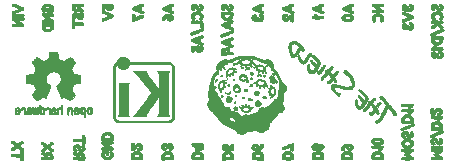
<source format=gbr>
G04 #@! TF.GenerationSoftware,KiCad,Pcbnew,5.1.5-52549c5~84~ubuntu18.04.1*
G04 #@! TF.CreationDate,2020-02-08T18:13:24-07:00*
G04 #@! TF.ProjectId,FeatherWing_KC5,46656174-6865-4725-9769-6e675f4b4335,rev?*
G04 #@! TF.SameCoordinates,Original*
G04 #@! TF.FileFunction,Legend,Bot*
G04 #@! TF.FilePolarity,Positive*
%FSLAX46Y46*%
G04 Gerber Fmt 4.6, Leading zero omitted, Abs format (unit mm)*
G04 Created by KiCad (PCBNEW 5.1.5-52549c5~84~ubuntu18.04.1) date 2020-02-08 18:13:24*
%MOMM*%
%LPD*%
G04 APERTURE LIST*
%ADD10C,0.010000*%
G04 APERTURE END LIST*
D10*
G36*
X124357336Y-97230738D02*
G01*
X124380723Y-97251542D01*
X124395782Y-97292034D01*
X124404331Y-97357619D01*
X124408192Y-97453700D01*
X124409185Y-97585681D01*
X124409200Y-97615177D01*
X124408439Y-97733812D01*
X124406337Y-97839076D01*
X124403164Y-97923010D01*
X124399189Y-97977659D01*
X124396352Y-97993585D01*
X124369379Y-98013825D01*
X124318752Y-98026002D01*
X124262701Y-98028205D01*
X124219455Y-98018523D01*
X124211645Y-98012955D01*
X124204288Y-97985877D01*
X124199183Y-97929396D01*
X124197534Y-97865266D01*
X124197534Y-97731688D01*
X123424950Y-97720150D01*
X123418214Y-97649975D01*
X123415750Y-97605512D01*
X123421615Y-97572445D01*
X123441089Y-97549093D01*
X123479452Y-97533770D01*
X123541984Y-97524793D01*
X123633964Y-97520479D01*
X123760672Y-97519144D01*
X123828741Y-97519066D01*
X124195599Y-97519066D01*
X124208117Y-97233316D01*
X124278291Y-97226580D01*
X124323799Y-97224219D01*
X124357336Y-97230738D01*
G37*
X124357336Y-97230738D02*
X124380723Y-97251542D01*
X124395782Y-97292034D01*
X124404331Y-97357619D01*
X124408192Y-97453700D01*
X124409185Y-97585681D01*
X124409200Y-97615177D01*
X124408439Y-97733812D01*
X124406337Y-97839076D01*
X124403164Y-97923010D01*
X124399189Y-97977659D01*
X124396352Y-97993585D01*
X124369379Y-98013825D01*
X124318752Y-98026002D01*
X124262701Y-98028205D01*
X124219455Y-98018523D01*
X124211645Y-98012955D01*
X124204288Y-97985877D01*
X124199183Y-97929396D01*
X124197534Y-97865266D01*
X124197534Y-97731688D01*
X123424950Y-97720150D01*
X123418214Y-97649975D01*
X123415750Y-97605512D01*
X123421615Y-97572445D01*
X123441089Y-97549093D01*
X123479452Y-97533770D01*
X123541984Y-97524793D01*
X123633964Y-97520479D01*
X123760672Y-97519144D01*
X123828741Y-97519066D01*
X124195599Y-97519066D01*
X124208117Y-97233316D01*
X124278291Y-97226580D01*
X124323799Y-97224219D01*
X124357336Y-97230738D01*
G36*
X126128484Y-97343686D02*
G01*
X126203818Y-97369107D01*
X126312093Y-97411785D01*
X126411888Y-97367641D01*
X126525377Y-97336546D01*
X126640547Y-97338253D01*
X126747704Y-97370049D01*
X126837159Y-97429219D01*
X126894025Y-97502691D01*
X126912308Y-97547670D01*
X126922488Y-97603969D01*
X126925769Y-97682428D01*
X126924086Y-97773066D01*
X126917450Y-97974150D01*
X126450414Y-97979836D01*
X126313864Y-97980860D01*
X126191744Y-97980561D01*
X126090338Y-97979052D01*
X126015930Y-97976450D01*
X125974803Y-97972870D01*
X125968872Y-97971016D01*
X125959361Y-97942057D01*
X125954521Y-97889280D01*
X125954367Y-97877636D01*
X125959630Y-97824070D01*
X125981009Y-97792431D01*
X126026884Y-97777258D01*
X126105638Y-97773088D01*
X126114848Y-97773066D01*
X126208367Y-97773066D01*
X126208367Y-97708175D01*
X126462367Y-97708175D01*
X126464570Y-97746585D01*
X126478464Y-97765738D01*
X126514971Y-97772332D01*
X126568200Y-97773066D01*
X126674034Y-97773066D01*
X126674034Y-97692633D01*
X126663893Y-97617615D01*
X126630732Y-97575537D01*
X126570439Y-97561464D01*
X126564712Y-97561400D01*
X126506763Y-97578992D01*
X126472504Y-97631256D01*
X126462367Y-97708175D01*
X126208367Y-97708175D01*
X126208367Y-97690163D01*
X126206555Y-97643586D01*
X126194782Y-97614894D01*
X126163538Y-97594360D01*
X126103316Y-97572256D01*
X126088171Y-97567195D01*
X126002720Y-97533696D01*
X125954773Y-97499874D01*
X125939842Y-97460046D01*
X125953439Y-97408530D01*
X125956921Y-97400987D01*
X125994472Y-97352517D01*
X126049951Y-97333637D01*
X126128484Y-97343686D01*
G37*
X126128484Y-97343686D02*
X126203818Y-97369107D01*
X126312093Y-97411785D01*
X126411888Y-97367641D01*
X126525377Y-97336546D01*
X126640547Y-97338253D01*
X126747704Y-97370049D01*
X126837159Y-97429219D01*
X126894025Y-97502691D01*
X126912308Y-97547670D01*
X126922488Y-97603969D01*
X126925769Y-97682428D01*
X126924086Y-97773066D01*
X126917450Y-97974150D01*
X126450414Y-97979836D01*
X126313864Y-97980860D01*
X126191744Y-97980561D01*
X126090338Y-97979052D01*
X126015930Y-97976450D01*
X125974803Y-97972870D01*
X125968872Y-97971016D01*
X125959361Y-97942057D01*
X125954521Y-97889280D01*
X125954367Y-97877636D01*
X125959630Y-97824070D01*
X125981009Y-97792431D01*
X126026884Y-97777258D01*
X126105638Y-97773088D01*
X126114848Y-97773066D01*
X126208367Y-97773066D01*
X126208367Y-97708175D01*
X126462367Y-97708175D01*
X126464570Y-97746585D01*
X126478464Y-97765738D01*
X126514971Y-97772332D01*
X126568200Y-97773066D01*
X126674034Y-97773066D01*
X126674034Y-97692633D01*
X126663893Y-97617615D01*
X126630732Y-97575537D01*
X126570439Y-97561464D01*
X126564712Y-97561400D01*
X126506763Y-97578992D01*
X126472504Y-97631256D01*
X126462367Y-97708175D01*
X126208367Y-97708175D01*
X126208367Y-97690163D01*
X126206555Y-97643586D01*
X126194782Y-97614894D01*
X126163538Y-97594360D01*
X126103316Y-97572256D01*
X126088171Y-97567195D01*
X126002720Y-97533696D01*
X125954773Y-97499874D01*
X125939842Y-97460046D01*
X125953439Y-97408530D01*
X125956921Y-97400987D01*
X125994472Y-97352517D01*
X126049951Y-97333637D01*
X126128484Y-97343686D01*
G36*
X128778960Y-97333051D02*
G01*
X128862598Y-97357962D01*
X128896685Y-97370959D01*
X128960572Y-97394581D01*
X129001809Y-97402250D01*
X129036722Y-97394540D01*
X129072094Y-97377138D01*
X129146294Y-97352412D01*
X129244555Y-97340661D01*
X129266950Y-97340145D01*
X129395410Y-97354729D01*
X129496345Y-97400788D01*
X129571438Y-97479153D01*
X129581740Y-97495724D01*
X129607289Y-97563076D01*
X129625272Y-97655550D01*
X129634310Y-97757074D01*
X129633024Y-97851577D01*
X129620033Y-97922989D01*
X129618721Y-97926525D01*
X129596081Y-97984733D01*
X129133419Y-97984733D01*
X128997547Y-97984114D01*
X128876156Y-97982382D01*
X128775557Y-97979724D01*
X128702060Y-97976325D01*
X128661974Y-97972374D01*
X128656645Y-97970622D01*
X128644322Y-97935329D01*
X128643673Y-97880505D01*
X128653336Y-97826898D01*
X128667934Y-97798466D01*
X128703062Y-97783368D01*
X128762880Y-97774270D01*
X128794934Y-97773066D01*
X128896534Y-97773066D01*
X128896534Y-97703028D01*
X129150534Y-97703028D01*
X129152346Y-97744315D01*
X129165031Y-97765006D01*
X129199459Y-97772218D01*
X129257527Y-97773066D01*
X129364520Y-97773066D01*
X129358068Y-97672525D01*
X129352361Y-97611692D01*
X129339581Y-97581159D01*
X129310846Y-97568930D01*
X129278468Y-97565025D01*
X129209789Y-97572641D01*
X129167745Y-97612150D01*
X129150975Y-97685019D01*
X129150534Y-97703028D01*
X128896534Y-97703028D01*
X128896534Y-97690101D01*
X128894480Y-97641982D01*
X128881682Y-97613152D01*
X128848183Y-97592957D01*
X128785409Y-97571190D01*
X128698480Y-97539777D01*
X128647959Y-97510478D01*
X128628757Y-97477036D01*
X128635783Y-97433194D01*
X128648655Y-97403066D01*
X128680037Y-97354561D01*
X128720789Y-97331570D01*
X128778960Y-97333051D01*
G37*
X128778960Y-97333051D02*
X128862598Y-97357962D01*
X128896685Y-97370959D01*
X128960572Y-97394581D01*
X129001809Y-97402250D01*
X129036722Y-97394540D01*
X129072094Y-97377138D01*
X129146294Y-97352412D01*
X129244555Y-97340661D01*
X129266950Y-97340145D01*
X129395410Y-97354729D01*
X129496345Y-97400788D01*
X129571438Y-97479153D01*
X129581740Y-97495724D01*
X129607289Y-97563076D01*
X129625272Y-97655550D01*
X129634310Y-97757074D01*
X129633024Y-97851577D01*
X129620033Y-97922989D01*
X129618721Y-97926525D01*
X129596081Y-97984733D01*
X129133419Y-97984733D01*
X128997547Y-97984114D01*
X128876156Y-97982382D01*
X128775557Y-97979724D01*
X128702060Y-97976325D01*
X128661974Y-97972374D01*
X128656645Y-97970622D01*
X128644322Y-97935329D01*
X128643673Y-97880505D01*
X128653336Y-97826898D01*
X128667934Y-97798466D01*
X128703062Y-97783368D01*
X128762880Y-97774270D01*
X128794934Y-97773066D01*
X128896534Y-97773066D01*
X128896534Y-97703028D01*
X129150534Y-97703028D01*
X129152346Y-97744315D01*
X129165031Y-97765006D01*
X129199459Y-97772218D01*
X129257527Y-97773066D01*
X129364520Y-97773066D01*
X129358068Y-97672525D01*
X129352361Y-97611692D01*
X129339581Y-97581159D01*
X129310846Y-97568930D01*
X129278468Y-97565025D01*
X129209789Y-97572641D01*
X129167745Y-97612150D01*
X129150975Y-97685019D01*
X129150534Y-97703028D01*
X128896534Y-97703028D01*
X128896534Y-97690101D01*
X128894480Y-97641982D01*
X128881682Y-97613152D01*
X128848183Y-97592957D01*
X128785409Y-97571190D01*
X128698480Y-97539777D01*
X128647959Y-97510478D01*
X128628757Y-97477036D01*
X128635783Y-97433194D01*
X128648655Y-97403066D01*
X128680037Y-97354561D01*
X128720789Y-97331570D01*
X128778960Y-97333051D01*
G36*
X131494154Y-97245335D02*
G01*
X131568146Y-97252971D01*
X131613637Y-97271804D01*
X131637537Y-97306828D01*
X131646752Y-97363038D01*
X131648200Y-97434400D01*
X131642434Y-97528106D01*
X131622610Y-97586945D01*
X131584937Y-97617121D01*
X131531784Y-97624900D01*
X131464434Y-97609124D01*
X131425599Y-97562146D01*
X131415367Y-97499291D01*
X131405966Y-97467439D01*
X131370276Y-97456117D01*
X131351867Y-97455566D01*
X131305414Y-97462114D01*
X131287670Y-97487730D01*
X131285929Y-97503191D01*
X131291468Y-97600113D01*
X131323686Y-97670836D01*
X131388544Y-97726080D01*
X131419557Y-97743483D01*
X131510103Y-97770120D01*
X131602836Y-97763864D01*
X131686290Y-97728304D01*
X131749000Y-97667031D01*
X131766210Y-97634935D01*
X131783682Y-97586311D01*
X131785047Y-97547748D01*
X131768593Y-97501036D01*
X131750010Y-97462632D01*
X131701990Y-97366483D01*
X131760942Y-97315774D01*
X131829048Y-97273565D01*
X131889807Y-97271901D01*
X131945115Y-97311375D01*
X131994973Y-97388780D01*
X132034475Y-97496204D01*
X132038513Y-97598468D01*
X132027851Y-97652151D01*
X131975172Y-97773206D01*
X131890585Y-97869682D01*
X131778687Y-97938440D01*
X131644072Y-97976342D01*
X131543503Y-97982914D01*
X131460569Y-97979158D01*
X131386094Y-97971256D01*
X131344112Y-97962919D01*
X131259822Y-97924811D01*
X131173656Y-97865519D01*
X131102746Y-97797815D01*
X131078385Y-97764832D01*
X131031475Y-97650592D01*
X131022081Y-97529214D01*
X131049475Y-97410926D01*
X131110888Y-97308362D01*
X131136498Y-97279530D01*
X131161284Y-97260905D01*
X131194721Y-97250257D01*
X131246283Y-97245356D01*
X131325447Y-97243970D01*
X131384754Y-97243900D01*
X131494154Y-97245335D01*
G37*
X131494154Y-97245335D02*
X131568146Y-97252971D01*
X131613637Y-97271804D01*
X131637537Y-97306828D01*
X131646752Y-97363038D01*
X131648200Y-97434400D01*
X131642434Y-97528106D01*
X131622610Y-97586945D01*
X131584937Y-97617121D01*
X131531784Y-97624900D01*
X131464434Y-97609124D01*
X131425599Y-97562146D01*
X131415367Y-97499291D01*
X131405966Y-97467439D01*
X131370276Y-97456117D01*
X131351867Y-97455566D01*
X131305414Y-97462114D01*
X131287670Y-97487730D01*
X131285929Y-97503191D01*
X131291468Y-97600113D01*
X131323686Y-97670836D01*
X131388544Y-97726080D01*
X131419557Y-97743483D01*
X131510103Y-97770120D01*
X131602836Y-97763864D01*
X131686290Y-97728304D01*
X131749000Y-97667031D01*
X131766210Y-97634935D01*
X131783682Y-97586311D01*
X131785047Y-97547748D01*
X131768593Y-97501036D01*
X131750010Y-97462632D01*
X131701990Y-97366483D01*
X131760942Y-97315774D01*
X131829048Y-97273565D01*
X131889807Y-97271901D01*
X131945115Y-97311375D01*
X131994973Y-97388780D01*
X132034475Y-97496204D01*
X132038513Y-97598468D01*
X132027851Y-97652151D01*
X131975172Y-97773206D01*
X131890585Y-97869682D01*
X131778687Y-97938440D01*
X131644072Y-97976342D01*
X131543503Y-97982914D01*
X131460569Y-97979158D01*
X131386094Y-97971256D01*
X131344112Y-97962919D01*
X131259822Y-97924811D01*
X131173656Y-97865519D01*
X131102746Y-97797815D01*
X131078385Y-97764832D01*
X131031475Y-97650592D01*
X131022081Y-97529214D01*
X131049475Y-97410926D01*
X131110888Y-97308362D01*
X131136498Y-97279530D01*
X131161284Y-97260905D01*
X131194721Y-97250257D01*
X131246283Y-97245356D01*
X131325447Y-97243970D01*
X131384754Y-97243900D01*
X131494154Y-97245335D01*
G36*
X134233577Y-97286556D02*
G01*
X134283528Y-97308405D01*
X134357818Y-97356233D01*
X134427484Y-97416305D01*
X134450321Y-97441496D01*
X134484328Y-97488268D01*
X134505727Y-97534591D01*
X134518718Y-97594088D01*
X134527504Y-97680380D01*
X134528640Y-97695401D01*
X134532999Y-97783691D01*
X134533020Y-97861482D01*
X134528785Y-97914486D01*
X134527336Y-97921233D01*
X134513263Y-97974150D01*
X134043307Y-97979847D01*
X133887819Y-97981378D01*
X133769598Y-97981527D01*
X133683587Y-97980021D01*
X133624735Y-97976590D01*
X133587988Y-97970960D01*
X133568291Y-97962861D01*
X133561214Y-97953919D01*
X133556632Y-97919727D01*
X133554510Y-97854580D01*
X133555084Y-97769797D01*
X133556431Y-97724267D01*
X133557747Y-97697591D01*
X133807200Y-97697591D01*
X133807200Y-97773066D01*
X134272867Y-97773066D01*
X134272867Y-97697591D01*
X134260722Y-97608303D01*
X134220743Y-97545339D01*
X134167457Y-97508702D01*
X134081295Y-97482419D01*
X133990142Y-97483849D01*
X133906813Y-97510241D01*
X133844123Y-97558841D01*
X133828994Y-97581394D01*
X133813957Y-97630461D01*
X133807226Y-97693877D01*
X133807200Y-97697591D01*
X133557747Y-97697591D01*
X133561189Y-97627856D01*
X133568773Y-97562034D01*
X133582029Y-97515060D01*
X133603802Y-97475190D01*
X133623304Y-97448262D01*
X133716335Y-97359356D01*
X133834071Y-97296573D01*
X133966319Y-97262073D01*
X134102885Y-97258014D01*
X134233577Y-97286556D01*
G37*
X134233577Y-97286556D02*
X134283528Y-97308405D01*
X134357818Y-97356233D01*
X134427484Y-97416305D01*
X134450321Y-97441496D01*
X134484328Y-97488268D01*
X134505727Y-97534591D01*
X134518718Y-97594088D01*
X134527504Y-97680380D01*
X134528640Y-97695401D01*
X134532999Y-97783691D01*
X134533020Y-97861482D01*
X134528785Y-97914486D01*
X134527336Y-97921233D01*
X134513263Y-97974150D01*
X134043307Y-97979847D01*
X133887819Y-97981378D01*
X133769598Y-97981527D01*
X133683587Y-97980021D01*
X133624735Y-97976590D01*
X133587988Y-97970960D01*
X133568291Y-97962861D01*
X133561214Y-97953919D01*
X133556632Y-97919727D01*
X133554510Y-97854580D01*
X133555084Y-97769797D01*
X133556431Y-97724267D01*
X133557747Y-97697591D01*
X133807200Y-97697591D01*
X133807200Y-97773066D01*
X134272867Y-97773066D01*
X134272867Y-97697591D01*
X134260722Y-97608303D01*
X134220743Y-97545339D01*
X134167457Y-97508702D01*
X134081295Y-97482419D01*
X133990142Y-97483849D01*
X133906813Y-97510241D01*
X133844123Y-97558841D01*
X133828994Y-97581394D01*
X133813957Y-97630461D01*
X133807226Y-97693877D01*
X133807200Y-97697591D01*
X133557747Y-97697591D01*
X133561189Y-97627856D01*
X133568773Y-97562034D01*
X133582029Y-97515060D01*
X133603802Y-97475190D01*
X133623304Y-97448262D01*
X133716335Y-97359356D01*
X133834071Y-97296573D01*
X133966319Y-97262073D01*
X134102885Y-97258014D01*
X134233577Y-97286556D01*
G36*
X136726758Y-97263793D02*
G01*
X136854041Y-97302341D01*
X136937744Y-97350628D01*
X137014697Y-97417827D01*
X137065940Y-97493631D01*
X137094993Y-97587070D01*
X137105374Y-97707174D01*
X137104694Y-97779053D01*
X137098617Y-97974150D01*
X136627289Y-97979847D01*
X136155961Y-97985545D01*
X136133053Y-97926930D01*
X136121829Y-97867550D01*
X136119729Y-97782228D01*
X136125399Y-97689580D01*
X136389534Y-97689580D01*
X136389534Y-97773066D01*
X136855200Y-97773066D01*
X136855200Y-97691490D01*
X136836896Y-97601964D01*
X136785825Y-97534068D01*
X136707750Y-97491894D01*
X136608433Y-97479534D01*
X136563009Y-97484019D01*
X136476835Y-97516745D01*
X136417599Y-97579566D01*
X136390619Y-97666183D01*
X136389534Y-97689580D01*
X136125399Y-97689580D01*
X136125613Y-97686089D01*
X136138340Y-97594262D01*
X136156769Y-97521873D01*
X136165056Y-97502559D01*
X136239492Y-97402766D01*
X136341262Y-97327345D01*
X136461986Y-97277943D01*
X136593278Y-97256210D01*
X136726758Y-97263793D01*
G37*
X136726758Y-97263793D02*
X136854041Y-97302341D01*
X136937744Y-97350628D01*
X137014697Y-97417827D01*
X137065940Y-97493631D01*
X137094993Y-97587070D01*
X137105374Y-97707174D01*
X137104694Y-97779053D01*
X137098617Y-97974150D01*
X136627289Y-97979847D01*
X136155961Y-97985545D01*
X136133053Y-97926930D01*
X136121829Y-97867550D01*
X136119729Y-97782228D01*
X136125399Y-97689580D01*
X136389534Y-97689580D01*
X136389534Y-97773066D01*
X136855200Y-97773066D01*
X136855200Y-97691490D01*
X136836896Y-97601964D01*
X136785825Y-97534068D01*
X136707750Y-97491894D01*
X136608433Y-97479534D01*
X136563009Y-97484019D01*
X136476835Y-97516745D01*
X136417599Y-97579566D01*
X136390619Y-97666183D01*
X136389534Y-97689580D01*
X136125399Y-97689580D01*
X136125613Y-97686089D01*
X136138340Y-97594262D01*
X136156769Y-97521873D01*
X136165056Y-97502559D01*
X136239492Y-97402766D01*
X136341262Y-97327345D01*
X136461986Y-97277943D01*
X136593278Y-97256210D01*
X136726758Y-97263793D01*
G36*
X139316891Y-97272319D02*
G01*
X139441860Y-97320007D01*
X139489298Y-97348940D01*
X139571314Y-97418862D01*
X139626064Y-97500884D01*
X139656793Y-97603048D01*
X139666744Y-97733399D01*
X139665930Y-97786807D01*
X139659784Y-97974150D01*
X139189785Y-97979844D01*
X139036871Y-97981521D01*
X138920856Y-97982096D01*
X138836311Y-97981174D01*
X138777809Y-97978363D01*
X138739922Y-97973269D01*
X138717220Y-97965499D01*
X138704276Y-97954660D01*
X138697660Y-97944193D01*
X138683583Y-97892549D01*
X138676959Y-97813984D01*
X138677334Y-97773066D01*
X138923960Y-97773066D01*
X139416367Y-97773066D01*
X139416367Y-97696866D01*
X139406817Y-97635053D01*
X139372534Y-97579043D01*
X139344400Y-97548700D01*
X139290753Y-97502297D01*
X139239842Y-97481374D01*
X139175401Y-97476733D01*
X139074860Y-97494786D01*
X138997929Y-97546326D01*
X138949169Y-97627418D01*
X138936023Y-97683108D01*
X138923960Y-97773066D01*
X138677334Y-97773066D01*
X138677791Y-97723250D01*
X138686078Y-97635097D01*
X138697632Y-97577932D01*
X138748845Y-97467095D01*
X138830579Y-97377407D01*
X138935540Y-97310976D01*
X139056440Y-97269912D01*
X139185987Y-97256323D01*
X139316891Y-97272319D01*
G37*
X139316891Y-97272319D02*
X139441860Y-97320007D01*
X139489298Y-97348940D01*
X139571314Y-97418862D01*
X139626064Y-97500884D01*
X139656793Y-97603048D01*
X139666744Y-97733399D01*
X139665930Y-97786807D01*
X139659784Y-97974150D01*
X139189785Y-97979844D01*
X139036871Y-97981521D01*
X138920856Y-97982096D01*
X138836311Y-97981174D01*
X138777809Y-97978363D01*
X138739922Y-97973269D01*
X138717220Y-97965499D01*
X138704276Y-97954660D01*
X138697660Y-97944193D01*
X138683583Y-97892549D01*
X138676959Y-97813984D01*
X138677334Y-97773066D01*
X138923960Y-97773066D01*
X139416367Y-97773066D01*
X139416367Y-97696866D01*
X139406817Y-97635053D01*
X139372534Y-97579043D01*
X139344400Y-97548700D01*
X139290753Y-97502297D01*
X139239842Y-97481374D01*
X139175401Y-97476733D01*
X139074860Y-97494786D01*
X138997929Y-97546326D01*
X138949169Y-97627418D01*
X138936023Y-97683108D01*
X138923960Y-97773066D01*
X138677334Y-97773066D01*
X138677791Y-97723250D01*
X138686078Y-97635097D01*
X138697632Y-97577932D01*
X138748845Y-97467095D01*
X138830579Y-97377407D01*
X138935540Y-97310976D01*
X139056440Y-97269912D01*
X139185987Y-97256323D01*
X139316891Y-97272319D01*
G36*
X141744700Y-97259882D02*
G01*
X141899144Y-97276730D01*
X142026872Y-97325919D01*
X142127331Y-97407153D01*
X142190181Y-97499821D01*
X142211503Y-97549546D01*
X142223683Y-97603377D01*
X142228369Y-97673786D01*
X142227204Y-97773247D01*
X142227027Y-97779053D01*
X142220950Y-97974150D01*
X141749622Y-97979847D01*
X141278294Y-97985545D01*
X141255388Y-97926930D01*
X141243421Y-97865029D01*
X141241148Y-97777605D01*
X141241439Y-97773066D01*
X141485161Y-97773066D01*
X141977534Y-97773066D01*
X141976860Y-97693691D01*
X141957626Y-97605127D01*
X141906687Y-97536456D01*
X141831722Y-97492043D01*
X141740410Y-97476253D01*
X141640429Y-97493451D01*
X141630768Y-97496955D01*
X141565000Y-97543591D01*
X141517610Y-97622553D01*
X141497547Y-97696744D01*
X141485161Y-97773066D01*
X141241439Y-97773066D01*
X141247421Y-97680055D01*
X141261090Y-97587776D01*
X141281005Y-97516167D01*
X141287038Y-97502887D01*
X141362535Y-97401407D01*
X141468108Y-97324816D01*
X141597361Y-97276508D01*
X141743900Y-97259880D01*
X141744700Y-97259882D01*
G37*
X141744700Y-97259882D02*
X141899144Y-97276730D01*
X142026872Y-97325919D01*
X142127331Y-97407153D01*
X142190181Y-97499821D01*
X142211503Y-97549546D01*
X142223683Y-97603377D01*
X142228369Y-97673786D01*
X142227204Y-97773247D01*
X142227027Y-97779053D01*
X142220950Y-97974150D01*
X141749622Y-97979847D01*
X141278294Y-97985545D01*
X141255388Y-97926930D01*
X141243421Y-97865029D01*
X141241148Y-97777605D01*
X141241439Y-97773066D01*
X141485161Y-97773066D01*
X141977534Y-97773066D01*
X141976860Y-97693691D01*
X141957626Y-97605127D01*
X141906687Y-97536456D01*
X141831722Y-97492043D01*
X141740410Y-97476253D01*
X141640429Y-97493451D01*
X141630768Y-97496955D01*
X141565000Y-97543591D01*
X141517610Y-97622553D01*
X141497547Y-97696744D01*
X141485161Y-97773066D01*
X141241439Y-97773066D01*
X141247421Y-97680055D01*
X141261090Y-97587776D01*
X141281005Y-97516167D01*
X141287038Y-97502887D01*
X141362535Y-97401407D01*
X141468108Y-97324816D01*
X141597361Y-97276508D01*
X141743900Y-97259880D01*
X141744700Y-97259882D01*
G36*
X144404735Y-97268041D02*
G01*
X144535544Y-97319851D01*
X144630548Y-97389361D01*
X144679713Y-97442918D01*
X144718464Y-97498380D01*
X144720723Y-97502559D01*
X144741001Y-97563292D01*
X144756067Y-97649274D01*
X144764771Y-97745391D01*
X144765961Y-97836531D01*
X144758488Y-97907584D01*
X144753001Y-97926525D01*
X144730248Y-97984733D01*
X144267585Y-97984733D01*
X144131713Y-97984114D01*
X144010323Y-97982382D01*
X143909724Y-97979724D01*
X143836227Y-97976325D01*
X143796140Y-97972374D01*
X143790811Y-97970622D01*
X143784613Y-97944479D01*
X143779884Y-97886352D01*
X143777314Y-97806584D01*
X143777104Y-97773066D01*
X144030700Y-97773066D01*
X144496367Y-97773066D01*
X144496367Y-97697591D01*
X144484222Y-97608303D01*
X144444243Y-97545339D01*
X144390957Y-97508702D01*
X144296084Y-97478593D01*
X144204824Y-97482661D01*
X144125319Y-97516721D01*
X144065706Y-97576587D01*
X144034127Y-97658075D01*
X144031171Y-97693691D01*
X144030700Y-97773066D01*
X143777104Y-97773066D01*
X143777048Y-97764247D01*
X143783750Y-97630248D01*
X143806224Y-97527923D01*
X143848857Y-97448174D01*
X143916034Y-97381902D01*
X143983072Y-97336817D01*
X144121464Y-97275953D01*
X144264363Y-97253218D01*
X144404735Y-97268041D01*
G37*
X144404735Y-97268041D02*
X144535544Y-97319851D01*
X144630548Y-97389361D01*
X144679713Y-97442918D01*
X144718464Y-97498380D01*
X144720723Y-97502559D01*
X144741001Y-97563292D01*
X144756067Y-97649274D01*
X144764771Y-97745391D01*
X144765961Y-97836531D01*
X144758488Y-97907584D01*
X144753001Y-97926525D01*
X144730248Y-97984733D01*
X144267585Y-97984733D01*
X144131713Y-97984114D01*
X144010323Y-97982382D01*
X143909724Y-97979724D01*
X143836227Y-97976325D01*
X143796140Y-97972374D01*
X143790811Y-97970622D01*
X143784613Y-97944479D01*
X143779884Y-97886352D01*
X143777314Y-97806584D01*
X143777104Y-97773066D01*
X144030700Y-97773066D01*
X144496367Y-97773066D01*
X144496367Y-97697591D01*
X144484222Y-97608303D01*
X144444243Y-97545339D01*
X144390957Y-97508702D01*
X144296084Y-97478593D01*
X144204824Y-97482661D01*
X144125319Y-97516721D01*
X144065706Y-97576587D01*
X144034127Y-97658075D01*
X144031171Y-97693691D01*
X144030700Y-97773066D01*
X143777104Y-97773066D01*
X143777048Y-97764247D01*
X143783750Y-97630248D01*
X143806224Y-97527923D01*
X143848857Y-97448174D01*
X143916034Y-97381902D01*
X143983072Y-97336817D01*
X144121464Y-97275953D01*
X144264363Y-97253218D01*
X144404735Y-97268041D01*
G36*
X146977768Y-97279688D02*
G01*
X147100530Y-97335624D01*
X147192363Y-97412971D01*
X147256304Y-97502346D01*
X147294488Y-97605040D01*
X147310434Y-97731898D01*
X147311415Y-97779749D01*
X147311624Y-97844013D01*
X147308804Y-97893245D01*
X147297992Y-97929441D01*
X147274225Y-97954600D01*
X147232542Y-97970719D01*
X147167981Y-97979795D01*
X147075579Y-97983824D01*
X146950373Y-97984806D01*
X146802124Y-97984733D01*
X146646865Y-97984345D01*
X146528921Y-97982963D01*
X146443280Y-97980258D01*
X146384930Y-97975899D01*
X146348858Y-97969559D01*
X146330051Y-97960906D01*
X146324499Y-97953359D01*
X146319869Y-97918927D01*
X146317853Y-97853978D01*
X146318701Y-97770264D01*
X146319872Y-97734803D01*
X146322192Y-97710562D01*
X146570700Y-97710562D01*
X146570700Y-97773066D01*
X147062944Y-97773066D01*
X147048768Y-97683108D01*
X147016281Y-97586719D01*
X146954268Y-97520608D01*
X146863254Y-97485295D01*
X146846084Y-97482544D01*
X146742478Y-97486024D01*
X146658585Y-97523333D01*
X146599968Y-97589863D01*
X146572193Y-97681007D01*
X146570700Y-97710562D01*
X146322192Y-97710562D01*
X146332780Y-97599947D01*
X146362573Y-97497241D01*
X146414117Y-97418244D01*
X146492276Y-97354516D01*
X146560881Y-97316682D01*
X146699840Y-97268981D01*
X146841504Y-97257062D01*
X146977768Y-97279688D01*
G37*
X146977768Y-97279688D02*
X147100530Y-97335624D01*
X147192363Y-97412971D01*
X147256304Y-97502346D01*
X147294488Y-97605040D01*
X147310434Y-97731898D01*
X147311415Y-97779749D01*
X147311624Y-97844013D01*
X147308804Y-97893245D01*
X147297992Y-97929441D01*
X147274225Y-97954600D01*
X147232542Y-97970719D01*
X147167981Y-97979795D01*
X147075579Y-97983824D01*
X146950373Y-97984806D01*
X146802124Y-97984733D01*
X146646865Y-97984345D01*
X146528921Y-97982963D01*
X146443280Y-97980258D01*
X146384930Y-97975899D01*
X146348858Y-97969559D01*
X146330051Y-97960906D01*
X146324499Y-97953359D01*
X146319869Y-97918927D01*
X146317853Y-97853978D01*
X146318701Y-97770264D01*
X146319872Y-97734803D01*
X146322192Y-97710562D01*
X146570700Y-97710562D01*
X146570700Y-97773066D01*
X147062944Y-97773066D01*
X147048768Y-97683108D01*
X147016281Y-97586719D01*
X146954268Y-97520608D01*
X146863254Y-97485295D01*
X146846084Y-97482544D01*
X146742478Y-97486024D01*
X146658585Y-97523333D01*
X146599968Y-97589863D01*
X146572193Y-97681007D01*
X146570700Y-97710562D01*
X146322192Y-97710562D01*
X146332780Y-97599947D01*
X146362573Y-97497241D01*
X146414117Y-97418244D01*
X146492276Y-97354516D01*
X146560881Y-97316682D01*
X146699840Y-97268981D01*
X146841504Y-97257062D01*
X146977768Y-97279688D01*
G36*
X149501320Y-97273860D02*
G01*
X149618418Y-97319872D01*
X149705182Y-97378917D01*
X149773910Y-97447844D01*
X149785752Y-97464221D01*
X149811293Y-97506486D01*
X149827493Y-97547464D01*
X149836443Y-97598377D01*
X149840230Y-97670451D01*
X149840950Y-97760843D01*
X149840950Y-97974150D01*
X149370952Y-97979844D01*
X149218038Y-97981521D01*
X149102022Y-97982096D01*
X149017478Y-97981174D01*
X148958976Y-97978363D01*
X148921088Y-97973269D01*
X148898387Y-97965499D01*
X148885443Y-97954660D01*
X148878827Y-97944193D01*
X148864692Y-97892352D01*
X148858101Y-97813566D01*
X148858518Y-97773066D01*
X149105126Y-97773066D01*
X149597534Y-97773066D01*
X149597534Y-97696866D01*
X149587983Y-97635053D01*
X149553701Y-97579043D01*
X149525567Y-97548700D01*
X149471920Y-97502297D01*
X149421008Y-97481374D01*
X149356567Y-97476733D01*
X149256027Y-97494786D01*
X149179096Y-97546326D01*
X149130336Y-97627418D01*
X149117190Y-97683108D01*
X149105126Y-97773066D01*
X148858518Y-97773066D01*
X148859040Y-97722544D01*
X148867497Y-97633994D01*
X148879140Y-97576696D01*
X148930154Y-97467063D01*
X149012197Y-97377636D01*
X149117802Y-97311008D01*
X149239503Y-97269773D01*
X149369831Y-97256526D01*
X149501320Y-97273860D01*
G37*
X149501320Y-97273860D02*
X149618418Y-97319872D01*
X149705182Y-97378917D01*
X149773910Y-97447844D01*
X149785752Y-97464221D01*
X149811293Y-97506486D01*
X149827493Y-97547464D01*
X149836443Y-97598377D01*
X149840230Y-97670451D01*
X149840950Y-97760843D01*
X149840950Y-97974150D01*
X149370952Y-97979844D01*
X149218038Y-97981521D01*
X149102022Y-97982096D01*
X149017478Y-97981174D01*
X148958976Y-97978363D01*
X148921088Y-97973269D01*
X148898387Y-97965499D01*
X148885443Y-97954660D01*
X148878827Y-97944193D01*
X148864692Y-97892352D01*
X148858101Y-97813566D01*
X148858518Y-97773066D01*
X149105126Y-97773066D01*
X149597534Y-97773066D01*
X149597534Y-97696866D01*
X149587983Y-97635053D01*
X149553701Y-97579043D01*
X149525567Y-97548700D01*
X149471920Y-97502297D01*
X149421008Y-97481374D01*
X149356567Y-97476733D01*
X149256027Y-97494786D01*
X149179096Y-97546326D01*
X149130336Y-97627418D01*
X149117190Y-97683108D01*
X149105126Y-97773066D01*
X148858518Y-97773066D01*
X148859040Y-97722544D01*
X148867497Y-97633994D01*
X148879140Y-97576696D01*
X148930154Y-97467063D01*
X149012197Y-97377636D01*
X149117802Y-97311008D01*
X149239503Y-97269773D01*
X149369831Y-97256526D01*
X149501320Y-97273860D01*
G36*
X151919367Y-97260855D02*
G01*
X152050202Y-97295088D01*
X152168171Y-97361160D01*
X152251693Y-97441680D01*
X152280873Y-97479430D01*
X152299824Y-97513057D01*
X152310752Y-97552856D01*
X152315864Y-97609117D01*
X152317364Y-97692135D01*
X152317450Y-97748502D01*
X152317450Y-97974150D01*
X151845983Y-97979847D01*
X151690222Y-97981377D01*
X151571734Y-97981530D01*
X151485473Y-97980035D01*
X151426395Y-97976623D01*
X151389454Y-97971022D01*
X151369605Y-97962962D01*
X151362381Y-97953919D01*
X151357813Y-97919780D01*
X151355684Y-97854620D01*
X151356225Y-97769693D01*
X151357597Y-97722597D01*
X151358768Y-97697591D01*
X151608367Y-97697591D01*
X151608367Y-97773066D01*
X152074034Y-97773066D01*
X152074034Y-97697591D01*
X152061888Y-97608303D01*
X152021910Y-97545339D01*
X151968624Y-97508702D01*
X151882461Y-97482419D01*
X151791308Y-97483849D01*
X151707979Y-97510241D01*
X151645289Y-97558841D01*
X151630161Y-97581394D01*
X151615124Y-97630461D01*
X151608392Y-97693877D01*
X151608367Y-97697591D01*
X151358768Y-97697591D01*
X151362068Y-97627137D01*
X151369040Y-97562394D01*
X151381527Y-97516752D01*
X151402538Y-97478599D01*
X151430298Y-97442209D01*
X151531130Y-97349138D01*
X151651683Y-97287885D01*
X151783811Y-97258456D01*
X151919367Y-97260855D01*
G37*
X151919367Y-97260855D02*
X152050202Y-97295088D01*
X152168171Y-97361160D01*
X152251693Y-97441680D01*
X152280873Y-97479430D01*
X152299824Y-97513057D01*
X152310752Y-97552856D01*
X152315864Y-97609117D01*
X152317364Y-97692135D01*
X152317450Y-97748502D01*
X152317450Y-97974150D01*
X151845983Y-97979847D01*
X151690222Y-97981377D01*
X151571734Y-97981530D01*
X151485473Y-97980035D01*
X151426395Y-97976623D01*
X151389454Y-97971022D01*
X151369605Y-97962962D01*
X151362381Y-97953919D01*
X151357813Y-97919780D01*
X151355684Y-97854620D01*
X151356225Y-97769693D01*
X151357597Y-97722597D01*
X151358768Y-97697591D01*
X151608367Y-97697591D01*
X151608367Y-97773066D01*
X152074034Y-97773066D01*
X152074034Y-97697591D01*
X152061888Y-97608303D01*
X152021910Y-97545339D01*
X151968624Y-97508702D01*
X151882461Y-97482419D01*
X151791308Y-97483849D01*
X151707979Y-97510241D01*
X151645289Y-97558841D01*
X151630161Y-97581394D01*
X151615124Y-97630461D01*
X151608392Y-97693877D01*
X151608367Y-97697591D01*
X151358768Y-97697591D01*
X151362068Y-97627137D01*
X151369040Y-97562394D01*
X151381527Y-97516752D01*
X151402538Y-97478599D01*
X151430298Y-97442209D01*
X151531130Y-97349138D01*
X151651683Y-97287885D01*
X151783811Y-97258456D01*
X151919367Y-97260855D01*
G36*
X154533243Y-97268039D02*
G01*
X154651048Y-97305113D01*
X154755461Y-97369100D01*
X154839476Y-97460586D01*
X154863428Y-97500463D01*
X154887291Y-97551668D01*
X154901132Y-97602351D01*
X154906921Y-97665629D01*
X154906623Y-97754616D01*
X154905807Y-97783071D01*
X154899784Y-97974150D01*
X154429785Y-97979844D01*
X154276871Y-97981521D01*
X154160856Y-97982096D01*
X154076311Y-97981174D01*
X154017809Y-97978363D01*
X153979922Y-97973269D01*
X153957220Y-97965499D01*
X153944276Y-97954660D01*
X153937660Y-97944193D01*
X153923583Y-97892549D01*
X153916959Y-97813984D01*
X153917334Y-97773066D01*
X154163960Y-97773066D01*
X154656367Y-97773066D01*
X154656367Y-97696866D01*
X154646817Y-97635053D01*
X154612534Y-97579043D01*
X154584400Y-97548700D01*
X154530753Y-97502297D01*
X154479842Y-97481374D01*
X154415401Y-97476733D01*
X154314860Y-97494786D01*
X154237929Y-97546326D01*
X154189169Y-97627418D01*
X154176023Y-97683108D01*
X154163960Y-97773066D01*
X153917334Y-97773066D01*
X153917791Y-97723250D01*
X153926078Y-97635097D01*
X153937632Y-97577932D01*
X153988620Y-97465842D01*
X154068265Y-97377147D01*
X154169557Y-97312432D01*
X154285489Y-97272285D01*
X154409054Y-97257292D01*
X154533243Y-97268039D01*
G37*
X154533243Y-97268039D02*
X154651048Y-97305113D01*
X154755461Y-97369100D01*
X154839476Y-97460586D01*
X154863428Y-97500463D01*
X154887291Y-97551668D01*
X154901132Y-97602351D01*
X154906921Y-97665629D01*
X154906623Y-97754616D01*
X154905807Y-97783071D01*
X154899784Y-97974150D01*
X154429785Y-97979844D01*
X154276871Y-97981521D01*
X154160856Y-97982096D01*
X154076311Y-97981174D01*
X154017809Y-97978363D01*
X153979922Y-97973269D01*
X153957220Y-97965499D01*
X153944276Y-97954660D01*
X153937660Y-97944193D01*
X153923583Y-97892549D01*
X153916959Y-97813984D01*
X153917334Y-97773066D01*
X154163960Y-97773066D01*
X154656367Y-97773066D01*
X154656367Y-97696866D01*
X154646817Y-97635053D01*
X154612534Y-97579043D01*
X154584400Y-97548700D01*
X154530753Y-97502297D01*
X154479842Y-97481374D01*
X154415401Y-97476733D01*
X154314860Y-97494786D01*
X154237929Y-97546326D01*
X154189169Y-97627418D01*
X154176023Y-97683108D01*
X154163960Y-97773066D01*
X153917334Y-97773066D01*
X153917791Y-97723250D01*
X153926078Y-97635097D01*
X153937632Y-97577932D01*
X153988620Y-97465842D01*
X154068265Y-97377147D01*
X154169557Y-97312432D01*
X154285489Y-97272285D01*
X154409054Y-97257292D01*
X154533243Y-97268039D01*
G36*
X157105469Y-97074850D02*
G01*
X157209925Y-97076099D01*
X157284512Y-97078908D01*
X157335460Y-97083873D01*
X157369001Y-97091589D01*
X157391365Y-97102650D01*
X157408034Y-97116900D01*
X157442004Y-97161419D01*
X157449116Y-97204767D01*
X157426760Y-97251222D01*
X157372331Y-97305065D01*
X157283220Y-97370573D01*
X157233409Y-97403512D01*
X157156810Y-97454561D01*
X157095646Y-97498108D01*
X157057382Y-97528667D01*
X157048200Y-97539652D01*
X157064987Y-97556980D01*
X157110365Y-97591098D01*
X157176864Y-97636624D01*
X157236448Y-97675236D01*
X157338148Y-97744082D01*
X157404456Y-97800997D01*
X157438852Y-97850816D01*
X157444815Y-97898375D01*
X157428968Y-97942834D01*
X157419567Y-97956556D01*
X157404371Y-97966907D01*
X157377904Y-97974360D01*
X157334685Y-97979389D01*
X157269237Y-97982467D01*
X157176080Y-97984066D01*
X157049737Y-97984661D01*
X156943887Y-97984733D01*
X156790409Y-97984401D01*
X156674076Y-97983161D01*
X156589704Y-97980648D01*
X156532107Y-97976497D01*
X156496103Y-97970344D01*
X156476505Y-97961823D01*
X156468381Y-97951252D01*
X156455965Y-97886722D01*
X156464220Y-97827485D01*
X156483248Y-97797582D01*
X156514843Y-97787640D01*
X156578741Y-97778650D01*
X156664913Y-97771744D01*
X156741084Y-97768532D01*
X156971205Y-97762483D01*
X156840369Y-97681811D01*
X156770923Y-97636654D01*
X156731168Y-97602639D01*
X156713314Y-97571227D01*
X156709534Y-97538398D01*
X156714461Y-97502172D01*
X156734341Y-97470490D01*
X156776821Y-97434873D01*
X156841825Y-97391729D01*
X156974117Y-97307802D01*
X156755767Y-97307601D01*
X156636248Y-97305562D01*
X156552786Y-97298088D01*
X156499212Y-97282757D01*
X156469359Y-97257146D01*
X156457057Y-97218834D01*
X156455534Y-97189714D01*
X156462152Y-97134967D01*
X156488185Y-97105190D01*
X156509828Y-97095209D01*
X156547695Y-97088677D01*
X156620151Y-97082996D01*
X156719456Y-97078516D01*
X156837869Y-97075589D01*
X156964911Y-97074566D01*
X157105469Y-97074850D01*
G37*
X157105469Y-97074850D02*
X157209925Y-97076099D01*
X157284512Y-97078908D01*
X157335460Y-97083873D01*
X157369001Y-97091589D01*
X157391365Y-97102650D01*
X157408034Y-97116900D01*
X157442004Y-97161419D01*
X157449116Y-97204767D01*
X157426760Y-97251222D01*
X157372331Y-97305065D01*
X157283220Y-97370573D01*
X157233409Y-97403512D01*
X157156810Y-97454561D01*
X157095646Y-97498108D01*
X157057382Y-97528667D01*
X157048200Y-97539652D01*
X157064987Y-97556980D01*
X157110365Y-97591098D01*
X157176864Y-97636624D01*
X157236448Y-97675236D01*
X157338148Y-97744082D01*
X157404456Y-97800997D01*
X157438852Y-97850816D01*
X157444815Y-97898375D01*
X157428968Y-97942834D01*
X157419567Y-97956556D01*
X157404371Y-97966907D01*
X157377904Y-97974360D01*
X157334685Y-97979389D01*
X157269237Y-97982467D01*
X157176080Y-97984066D01*
X157049737Y-97984661D01*
X156943887Y-97984733D01*
X156790409Y-97984401D01*
X156674076Y-97983161D01*
X156589704Y-97980648D01*
X156532107Y-97976497D01*
X156496103Y-97970344D01*
X156476505Y-97961823D01*
X156468381Y-97951252D01*
X156455965Y-97886722D01*
X156464220Y-97827485D01*
X156483248Y-97797582D01*
X156514843Y-97787640D01*
X156578741Y-97778650D01*
X156664913Y-97771744D01*
X156741084Y-97768532D01*
X156971205Y-97762483D01*
X156840369Y-97681811D01*
X156770923Y-97636654D01*
X156731168Y-97602639D01*
X156713314Y-97571227D01*
X156709534Y-97538398D01*
X156714461Y-97502172D01*
X156734341Y-97470490D01*
X156776821Y-97434873D01*
X156841825Y-97391729D01*
X156974117Y-97307802D01*
X156755767Y-97307601D01*
X156636248Y-97305562D01*
X156552786Y-97298088D01*
X156499212Y-97282757D01*
X156469359Y-97257146D01*
X156457057Y-97218834D01*
X156455534Y-97189714D01*
X156462152Y-97134967D01*
X156488185Y-97105190D01*
X156509828Y-97095209D01*
X156547695Y-97088677D01*
X156620151Y-97082996D01*
X156719456Y-97078516D01*
X156837869Y-97075589D01*
X156964911Y-97074566D01*
X157105469Y-97074850D01*
G36*
X159591231Y-97075176D02*
G01*
X159707741Y-97077917D01*
X159791866Y-97084158D01*
X159848579Y-97095267D01*
X159882850Y-97112614D01*
X159899650Y-97137567D01*
X159903951Y-97171493D01*
X159902075Y-97202500D01*
X159895947Y-97236677D01*
X159880616Y-97266620D01*
X159849700Y-97298695D01*
X159796814Y-97339271D01*
X159715576Y-97394713D01*
X159696950Y-97407094D01*
X159498782Y-97538539D01*
X159703166Y-97671678D01*
X159907550Y-97804816D01*
X159901334Y-97889483D01*
X159895117Y-97974150D01*
X159428081Y-97979836D01*
X159291530Y-97980860D01*
X159169410Y-97980561D01*
X159068005Y-97979052D01*
X158993597Y-97976450D01*
X158952470Y-97972870D01*
X158946539Y-97971016D01*
X158933967Y-97935452D01*
X158933175Y-97880419D01*
X158942851Y-97826705D01*
X158957434Y-97798466D01*
X158993687Y-97785240D01*
X159070380Y-97776631D01*
X159185855Y-97772806D01*
X159216725Y-97772622D01*
X159450617Y-97772177D01*
X159321060Y-97689180D01*
X159232575Y-97627039D01*
X159183252Y-97575201D01*
X159173100Y-97527870D01*
X159202131Y-97479247D01*
X159270353Y-97423534D01*
X159321588Y-97389666D01*
X159450617Y-97307802D01*
X159216725Y-97307601D01*
X159101744Y-97306060D01*
X159022510Y-97299811D01*
X158972477Y-97286064D01*
X158945102Y-97262029D01*
X158933841Y-97224915D01*
X158932034Y-97186226D01*
X158939622Y-97132413D01*
X158968870Y-97102919D01*
X158986328Y-97095209D01*
X159024280Y-97088645D01*
X159096769Y-97082942D01*
X159196002Y-97078457D01*
X159314186Y-97075547D01*
X159437366Y-97074566D01*
X159591231Y-97075176D01*
G37*
X159591231Y-97075176D02*
X159707741Y-97077917D01*
X159791866Y-97084158D01*
X159848579Y-97095267D01*
X159882850Y-97112614D01*
X159899650Y-97137567D01*
X159903951Y-97171493D01*
X159902075Y-97202500D01*
X159895947Y-97236677D01*
X159880616Y-97266620D01*
X159849700Y-97298695D01*
X159796814Y-97339271D01*
X159715576Y-97394713D01*
X159696950Y-97407094D01*
X159498782Y-97538539D01*
X159703166Y-97671678D01*
X159907550Y-97804816D01*
X159901334Y-97889483D01*
X159895117Y-97974150D01*
X159428081Y-97979836D01*
X159291530Y-97980860D01*
X159169410Y-97980561D01*
X159068005Y-97979052D01*
X158993597Y-97976450D01*
X158952470Y-97972870D01*
X158946539Y-97971016D01*
X158933967Y-97935452D01*
X158933175Y-97880419D01*
X158942851Y-97826705D01*
X158957434Y-97798466D01*
X158993687Y-97785240D01*
X159070380Y-97776631D01*
X159185855Y-97772806D01*
X159216725Y-97772622D01*
X159450617Y-97772177D01*
X159321060Y-97689180D01*
X159232575Y-97627039D01*
X159183252Y-97575201D01*
X159173100Y-97527870D01*
X159202131Y-97479247D01*
X159270353Y-97423534D01*
X159321588Y-97389666D01*
X159450617Y-97307802D01*
X159216725Y-97307601D01*
X159101744Y-97306060D01*
X159022510Y-97299811D01*
X158972477Y-97286064D01*
X158945102Y-97262029D01*
X158933841Y-97224915D01*
X158932034Y-97186226D01*
X158939622Y-97132413D01*
X158968870Y-97102919D01*
X158986328Y-97095209D01*
X159024280Y-97088645D01*
X159096769Y-97082942D01*
X159196002Y-97078457D01*
X159314186Y-97075547D01*
X159437366Y-97074566D01*
X159591231Y-97075176D01*
G36*
X126096970Y-96493969D02*
G01*
X126148467Y-96526318D01*
X126215500Y-96573160D01*
X126252272Y-96600367D01*
X126324128Y-96653601D01*
X126384954Y-96696969D01*
X126425683Y-96724082D01*
X126435534Y-96729488D01*
X126463308Y-96722178D01*
X126513744Y-96693273D01*
X126577177Y-96648512D01*
X126594284Y-96635240D01*
X126683568Y-96566066D01*
X126747701Y-96521290D01*
X126793733Y-96497830D01*
X126828713Y-96492602D01*
X126859690Y-96502525D01*
X126875791Y-96512145D01*
X126928669Y-96558783D01*
X126955748Y-96607899D01*
X126952043Y-96646633D01*
X126929005Y-96669835D01*
X126880467Y-96710742D01*
X126815148Y-96762140D01*
X126783664Y-96785976D01*
X126630654Y-96900450D01*
X126779887Y-97011081D01*
X126868991Y-97079645D01*
X126925536Y-97131259D01*
X126952756Y-97171574D01*
X126953885Y-97206244D01*
X126932157Y-97240921D01*
X126919233Y-97254624D01*
X126872018Y-97290649D01*
X126828164Y-97307270D01*
X126825140Y-97307400D01*
X126791349Y-97295140D01*
X126733791Y-97262138D01*
X126661788Y-97214057D01*
X126613502Y-97178798D01*
X126443183Y-97050197D01*
X126277276Y-97178798D01*
X126202020Y-97233893D01*
X126134929Y-97277191D01*
X126085461Y-97302870D01*
X126068307Y-97307400D01*
X126023725Y-97292649D01*
X125979223Y-97258410D01*
X125946544Y-97213347D01*
X125933200Y-97174879D01*
X125949542Y-97148044D01*
X125993304Y-97105193D01*
X126056588Y-97053654D01*
X126091444Y-97028077D01*
X126160902Y-96977481D01*
X126214962Y-96935591D01*
X126245858Y-96908549D01*
X126250194Y-96902506D01*
X126234605Y-96884834D01*
X126192343Y-96848386D01*
X126130866Y-96799420D01*
X126091950Y-96769710D01*
X126008475Y-96702368D01*
X125954456Y-96648754D01*
X125933365Y-96612364D01*
X125933200Y-96609932D01*
X125949715Y-96570305D01*
X125989148Y-96526395D01*
X126036334Y-96492406D01*
X126069918Y-96481900D01*
X126096970Y-96493969D01*
G37*
X126096970Y-96493969D02*
X126148467Y-96526318D01*
X126215500Y-96573160D01*
X126252272Y-96600367D01*
X126324128Y-96653601D01*
X126384954Y-96696969D01*
X126425683Y-96724082D01*
X126435534Y-96729488D01*
X126463308Y-96722178D01*
X126513744Y-96693273D01*
X126577177Y-96648512D01*
X126594284Y-96635240D01*
X126683568Y-96566066D01*
X126747701Y-96521290D01*
X126793733Y-96497830D01*
X126828713Y-96492602D01*
X126859690Y-96502525D01*
X126875791Y-96512145D01*
X126928669Y-96558783D01*
X126955748Y-96607899D01*
X126952043Y-96646633D01*
X126929005Y-96669835D01*
X126880467Y-96710742D01*
X126815148Y-96762140D01*
X126783664Y-96785976D01*
X126630654Y-96900450D01*
X126779887Y-97011081D01*
X126868991Y-97079645D01*
X126925536Y-97131259D01*
X126952756Y-97171574D01*
X126953885Y-97206244D01*
X126932157Y-97240921D01*
X126919233Y-97254624D01*
X126872018Y-97290649D01*
X126828164Y-97307270D01*
X126825140Y-97307400D01*
X126791349Y-97295140D01*
X126733791Y-97262138D01*
X126661788Y-97214057D01*
X126613502Y-97178798D01*
X126443183Y-97050197D01*
X126277276Y-97178798D01*
X126202020Y-97233893D01*
X126134929Y-97277191D01*
X126085461Y-97302870D01*
X126068307Y-97307400D01*
X126023725Y-97292649D01*
X125979223Y-97258410D01*
X125946544Y-97213347D01*
X125933200Y-97174879D01*
X125949542Y-97148044D01*
X125993304Y-97105193D01*
X126056588Y-97053654D01*
X126091444Y-97028077D01*
X126160902Y-96977481D01*
X126214962Y-96935591D01*
X126245858Y-96908549D01*
X126250194Y-96902506D01*
X126234605Y-96884834D01*
X126192343Y-96848386D01*
X126130866Y-96799420D01*
X126091950Y-96769710D01*
X126008475Y-96702368D01*
X125954456Y-96648754D01*
X125933365Y-96612364D01*
X125933200Y-96609932D01*
X125949715Y-96570305D01*
X125989148Y-96526395D01*
X126036334Y-96492406D01*
X126069918Y-96481900D01*
X126096970Y-96493969D01*
G36*
X129059209Y-96707160D02*
G01*
X129142308Y-96749610D01*
X129201331Y-96824137D01*
X129224214Y-96876983D01*
X129256844Y-96967935D01*
X129279978Y-97025909D01*
X129298039Y-97057908D01*
X129315447Y-97070935D01*
X129336623Y-97071993D01*
X129346530Y-97070720D01*
X129384640Y-97047607D01*
X129401602Y-97003105D01*
X129394185Y-96954184D01*
X129373854Y-96927288D01*
X129342307Y-96878980D01*
X129347625Y-96825651D01*
X129387503Y-96778342D01*
X129407467Y-96766132D01*
X129479521Y-96747282D01*
X129541973Y-96766461D01*
X129591381Y-96819816D01*
X129624301Y-96903493D01*
X129637292Y-97013637D01*
X129637367Y-97023460D01*
X129633236Y-97086684D01*
X129615353Y-97133934D01*
X129575483Y-97183306D01*
X129555190Y-97204056D01*
X129503741Y-97251717D01*
X129460475Y-97276217D01*
X129406691Y-97285159D01*
X129353056Y-97286233D01*
X129274098Y-97280668D01*
X129203105Y-97266428D01*
X129172817Y-97255060D01*
X129127275Y-97215814D01*
X129080677Y-97152200D01*
X129042985Y-97080728D01*
X129024158Y-97017905D01*
X129023534Y-97007664D01*
X129007197Y-96965162D01*
X128969121Y-96929820D01*
X128925702Y-96914808D01*
X128910984Y-96917261D01*
X128869746Y-96950136D01*
X128864290Y-96999282D01*
X128894446Y-97058621D01*
X128915601Y-97082984D01*
X128966848Y-97152582D01*
X128977626Y-97213188D01*
X128947823Y-97263650D01*
X128934157Y-97274449D01*
X128875985Y-97302840D01*
X128819275Y-97298172D01*
X128765975Y-97271235D01*
X128718603Y-97229500D01*
X128673254Y-97170854D01*
X128665434Y-97157792D01*
X128627615Y-97052917D01*
X128627527Y-96949749D01*
X128660903Y-96855316D01*
X128723476Y-96776643D01*
X128810979Y-96720757D01*
X128919146Y-96694686D01*
X128947289Y-96693645D01*
X129059209Y-96707160D01*
G37*
X129059209Y-96707160D02*
X129142308Y-96749610D01*
X129201331Y-96824137D01*
X129224214Y-96876983D01*
X129256844Y-96967935D01*
X129279978Y-97025909D01*
X129298039Y-97057908D01*
X129315447Y-97070935D01*
X129336623Y-97071993D01*
X129346530Y-97070720D01*
X129384640Y-97047607D01*
X129401602Y-97003105D01*
X129394185Y-96954184D01*
X129373854Y-96927288D01*
X129342307Y-96878980D01*
X129347625Y-96825651D01*
X129387503Y-96778342D01*
X129407467Y-96766132D01*
X129479521Y-96747282D01*
X129541973Y-96766461D01*
X129591381Y-96819816D01*
X129624301Y-96903493D01*
X129637292Y-97013637D01*
X129637367Y-97023460D01*
X129633236Y-97086684D01*
X129615353Y-97133934D01*
X129575483Y-97183306D01*
X129555190Y-97204056D01*
X129503741Y-97251717D01*
X129460475Y-97276217D01*
X129406691Y-97285159D01*
X129353056Y-97286233D01*
X129274098Y-97280668D01*
X129203105Y-97266428D01*
X129172817Y-97255060D01*
X129127275Y-97215814D01*
X129080677Y-97152200D01*
X129042985Y-97080728D01*
X129024158Y-97017905D01*
X129023534Y-97007664D01*
X129007197Y-96965162D01*
X128969121Y-96929820D01*
X128925702Y-96914808D01*
X128910984Y-96917261D01*
X128869746Y-96950136D01*
X128864290Y-96999282D01*
X128894446Y-97058621D01*
X128915601Y-97082984D01*
X128966848Y-97152582D01*
X128977626Y-97213188D01*
X128947823Y-97263650D01*
X128934157Y-97274449D01*
X128875985Y-97302840D01*
X128819275Y-97298172D01*
X128765975Y-97271235D01*
X128718603Y-97229500D01*
X128673254Y-97170854D01*
X128665434Y-97157792D01*
X128627615Y-97052917D01*
X128627527Y-96949749D01*
X128660903Y-96855316D01*
X128723476Y-96776643D01*
X128810979Y-96720757D01*
X128919146Y-96694686D01*
X128947289Y-96693645D01*
X129059209Y-96707160D01*
G36*
X133740205Y-96575005D02*
G01*
X133783254Y-96604942D01*
X133803455Y-96663311D01*
X133807200Y-96728061D01*
X133807200Y-96807672D01*
X133878938Y-96729352D01*
X133982092Y-96644220D01*
X134097308Y-96597886D01*
X134219437Y-96591469D01*
X134343330Y-96626087D01*
X134346950Y-96627739D01*
X134443044Y-96683190D01*
X134502737Y-96747975D01*
X134531955Y-96830725D01*
X134537450Y-96905233D01*
X134534044Y-96982887D01*
X134520678Y-97034618D01*
X134492629Y-97076512D01*
X134484534Y-97085455D01*
X134389830Y-97161975D01*
X134275222Y-97206084D01*
X134235576Y-97213798D01*
X134147302Y-97216429D01*
X134090180Y-97190746D01*
X134063504Y-97136318D01*
X134061200Y-97106821D01*
X134067529Y-97051343D01*
X134092799Y-97018137D01*
X134146435Y-96998407D01*
X134185178Y-96991116D01*
X134248465Y-96967693D01*
X134284275Y-96929127D01*
X134291138Y-96885602D01*
X134267580Y-96847300D01*
X134212131Y-96824407D01*
X134209338Y-96823972D01*
X134153228Y-96827077D01*
X134096633Y-96856220D01*
X134033951Y-96915574D01*
X133959577Y-97009311D01*
X133958546Y-97010724D01*
X133888382Y-97096847D01*
X133821767Y-97160271D01*
X133780736Y-97187056D01*
X133713548Y-97214114D01*
X133662966Y-97218544D01*
X133610544Y-97201450D01*
X133602662Y-97197719D01*
X133561225Y-97161924D01*
X133544743Y-97130360D01*
X133537471Y-97078960D01*
X133533455Y-96999739D01*
X133532504Y-96904953D01*
X133534427Y-96806858D01*
X133539034Y-96717710D01*
X133546132Y-96649763D01*
X133552676Y-96620861D01*
X133571547Y-96586597D01*
X133602859Y-96570718D01*
X133660749Y-96566588D01*
X133668348Y-96566566D01*
X133740205Y-96575005D01*
G37*
X133740205Y-96575005D02*
X133783254Y-96604942D01*
X133803455Y-96663311D01*
X133807200Y-96728061D01*
X133807200Y-96807672D01*
X133878938Y-96729352D01*
X133982092Y-96644220D01*
X134097308Y-96597886D01*
X134219437Y-96591469D01*
X134343330Y-96626087D01*
X134346950Y-96627739D01*
X134443044Y-96683190D01*
X134502737Y-96747975D01*
X134531955Y-96830725D01*
X134537450Y-96905233D01*
X134534044Y-96982887D01*
X134520678Y-97034618D01*
X134492629Y-97076512D01*
X134484534Y-97085455D01*
X134389830Y-97161975D01*
X134275222Y-97206084D01*
X134235576Y-97213798D01*
X134147302Y-97216429D01*
X134090180Y-97190746D01*
X134063504Y-97136318D01*
X134061200Y-97106821D01*
X134067529Y-97051343D01*
X134092799Y-97018137D01*
X134146435Y-96998407D01*
X134185178Y-96991116D01*
X134248465Y-96967693D01*
X134284275Y-96929127D01*
X134291138Y-96885602D01*
X134267580Y-96847300D01*
X134212131Y-96824407D01*
X134209338Y-96823972D01*
X134153228Y-96827077D01*
X134096633Y-96856220D01*
X134033951Y-96915574D01*
X133959577Y-97009311D01*
X133958546Y-97010724D01*
X133888382Y-97096847D01*
X133821767Y-97160271D01*
X133780736Y-97187056D01*
X133713548Y-97214114D01*
X133662966Y-97218544D01*
X133610544Y-97201450D01*
X133602662Y-97197719D01*
X133561225Y-97161924D01*
X133544743Y-97130360D01*
X133537471Y-97078960D01*
X133533455Y-96999739D01*
X133532504Y-96904953D01*
X133534427Y-96806858D01*
X133539034Y-96717710D01*
X133546132Y-96649763D01*
X133552676Y-96620861D01*
X133571547Y-96586597D01*
X133602859Y-96570718D01*
X133660749Y-96566588D01*
X133668348Y-96566566D01*
X133740205Y-96575005D01*
G36*
X136531890Y-96586390D02*
G01*
X136569852Y-96606332D01*
X136621112Y-96633634D01*
X136654140Y-96638922D01*
X136685687Y-96624020D01*
X136692060Y-96619644D01*
X136765933Y-96591652D01*
X136854767Y-96592764D01*
X136946125Y-96619808D01*
X137027571Y-96669615D01*
X137072204Y-96716565D01*
X137114756Y-96806434D01*
X137124966Y-96906078D01*
X137104848Y-97003849D01*
X137056420Y-97088104D01*
X136999349Y-97137524D01*
X136915340Y-97173829D01*
X136843383Y-97175368D01*
X136789220Y-97142250D01*
X136782317Y-97133356D01*
X136752567Y-97070085D01*
X136762689Y-97019645D01*
X136812867Y-96979316D01*
X136860602Y-96937721D01*
X136877599Y-96885802D01*
X136860912Y-96836480D01*
X136848347Y-96823662D01*
X136813455Y-96814438D01*
X136784541Y-96838901D01*
X136770741Y-96888519D01*
X136770534Y-96896291D01*
X136753570Y-96951885D01*
X136703765Y-96981855D01*
X136631279Y-96985974D01*
X136571575Y-96973525D01*
X136535173Y-96942005D01*
X136512179Y-96881212D01*
X136506808Y-96857608D01*
X136487625Y-96813329D01*
X136448354Y-96799536D01*
X136441593Y-96799400D01*
X136389962Y-96815089D01*
X136361613Y-96854198D01*
X136356549Y-96904787D01*
X136374774Y-96954917D01*
X136416292Y-96992648D01*
X136441530Y-97002143D01*
X136492099Y-97030085D01*
X136509524Y-97081978D01*
X136502672Y-97134456D01*
X136479156Y-97191816D01*
X136440586Y-97218326D01*
X136381223Y-97215242D01*
X136295330Y-97183823D01*
X136289429Y-97181165D01*
X136197165Y-97119091D01*
X136139112Y-97032116D01*
X136115212Y-96920147D01*
X136114525Y-96894650D01*
X136131547Y-96774846D01*
X136181763Y-96681072D01*
X136263901Y-96614782D01*
X136376686Y-96577427D01*
X136395119Y-96574553D01*
X136470921Y-96570503D01*
X136531890Y-96586390D01*
G37*
X136531890Y-96586390D02*
X136569852Y-96606332D01*
X136621112Y-96633634D01*
X136654140Y-96638922D01*
X136685687Y-96624020D01*
X136692060Y-96619644D01*
X136765933Y-96591652D01*
X136854767Y-96592764D01*
X136946125Y-96619808D01*
X137027571Y-96669615D01*
X137072204Y-96716565D01*
X137114756Y-96806434D01*
X137124966Y-96906078D01*
X137104848Y-97003849D01*
X137056420Y-97088104D01*
X136999349Y-97137524D01*
X136915340Y-97173829D01*
X136843383Y-97175368D01*
X136789220Y-97142250D01*
X136782317Y-97133356D01*
X136752567Y-97070085D01*
X136762689Y-97019645D01*
X136812867Y-96979316D01*
X136860602Y-96937721D01*
X136877599Y-96885802D01*
X136860912Y-96836480D01*
X136848347Y-96823662D01*
X136813455Y-96814438D01*
X136784541Y-96838901D01*
X136770741Y-96888519D01*
X136770534Y-96896291D01*
X136753570Y-96951885D01*
X136703765Y-96981855D01*
X136631279Y-96985974D01*
X136571575Y-96973525D01*
X136535173Y-96942005D01*
X136512179Y-96881212D01*
X136506808Y-96857608D01*
X136487625Y-96813329D01*
X136448354Y-96799536D01*
X136441593Y-96799400D01*
X136389962Y-96815089D01*
X136361613Y-96854198D01*
X136356549Y-96904787D01*
X136374774Y-96954917D01*
X136416292Y-96992648D01*
X136441530Y-97002143D01*
X136492099Y-97030085D01*
X136509524Y-97081978D01*
X136502672Y-97134456D01*
X136479156Y-97191816D01*
X136440586Y-97218326D01*
X136381223Y-97215242D01*
X136295330Y-97183823D01*
X136289429Y-97181165D01*
X136197165Y-97119091D01*
X136139112Y-97032116D01*
X136115212Y-96920147D01*
X136114525Y-96894650D01*
X136131547Y-96774846D01*
X136181763Y-96681072D01*
X136263901Y-96614782D01*
X136376686Y-96577427D01*
X136395119Y-96574553D01*
X136470921Y-96570503D01*
X136531890Y-96586390D01*
G36*
X139329348Y-96609207D02*
G01*
X139451313Y-96610983D01*
X139540655Y-96615508D01*
X139602229Y-96624060D01*
X139640889Y-96637920D01*
X139661492Y-96658368D01*
X139668890Y-96686683D01*
X139667940Y-96724145D01*
X139666519Y-96739808D01*
X139659784Y-96809983D01*
X139432242Y-96815991D01*
X139204700Y-96821998D01*
X139204700Y-96985501D01*
X139397090Y-96943797D01*
X139487991Y-96924685D01*
X139547204Y-96914869D01*
X139584296Y-96914139D01*
X139608830Y-96922286D01*
X139629924Y-96938694D01*
X139658144Y-96982857D01*
X139669705Y-97038362D01*
X139662837Y-97087355D01*
X139646711Y-97107855D01*
X139612029Y-97120432D01*
X139545859Y-97137628D01*
X139458513Y-97157379D01*
X139360305Y-97177617D01*
X139261548Y-97196278D01*
X139172555Y-97211297D01*
X139103641Y-97220607D01*
X139073658Y-97222623D01*
X139018229Y-97216297D01*
X138982579Y-97200583D01*
X138979669Y-97197066D01*
X138971253Y-97165017D01*
X138962898Y-97102506D01*
X138956081Y-97021381D01*
X138954598Y-96995982D01*
X138945391Y-96820566D01*
X138831175Y-96820566D01*
X138763022Y-96818266D01*
X138724182Y-96808071D01*
X138701739Y-96785041D01*
X138692849Y-96767650D01*
X138679543Y-96708375D01*
X138692849Y-96661816D01*
X138716959Y-96608900D01*
X139169905Y-96608900D01*
X139329348Y-96609207D01*
G37*
X139329348Y-96609207D02*
X139451313Y-96610983D01*
X139540655Y-96615508D01*
X139602229Y-96624060D01*
X139640889Y-96637920D01*
X139661492Y-96658368D01*
X139668890Y-96686683D01*
X139667940Y-96724145D01*
X139666519Y-96739808D01*
X139659784Y-96809983D01*
X139432242Y-96815991D01*
X139204700Y-96821998D01*
X139204700Y-96985501D01*
X139397090Y-96943797D01*
X139487991Y-96924685D01*
X139547204Y-96914869D01*
X139584296Y-96914139D01*
X139608830Y-96922286D01*
X139629924Y-96938694D01*
X139658144Y-96982857D01*
X139669705Y-97038362D01*
X139662837Y-97087355D01*
X139646711Y-97107855D01*
X139612029Y-97120432D01*
X139545859Y-97137628D01*
X139458513Y-97157379D01*
X139360305Y-97177617D01*
X139261548Y-97196278D01*
X139172555Y-97211297D01*
X139103641Y-97220607D01*
X139073658Y-97222623D01*
X139018229Y-97216297D01*
X138982579Y-97200583D01*
X138979669Y-97197066D01*
X138971253Y-97165017D01*
X138962898Y-97102506D01*
X138956081Y-97021381D01*
X138954598Y-96995982D01*
X138945391Y-96820566D01*
X138831175Y-96820566D01*
X138763022Y-96818266D01*
X138724182Y-96808071D01*
X138701739Y-96785041D01*
X138692849Y-96767650D01*
X138679543Y-96708375D01*
X138692849Y-96661816D01*
X138716959Y-96608900D01*
X139169905Y-96608900D01*
X139329348Y-96609207D01*
G36*
X141713662Y-96688534D02*
G01*
X141802269Y-96743122D01*
X141869180Y-96824059D01*
X141896690Y-96888479D01*
X141921810Y-96949668D01*
X141945701Y-96970051D01*
X141964930Y-96951099D01*
X141976068Y-96894282D01*
X141977534Y-96853828D01*
X141985436Y-96761494D01*
X142008995Y-96707550D01*
X142010795Y-96705661D01*
X142058104Y-96681204D01*
X142121496Y-96673228D01*
X142180432Y-96682560D01*
X142206134Y-96697800D01*
X142220457Y-96733562D01*
X142229344Y-96798589D01*
X142232963Y-96880778D01*
X142231486Y-96968032D01*
X142225080Y-97048249D01*
X142213915Y-97109329D01*
X142199976Y-97137907D01*
X142167040Y-97150854D01*
X142101902Y-97165907D01*
X142014493Y-97181056D01*
X141930101Y-97192509D01*
X141691784Y-97220920D01*
X141644159Y-97167729D01*
X141604067Y-97104862D01*
X141604016Y-97046218D01*
X141628137Y-97002851D01*
X141646636Y-96952406D01*
X141630060Y-96910336D01*
X141585541Y-96888318D01*
X141558068Y-96888089D01*
X141510903Y-96910004D01*
X141492713Y-96955635D01*
X141505670Y-97015934D01*
X141520818Y-97043295D01*
X141548893Y-97095808D01*
X141546586Y-97134207D01*
X141512288Y-97175426D01*
X141507876Y-97179575D01*
X141443871Y-97216712D01*
X141378000Y-97216878D01*
X141339093Y-97196275D01*
X141274795Y-97121929D01*
X141242187Y-97025739D01*
X141236700Y-96951323D01*
X141240062Y-96879410D01*
X141254960Y-96830663D01*
X141288615Y-96786134D01*
X141306770Y-96767429D01*
X141399913Y-96699743D01*
X141504259Y-96665156D01*
X141611584Y-96661983D01*
X141713662Y-96688534D01*
G37*
X141713662Y-96688534D02*
X141802269Y-96743122D01*
X141869180Y-96824059D01*
X141896690Y-96888479D01*
X141921810Y-96949668D01*
X141945701Y-96970051D01*
X141964930Y-96951099D01*
X141976068Y-96894282D01*
X141977534Y-96853828D01*
X141985436Y-96761494D01*
X142008995Y-96707550D01*
X142010795Y-96705661D01*
X142058104Y-96681204D01*
X142121496Y-96673228D01*
X142180432Y-96682560D01*
X142206134Y-96697800D01*
X142220457Y-96733562D01*
X142229344Y-96798589D01*
X142232963Y-96880778D01*
X142231486Y-96968032D01*
X142225080Y-97048249D01*
X142213915Y-97109329D01*
X142199976Y-97137907D01*
X142167040Y-97150854D01*
X142101902Y-97165907D01*
X142014493Y-97181056D01*
X141930101Y-97192509D01*
X141691784Y-97220920D01*
X141644159Y-97167729D01*
X141604067Y-97104862D01*
X141604016Y-97046218D01*
X141628137Y-97002851D01*
X141646636Y-96952406D01*
X141630060Y-96910336D01*
X141585541Y-96888318D01*
X141558068Y-96888089D01*
X141510903Y-96910004D01*
X141492713Y-96955635D01*
X141505670Y-97015934D01*
X141520818Y-97043295D01*
X141548893Y-97095808D01*
X141546586Y-97134207D01*
X141512288Y-97175426D01*
X141507876Y-97179575D01*
X141443871Y-97216712D01*
X141378000Y-97216878D01*
X141339093Y-97196275D01*
X141274795Y-97121929D01*
X141242187Y-97025739D01*
X141236700Y-96951323D01*
X141240062Y-96879410D01*
X141254960Y-96830663D01*
X141288615Y-96786134D01*
X141306770Y-96767429D01*
X141399913Y-96699743D01*
X141504259Y-96665156D01*
X141611584Y-96661983D01*
X141713662Y-96688534D01*
G36*
X144180054Y-96648392D02*
G01*
X144269005Y-96698927D01*
X144333523Y-96775007D01*
X144366545Y-96869968D01*
X144369367Y-96908992D01*
X144369367Y-96978354D01*
X144422894Y-96924827D01*
X144460235Y-96871584D01*
X144492493Y-96799159D01*
X144502269Y-96766558D01*
X144519148Y-96704838D01*
X144538050Y-96673066D01*
X144570914Y-96660036D01*
X144620951Y-96655167D01*
X144695166Y-96656205D01*
X144736732Y-96677231D01*
X144753251Y-96725117D01*
X144754096Y-96775515D01*
X144730233Y-96906309D01*
X144670137Y-97015656D01*
X144574436Y-97102928D01*
X144443757Y-97167496D01*
X144331283Y-97198958D01*
X144191731Y-97218689D01*
X144069698Y-97212874D01*
X144020117Y-97202941D01*
X143900009Y-97158234D01*
X143815966Y-97091385D01*
X143768005Y-97002413D01*
X143755613Y-96911576D01*
X143756056Y-96909231D01*
X143993437Y-96909231D01*
X143995461Y-96956690D01*
X144025376Y-96984085D01*
X144067621Y-96986025D01*
X144109574Y-96974177D01*
X144124679Y-96942579D01*
X144125950Y-96915816D01*
X144120108Y-96870283D01*
X144095906Y-96853690D01*
X144075340Y-96852316D01*
X144022820Y-96868719D01*
X143993437Y-96909231D01*
X143756056Y-96909231D01*
X143774874Y-96809729D01*
X143828687Y-96726179D01*
X143911414Y-96665913D01*
X144017422Y-96633919D01*
X144073734Y-96630066D01*
X144180054Y-96648392D01*
G37*
X144180054Y-96648392D02*
X144269005Y-96698927D01*
X144333523Y-96775007D01*
X144366545Y-96869968D01*
X144369367Y-96908992D01*
X144369367Y-96978354D01*
X144422894Y-96924827D01*
X144460235Y-96871584D01*
X144492493Y-96799159D01*
X144502269Y-96766558D01*
X144519148Y-96704838D01*
X144538050Y-96673066D01*
X144570914Y-96660036D01*
X144620951Y-96655167D01*
X144695166Y-96656205D01*
X144736732Y-96677231D01*
X144753251Y-96725117D01*
X144754096Y-96775515D01*
X144730233Y-96906309D01*
X144670137Y-97015656D01*
X144574436Y-97102928D01*
X144443757Y-97167496D01*
X144331283Y-97198958D01*
X144191731Y-97218689D01*
X144069698Y-97212874D01*
X144020117Y-97202941D01*
X143900009Y-97158234D01*
X143815966Y-97091385D01*
X143768005Y-97002413D01*
X143755613Y-96911576D01*
X143756056Y-96909231D01*
X143993437Y-96909231D01*
X143995461Y-96956690D01*
X144025376Y-96984085D01*
X144067621Y-96986025D01*
X144109574Y-96974177D01*
X144124679Y-96942579D01*
X144125950Y-96915816D01*
X144120108Y-96870283D01*
X144095906Y-96853690D01*
X144075340Y-96852316D01*
X144022820Y-96868719D01*
X143993437Y-96909231D01*
X143756056Y-96909231D01*
X143774874Y-96809729D01*
X143828687Y-96726179D01*
X143911414Y-96665913D01*
X144017422Y-96633919D01*
X144073734Y-96630066D01*
X144180054Y-96648392D01*
G36*
X147241059Y-96616292D02*
G01*
X147269200Y-96628339D01*
X147284139Y-96648680D01*
X147294819Y-96690698D01*
X147302188Y-96760831D01*
X147307193Y-96865518D01*
X147308016Y-96891916D01*
X147310108Y-97017440D01*
X147306300Y-97106789D01*
X147294206Y-97165976D01*
X147271440Y-97201014D01*
X147235616Y-97217914D01*
X147184348Y-97222689D01*
X147176733Y-97222733D01*
X147117575Y-97219707D01*
X147077983Y-97212117D01*
X147071645Y-97208622D01*
X147064769Y-97181946D01*
X147059747Y-97124712D01*
X147057559Y-97048689D01*
X147057534Y-97039288D01*
X147056261Y-96964341D01*
X147052900Y-96909262D01*
X147048136Y-96884515D01*
X147047361Y-96884066D01*
X147025409Y-96893167D01*
X146974514Y-96917673D01*
X146903255Y-96953386D01*
X146851569Y-96979853D01*
X146715541Y-97042310D01*
X146587415Y-97086547D01*
X146475269Y-97110402D01*
X146387177Y-97111712D01*
X146371006Y-97108556D01*
X146335246Y-97093435D01*
X146319782Y-97063032D01*
X146316700Y-97011408D01*
X146328524Y-96941179D01*
X146367161Y-96900330D01*
X146437358Y-96884586D01*
X146458165Y-96884066D01*
X146498543Y-96875107D01*
X146567907Y-96850537D01*
X146657449Y-96813821D01*
X146758361Y-96768421D01*
X146787829Y-96754445D01*
X146947002Y-96682806D01*
X147074332Y-96636233D01*
X147171718Y-96614227D01*
X147241059Y-96616292D01*
G37*
X147241059Y-96616292D02*
X147269200Y-96628339D01*
X147284139Y-96648680D01*
X147294819Y-96690698D01*
X147302188Y-96760831D01*
X147307193Y-96865518D01*
X147308016Y-96891916D01*
X147310108Y-97017440D01*
X147306300Y-97106789D01*
X147294206Y-97165976D01*
X147271440Y-97201014D01*
X147235616Y-97217914D01*
X147184348Y-97222689D01*
X147176733Y-97222733D01*
X147117575Y-97219707D01*
X147077983Y-97212117D01*
X147071645Y-97208622D01*
X147064769Y-97181946D01*
X147059747Y-97124712D01*
X147057559Y-97048689D01*
X147057534Y-97039288D01*
X147056261Y-96964341D01*
X147052900Y-96909262D01*
X147048136Y-96884515D01*
X147047361Y-96884066D01*
X147025409Y-96893167D01*
X146974514Y-96917673D01*
X146903255Y-96953386D01*
X146851569Y-96979853D01*
X146715541Y-97042310D01*
X146587415Y-97086547D01*
X146475269Y-97110402D01*
X146387177Y-97111712D01*
X146371006Y-97108556D01*
X146335246Y-97093435D01*
X146319782Y-97063032D01*
X146316700Y-97011408D01*
X146328524Y-96941179D01*
X146367161Y-96900330D01*
X146437358Y-96884586D01*
X146458165Y-96884066D01*
X146498543Y-96875107D01*
X146567907Y-96850537D01*
X146657449Y-96813821D01*
X146758361Y-96768421D01*
X146787829Y-96754445D01*
X146947002Y-96682806D01*
X147074332Y-96636233D01*
X147171718Y-96614227D01*
X147241059Y-96616292D01*
G36*
X149281795Y-96625543D02*
G01*
X149326352Y-96642710D01*
X149383196Y-96664024D01*
X149430773Y-96658262D01*
X149442713Y-96653294D01*
X149538449Y-96630035D01*
X149639975Y-96638504D01*
X149734936Y-96674798D01*
X149810974Y-96735015D01*
X149841463Y-96779225D01*
X149870914Y-96875527D01*
X149863829Y-96968532D01*
X149825921Y-97052272D01*
X149762903Y-97120780D01*
X149680487Y-97168088D01*
X149584388Y-97188228D01*
X149480317Y-97175233D01*
X149466579Y-97170825D01*
X149408048Y-97154933D01*
X149362133Y-97158769D01*
X149307081Y-97182797D01*
X149215806Y-97215402D01*
X149123315Y-97215609D01*
X149059992Y-97200753D01*
X148974128Y-97155393D01*
X148904720Y-97081881D01*
X148858613Y-96991640D01*
X148847312Y-96924003D01*
X149094557Y-96924003D01*
X149118893Y-96964813D01*
X149167397Y-96985792D01*
X149193555Y-96985678D01*
X149233682Y-96972848D01*
X149247528Y-96938205D01*
X149248284Y-96918123D01*
X149244274Y-96901287D01*
X149496445Y-96901287D01*
X149508609Y-96931700D01*
X149512739Y-96936828D01*
X149554020Y-96963157D01*
X149592745Y-96953451D01*
X149614715Y-96911407D01*
X149614893Y-96910214D01*
X149606277Y-96865764D01*
X149573848Y-96846641D01*
X149531353Y-96858635D01*
X149518335Y-96869526D01*
X149496445Y-96901287D01*
X149244274Y-96901287D01*
X149234393Y-96859809D01*
X149199243Y-96826569D01*
X149152618Y-96825852D01*
X149137159Y-96833526D01*
X149099081Y-96876020D01*
X149094557Y-96924003D01*
X148847312Y-96924003D01*
X148842648Y-96896097D01*
X148848601Y-96847818D01*
X148888239Y-96755361D01*
X148953287Y-96676994D01*
X149005484Y-96640330D01*
X149087736Y-96615632D01*
X149186708Y-96610754D01*
X149281795Y-96625543D01*
G37*
X149281795Y-96625543D02*
X149326352Y-96642710D01*
X149383196Y-96664024D01*
X149430773Y-96658262D01*
X149442713Y-96653294D01*
X149538449Y-96630035D01*
X149639975Y-96638504D01*
X149734936Y-96674798D01*
X149810974Y-96735015D01*
X149841463Y-96779225D01*
X149870914Y-96875527D01*
X149863829Y-96968532D01*
X149825921Y-97052272D01*
X149762903Y-97120780D01*
X149680487Y-97168088D01*
X149584388Y-97188228D01*
X149480317Y-97175233D01*
X149466579Y-97170825D01*
X149408048Y-97154933D01*
X149362133Y-97158769D01*
X149307081Y-97182797D01*
X149215806Y-97215402D01*
X149123315Y-97215609D01*
X149059992Y-97200753D01*
X148974128Y-97155393D01*
X148904720Y-97081881D01*
X148858613Y-96991640D01*
X148847312Y-96924003D01*
X149094557Y-96924003D01*
X149118893Y-96964813D01*
X149167397Y-96985792D01*
X149193555Y-96985678D01*
X149233682Y-96972848D01*
X149247528Y-96938205D01*
X149248284Y-96918123D01*
X149244274Y-96901287D01*
X149496445Y-96901287D01*
X149508609Y-96931700D01*
X149512739Y-96936828D01*
X149554020Y-96963157D01*
X149592745Y-96953451D01*
X149614715Y-96911407D01*
X149614893Y-96910214D01*
X149606277Y-96865764D01*
X149573848Y-96846641D01*
X149531353Y-96858635D01*
X149518335Y-96869526D01*
X149496445Y-96901287D01*
X149244274Y-96901287D01*
X149234393Y-96859809D01*
X149199243Y-96826569D01*
X149152618Y-96825852D01*
X149137159Y-96833526D01*
X149099081Y-96876020D01*
X149094557Y-96924003D01*
X148847312Y-96924003D01*
X148842648Y-96896097D01*
X148848601Y-96847818D01*
X148888239Y-96755361D01*
X148953287Y-96676994D01*
X149005484Y-96640330D01*
X149087736Y-96615632D01*
X149186708Y-96610754D01*
X149281795Y-96625543D01*
G36*
X152010862Y-96634089D02*
G01*
X152132708Y-96657735D01*
X152234961Y-96704368D01*
X152285552Y-96746325D01*
X152331408Y-96823701D01*
X152345828Y-96915830D01*
X152330675Y-97011322D01*
X152287809Y-97098789D01*
X152219092Y-97166842D01*
X152216544Y-97168534D01*
X152140582Y-97199927D01*
X152047635Y-97213470D01*
X151958152Y-97207433D01*
X151915284Y-97193998D01*
X151821459Y-97129308D01*
X151760391Y-97038632D01*
X151739415Y-96966805D01*
X151734208Y-96936542D01*
X151970353Y-96936542D01*
X151993059Y-96975059D01*
X152042284Y-96989900D01*
X152089163Y-96977480D01*
X152109816Y-96955272D01*
X152109969Y-96906255D01*
X152081485Y-96866221D01*
X152042284Y-96852316D01*
X151999757Y-96868716D01*
X151983013Y-96886481D01*
X151970353Y-96936542D01*
X151734208Y-96936542D01*
X151723356Y-96873483D01*
X151669265Y-96927326D01*
X151624347Y-96994774D01*
X151600839Y-97070813D01*
X151582278Y-97138255D01*
X151549497Y-97176129D01*
X151535496Y-97183698D01*
X151469695Y-97196922D01*
X151405501Y-97183813D01*
X151360229Y-97148350D01*
X151356811Y-97142633D01*
X151346689Y-97089055D01*
X151354478Y-97013688D01*
X151376799Y-96931335D01*
X151410277Y-96856799D01*
X151428243Y-96829540D01*
X151510694Y-96751588D01*
X151619339Y-96692178D01*
X151745020Y-96652199D01*
X151878580Y-96632540D01*
X152010862Y-96634089D01*
G37*
X152010862Y-96634089D02*
X152132708Y-96657735D01*
X152234961Y-96704368D01*
X152285552Y-96746325D01*
X152331408Y-96823701D01*
X152345828Y-96915830D01*
X152330675Y-97011322D01*
X152287809Y-97098789D01*
X152219092Y-97166842D01*
X152216544Y-97168534D01*
X152140582Y-97199927D01*
X152047635Y-97213470D01*
X151958152Y-97207433D01*
X151915284Y-97193998D01*
X151821459Y-97129308D01*
X151760391Y-97038632D01*
X151739415Y-96966805D01*
X151734208Y-96936542D01*
X151970353Y-96936542D01*
X151993059Y-96975059D01*
X152042284Y-96989900D01*
X152089163Y-96977480D01*
X152109816Y-96955272D01*
X152109969Y-96906255D01*
X152081485Y-96866221D01*
X152042284Y-96852316D01*
X151999757Y-96868716D01*
X151983013Y-96886481D01*
X151970353Y-96936542D01*
X151734208Y-96936542D01*
X151723356Y-96873483D01*
X151669265Y-96927326D01*
X151624347Y-96994774D01*
X151600839Y-97070813D01*
X151582278Y-97138255D01*
X151549497Y-97176129D01*
X151535496Y-97183698D01*
X151469695Y-97196922D01*
X151405501Y-97183813D01*
X151360229Y-97148350D01*
X151356811Y-97142633D01*
X151346689Y-97089055D01*
X151354478Y-97013688D01*
X151376799Y-96931335D01*
X151410277Y-96856799D01*
X151428243Y-96829540D01*
X151510694Y-96751588D01*
X151619339Y-96692178D01*
X151745020Y-96652199D01*
X151878580Y-96632540D01*
X152010862Y-96634089D01*
G36*
X154906772Y-96892368D02*
G01*
X154905394Y-96927573D01*
X154889196Y-96964615D01*
X154852782Y-97011857D01*
X154790751Y-97077663D01*
X154780383Y-97088160D01*
X154694894Y-97167080D01*
X154626747Y-97211604D01*
X154571035Y-97223352D01*
X154522847Y-97203941D01*
X154498288Y-97181141D01*
X154470247Y-97122159D01*
X154470789Y-97086501D01*
X154480930Y-97033452D01*
X154214584Y-97027551D01*
X153948237Y-97021650D01*
X153927407Y-96962324D01*
X153918275Y-96896611D01*
X153929237Y-96867074D01*
X153940424Y-96855334D01*
X153960768Y-96846439D01*
X153995590Y-96840004D01*
X154050214Y-96835644D01*
X154129960Y-96832974D01*
X154240153Y-96831608D01*
X154386113Y-96831162D01*
X154425840Y-96831150D01*
X154899784Y-96831150D01*
X154906772Y-96892368D01*
G37*
X154906772Y-96892368D02*
X154905394Y-96927573D01*
X154889196Y-96964615D01*
X154852782Y-97011857D01*
X154790751Y-97077663D01*
X154780383Y-97088160D01*
X154694894Y-97167080D01*
X154626747Y-97211604D01*
X154571035Y-97223352D01*
X154522847Y-97203941D01*
X154498288Y-97181141D01*
X154470247Y-97122159D01*
X154470789Y-97086501D01*
X154480930Y-97033452D01*
X154214584Y-97027551D01*
X153948237Y-97021650D01*
X153927407Y-96962324D01*
X153918275Y-96896611D01*
X153929237Y-96867074D01*
X153940424Y-96855334D01*
X153960768Y-96846439D01*
X153995590Y-96840004D01*
X154050214Y-96835644D01*
X154129960Y-96832974D01*
X154240153Y-96831608D01*
X154386113Y-96831162D01*
X154425840Y-96831150D01*
X154899784Y-96831150D01*
X154906772Y-96892368D01*
G36*
X124335731Y-96411479D02*
G01*
X124382708Y-96446180D01*
X124416463Y-96489278D01*
X124424825Y-96528715D01*
X124423781Y-96532030D01*
X124402189Y-96558490D01*
X124355104Y-96601811D01*
X124291347Y-96654068D01*
X124267645Y-96672307D01*
X124202241Y-96723783D01*
X124152322Y-96766809D01*
X124125772Y-96794437D01*
X124123450Y-96799400D01*
X124139237Y-96819485D01*
X124181342Y-96857568D01*
X124241879Y-96906698D01*
X124267645Y-96926492D01*
X124335033Y-96979975D01*
X124388725Y-97027194D01*
X124419897Y-97060224D01*
X124423781Y-97066769D01*
X124418666Y-97105164D01*
X124386927Y-97148440D01*
X124340734Y-97184538D01*
X124292260Y-97201402D01*
X124287704Y-97201566D01*
X124246686Y-97188286D01*
X124182529Y-97151775D01*
X124103642Y-97097028D01*
X124075447Y-97075527D01*
X123998417Y-97018854D01*
X123937645Y-96980845D01*
X123899528Y-96965294D01*
X123891628Y-96966506D01*
X123865421Y-96986761D01*
X123815216Y-97025671D01*
X123750445Y-97075924D01*
X123729034Y-97092546D01*
X123637649Y-97157541D01*
X123567169Y-97191787D01*
X123510859Y-97196600D01*
X123461986Y-97173295D01*
X123436545Y-97149726D01*
X123405440Y-97103666D01*
X123400222Y-97065640D01*
X123400358Y-97065277D01*
X123422399Y-97038529D01*
X123470349Y-96995410D01*
X123535334Y-96943684D01*
X123561786Y-96924016D01*
X123628693Y-96873486D01*
X123680024Y-96831459D01*
X123707890Y-96804536D01*
X123710700Y-96799400D01*
X123694722Y-96780568D01*
X123652047Y-96743928D01*
X123590565Y-96696082D01*
X123561786Y-96674783D01*
X123492763Y-96621843D01*
X123437510Y-96574652D01*
X123404898Y-96540974D01*
X123400358Y-96533522D01*
X123405059Y-96493950D01*
X123436775Y-96450054D01*
X123483466Y-96413847D01*
X123533093Y-96397342D01*
X123536932Y-96397233D01*
X123579811Y-96410459D01*
X123644144Y-96446360D01*
X123719941Y-96499263D01*
X123729034Y-96506253D01*
X123796389Y-96558526D01*
X123852084Y-96601707D01*
X123886684Y-96628484D01*
X123891628Y-96632293D01*
X123917872Y-96627715D01*
X123969557Y-96599027D01*
X124040288Y-96550022D01*
X124075447Y-96523272D01*
X124157381Y-96463543D01*
X124227398Y-96420380D01*
X124277087Y-96398779D01*
X124287704Y-96397233D01*
X124335731Y-96411479D01*
G37*
X124335731Y-96411479D02*
X124382708Y-96446180D01*
X124416463Y-96489278D01*
X124424825Y-96528715D01*
X124423781Y-96532030D01*
X124402189Y-96558490D01*
X124355104Y-96601811D01*
X124291347Y-96654068D01*
X124267645Y-96672307D01*
X124202241Y-96723783D01*
X124152322Y-96766809D01*
X124125772Y-96794437D01*
X124123450Y-96799400D01*
X124139237Y-96819485D01*
X124181342Y-96857568D01*
X124241879Y-96906698D01*
X124267645Y-96926492D01*
X124335033Y-96979975D01*
X124388725Y-97027194D01*
X124419897Y-97060224D01*
X124423781Y-97066769D01*
X124418666Y-97105164D01*
X124386927Y-97148440D01*
X124340734Y-97184538D01*
X124292260Y-97201402D01*
X124287704Y-97201566D01*
X124246686Y-97188286D01*
X124182529Y-97151775D01*
X124103642Y-97097028D01*
X124075447Y-97075527D01*
X123998417Y-97018854D01*
X123937645Y-96980845D01*
X123899528Y-96965294D01*
X123891628Y-96966506D01*
X123865421Y-96986761D01*
X123815216Y-97025671D01*
X123750445Y-97075924D01*
X123729034Y-97092546D01*
X123637649Y-97157541D01*
X123567169Y-97191787D01*
X123510859Y-97196600D01*
X123461986Y-97173295D01*
X123436545Y-97149726D01*
X123405440Y-97103666D01*
X123400222Y-97065640D01*
X123400358Y-97065277D01*
X123422399Y-97038529D01*
X123470349Y-96995410D01*
X123535334Y-96943684D01*
X123561786Y-96924016D01*
X123628693Y-96873486D01*
X123680024Y-96831459D01*
X123707890Y-96804536D01*
X123710700Y-96799400D01*
X123694722Y-96780568D01*
X123652047Y-96743928D01*
X123590565Y-96696082D01*
X123561786Y-96674783D01*
X123492763Y-96621843D01*
X123437510Y-96574652D01*
X123404898Y-96540974D01*
X123400358Y-96533522D01*
X123405059Y-96493950D01*
X123436775Y-96450054D01*
X123483466Y-96413847D01*
X123533093Y-96397342D01*
X123536932Y-96397233D01*
X123579811Y-96410459D01*
X123644144Y-96446360D01*
X123719941Y-96499263D01*
X123729034Y-96506253D01*
X123796389Y-96558526D01*
X123852084Y-96601707D01*
X123886684Y-96628484D01*
X123891628Y-96632293D01*
X123917872Y-96627715D01*
X123969557Y-96599027D01*
X124040288Y-96550022D01*
X124075447Y-96523272D01*
X124157381Y-96463543D01*
X124227398Y-96420380D01*
X124277087Y-96398779D01*
X124287704Y-96397233D01*
X124335731Y-96411479D01*
G36*
X131531783Y-96439566D02*
G01*
X131689296Y-96439704D01*
X131809504Y-96440808D01*
X131897437Y-96443912D01*
X131958122Y-96450051D01*
X131996590Y-96460259D01*
X132017869Y-96475572D01*
X132026988Y-96497024D01*
X132028975Y-96525649D01*
X132028876Y-96541839D01*
X132024246Y-96581790D01*
X132006842Y-96609825D01*
X131970109Y-96628512D01*
X131907490Y-96640419D01*
X131812427Y-96648114D01*
X131749579Y-96651233D01*
X131510617Y-96661816D01*
X131758474Y-96817087D01*
X131851991Y-96878038D01*
X131930907Y-96933993D01*
X131988419Y-96979811D01*
X132017724Y-97010355D01*
X132019677Y-97014406D01*
X132026193Y-97086249D01*
X131998112Y-97139670D01*
X131942162Y-97167115D01*
X131892353Y-97172562D01*
X131811772Y-97176323D01*
X131708913Y-97178481D01*
X131592272Y-97179121D01*
X131470343Y-97178328D01*
X131351621Y-97176185D01*
X131244601Y-97172778D01*
X131157777Y-97168190D01*
X131099645Y-97162506D01*
X131081992Y-97158573D01*
X131047493Y-97133113D01*
X131034944Y-97085719D01*
X131034367Y-97065410D01*
X131039297Y-97018464D01*
X131058201Y-96985692D01*
X131097251Y-96964668D01*
X131162620Y-96952964D01*
X131260480Y-96948154D01*
X131334088Y-96947566D01*
X131551925Y-96947566D01*
X131340771Y-96812152D01*
X131229485Y-96740472D01*
X131148998Y-96687278D01*
X131094333Y-96648423D01*
X131060514Y-96619759D01*
X131042566Y-96597138D01*
X131035513Y-96576412D01*
X131034367Y-96556726D01*
X131034658Y-96519639D01*
X131038887Y-96491336D01*
X131052093Y-96470631D01*
X131079310Y-96456339D01*
X131125576Y-96447272D01*
X131195927Y-96442245D01*
X131295400Y-96440071D01*
X131429031Y-96439564D01*
X131531783Y-96439566D01*
G37*
X131531783Y-96439566D02*
X131689296Y-96439704D01*
X131809504Y-96440808D01*
X131897437Y-96443912D01*
X131958122Y-96450051D01*
X131996590Y-96460259D01*
X132017869Y-96475572D01*
X132026988Y-96497024D01*
X132028975Y-96525649D01*
X132028876Y-96541839D01*
X132024246Y-96581790D01*
X132006842Y-96609825D01*
X131970109Y-96628512D01*
X131907490Y-96640419D01*
X131812427Y-96648114D01*
X131749579Y-96651233D01*
X131510617Y-96661816D01*
X131758474Y-96817087D01*
X131851991Y-96878038D01*
X131930907Y-96933993D01*
X131988419Y-96979811D01*
X132017724Y-97010355D01*
X132019677Y-97014406D01*
X132026193Y-97086249D01*
X131998112Y-97139670D01*
X131942162Y-97167115D01*
X131892353Y-97172562D01*
X131811772Y-97176323D01*
X131708913Y-97178481D01*
X131592272Y-97179121D01*
X131470343Y-97178328D01*
X131351621Y-97176185D01*
X131244601Y-97172778D01*
X131157777Y-97168190D01*
X131099645Y-97162506D01*
X131081992Y-97158573D01*
X131047493Y-97133113D01*
X131034944Y-97085719D01*
X131034367Y-97065410D01*
X131039297Y-97018464D01*
X131058201Y-96985692D01*
X131097251Y-96964668D01*
X131162620Y-96952964D01*
X131260480Y-96948154D01*
X131334088Y-96947566D01*
X131551925Y-96947566D01*
X131340771Y-96812152D01*
X131229485Y-96740472D01*
X131148998Y-96687278D01*
X131094333Y-96648423D01*
X131060514Y-96619759D01*
X131042566Y-96597138D01*
X131035513Y-96576412D01*
X131034367Y-96556726D01*
X131034658Y-96519639D01*
X131038887Y-96491336D01*
X131052093Y-96470631D01*
X131079310Y-96456339D01*
X131125576Y-96447272D01*
X131195927Y-96442245D01*
X131295400Y-96440071D01*
X131429031Y-96439564D01*
X131531783Y-96439566D01*
G36*
X157065136Y-96210050D02*
G01*
X157166388Y-96235272D01*
X157196367Y-96248181D01*
X157284454Y-96297703D01*
X157344636Y-96346553D01*
X157389536Y-96406288D01*
X157410286Y-96444015D01*
X157444021Y-96552045D01*
X157445875Y-96669709D01*
X157421770Y-96763368D01*
X157360102Y-96858857D01*
X157267320Y-96935773D01*
X157151651Y-96991176D01*
X157021322Y-97022124D01*
X156884560Y-97025678D01*
X156756561Y-97001124D01*
X156640347Y-96946656D01*
X156544251Y-96866014D01*
X156474738Y-96767070D01*
X156438275Y-96657694D01*
X156434367Y-96608900D01*
X156435845Y-96600902D01*
X156691180Y-96600902D01*
X156703112Y-96657487D01*
X156719119Y-96691636D01*
X156772447Y-96752431D01*
X156850201Y-96790393D01*
X156940584Y-96804597D01*
X157031801Y-96794121D01*
X157112056Y-96758042D01*
X157148742Y-96725244D01*
X157189251Y-96652867D01*
X157192191Y-96580704D01*
X157161894Y-96514992D01*
X157102693Y-96461968D01*
X157018921Y-96427868D01*
X156935540Y-96418400D01*
X156865420Y-96423023D01*
X156815460Y-96442839D01*
X156763955Y-96486761D01*
X156760334Y-96490366D01*
X156709293Y-96549887D01*
X156691180Y-96600902D01*
X156435845Y-96600902D01*
X156454618Y-96499365D01*
X156511709Y-96396448D01*
X156600149Y-96306990D01*
X156714444Y-96237835D01*
X156741284Y-96226506D01*
X156834599Y-96204811D01*
X156948545Y-96199611D01*
X157065136Y-96210050D01*
G37*
X157065136Y-96210050D02*
X157166388Y-96235272D01*
X157196367Y-96248181D01*
X157284454Y-96297703D01*
X157344636Y-96346553D01*
X157389536Y-96406288D01*
X157410286Y-96444015D01*
X157444021Y-96552045D01*
X157445875Y-96669709D01*
X157421770Y-96763368D01*
X157360102Y-96858857D01*
X157267320Y-96935773D01*
X157151651Y-96991176D01*
X157021322Y-97022124D01*
X156884560Y-97025678D01*
X156756561Y-97001124D01*
X156640347Y-96946656D01*
X156544251Y-96866014D01*
X156474738Y-96767070D01*
X156438275Y-96657694D01*
X156434367Y-96608900D01*
X156435845Y-96600902D01*
X156691180Y-96600902D01*
X156703112Y-96657487D01*
X156719119Y-96691636D01*
X156772447Y-96752431D01*
X156850201Y-96790393D01*
X156940584Y-96804597D01*
X157031801Y-96794121D01*
X157112056Y-96758042D01*
X157148742Y-96725244D01*
X157189251Y-96652867D01*
X157192191Y-96580704D01*
X157161894Y-96514992D01*
X157102693Y-96461968D01*
X157018921Y-96427868D01*
X156935540Y-96418400D01*
X156865420Y-96423023D01*
X156815460Y-96442839D01*
X156763955Y-96486761D01*
X156760334Y-96490366D01*
X156709293Y-96549887D01*
X156691180Y-96600902D01*
X156435845Y-96600902D01*
X156454618Y-96499365D01*
X156511709Y-96396448D01*
X156600149Y-96306990D01*
X156714444Y-96237835D01*
X156741284Y-96226506D01*
X156834599Y-96204811D01*
X156948545Y-96199611D01*
X157065136Y-96210050D01*
G36*
X159895117Y-97000483D02*
G01*
X159440034Y-97005681D01*
X159304266Y-97006413D01*
X159182021Y-97005520D01*
X159079918Y-97003175D01*
X159004575Y-96999554D01*
X158962613Y-96994831D01*
X158957027Y-96992944D01*
X158938273Y-96957712D01*
X158935860Y-96892495D01*
X158942617Y-96809983D01*
X159895117Y-96809983D01*
X159895117Y-97000483D01*
G37*
X159895117Y-97000483D02*
X159440034Y-97005681D01*
X159304266Y-97006413D01*
X159182021Y-97005520D01*
X159079918Y-97003175D01*
X159004575Y-96999554D01*
X158962613Y-96994831D01*
X158957027Y-96992944D01*
X158938273Y-96957712D01*
X158935860Y-96892495D01*
X158942617Y-96809983D01*
X159895117Y-96809983D01*
X159895117Y-97000483D01*
G36*
X154627787Y-96142340D02*
G01*
X154752820Y-96178484D01*
X154842389Y-96234963D01*
X154897781Y-96312655D01*
X154920283Y-96412436D01*
X154920950Y-96435827D01*
X154902480Y-96544308D01*
X154847691Y-96631320D01*
X154757512Y-96695509D01*
X154736015Y-96705196D01*
X154655986Y-96727558D01*
X154548866Y-96742872D01*
X154429221Y-96750545D01*
X154311622Y-96749982D01*
X154210635Y-96740591D01*
X154158507Y-96728734D01*
X154053048Y-96684544D01*
X153980851Y-96628859D01*
X153933046Y-96554300D01*
X153924813Y-96534347D01*
X153903993Y-96469590D01*
X153902687Y-96440191D01*
X154180117Y-96440191D01*
X154190411Y-96480706D01*
X154228234Y-96508653D01*
X154254200Y-96519082D01*
X154327768Y-96534670D01*
X154416786Y-96538282D01*
X154507312Y-96531106D01*
X154585402Y-96514331D01*
X154637114Y-96489145D01*
X154640334Y-96486173D01*
X154667860Y-96440099D01*
X154656844Y-96399503D01*
X154610964Y-96366758D01*
X154533899Y-96344235D01*
X154429327Y-96334308D01*
X154404500Y-96334045D01*
X154292825Y-96343372D01*
X154219124Y-96370600D01*
X154183602Y-96415633D01*
X154180117Y-96440191D01*
X153902687Y-96440191D01*
X153901706Y-96418140D01*
X153917102Y-96355669D01*
X153918426Y-96351489D01*
X153965655Y-96261381D01*
X154043477Y-96194461D01*
X154153522Y-96150058D01*
X154297416Y-96127500D01*
X154466003Y-96125654D01*
X154627787Y-96142340D01*
G37*
X154627787Y-96142340D02*
X154752820Y-96178484D01*
X154842389Y-96234963D01*
X154897781Y-96312655D01*
X154920283Y-96412436D01*
X154920950Y-96435827D01*
X154902480Y-96544308D01*
X154847691Y-96631320D01*
X154757512Y-96695509D01*
X154736015Y-96705196D01*
X154655986Y-96727558D01*
X154548866Y-96742872D01*
X154429221Y-96750545D01*
X154311622Y-96749982D01*
X154210635Y-96740591D01*
X154158507Y-96728734D01*
X154053048Y-96684544D01*
X153980851Y-96628859D01*
X153933046Y-96554300D01*
X153924813Y-96534347D01*
X153903993Y-96469590D01*
X153902687Y-96440191D01*
X154180117Y-96440191D01*
X154190411Y-96480706D01*
X154228234Y-96508653D01*
X154254200Y-96519082D01*
X154327768Y-96534670D01*
X154416786Y-96538282D01*
X154507312Y-96531106D01*
X154585402Y-96514331D01*
X154637114Y-96489145D01*
X154640334Y-96486173D01*
X154667860Y-96440099D01*
X154656844Y-96399503D01*
X154610964Y-96366758D01*
X154533899Y-96344235D01*
X154429327Y-96334308D01*
X154404500Y-96334045D01*
X154292825Y-96343372D01*
X154219124Y-96370600D01*
X154183602Y-96415633D01*
X154180117Y-96440191D01*
X153902687Y-96440191D01*
X153901706Y-96418140D01*
X153917102Y-96355669D01*
X153918426Y-96351489D01*
X153965655Y-96261381D01*
X154043477Y-96194461D01*
X154153522Y-96150058D01*
X154297416Y-96127500D01*
X154466003Y-96125654D01*
X154627787Y-96142340D01*
G36*
X159316856Y-96126758D02*
G01*
X159409178Y-96166720D01*
X159480245Y-96238402D01*
X159513714Y-96305483D01*
X159546301Y-96395868D01*
X159569652Y-96453486D01*
X159588111Y-96485668D01*
X159606018Y-96499745D01*
X159627716Y-96503046D01*
X159630744Y-96503066D01*
X159673841Y-96487549D01*
X159689206Y-96446385D01*
X159674691Y-96387659D01*
X159665916Y-96370786D01*
X159635034Y-96298734D01*
X159639183Y-96245509D01*
X159679518Y-96204547D01*
X159696967Y-96194632D01*
X159767658Y-96176874D01*
X159829869Y-96196876D01*
X159879715Y-96250312D01*
X159913312Y-96332859D01*
X159926775Y-96440193D01*
X159926867Y-96450547D01*
X159922863Y-96514377D01*
X159905367Y-96561649D01*
X159866153Y-96610580D01*
X159844690Y-96632556D01*
X159794372Y-96679407D01*
X159752233Y-96703949D01*
X159700362Y-96713309D01*
X159638315Y-96714654D01*
X159526172Y-96704889D01*
X159444081Y-96671937D01*
X159383523Y-96610062D01*
X159335981Y-96513528D01*
X159334733Y-96510215D01*
X159296826Y-96416497D01*
X159265339Y-96360012D01*
X159236127Y-96336997D01*
X159205048Y-96343690D01*
X159176962Y-96366995D01*
X159148224Y-96409446D01*
X159153325Y-96452342D01*
X159193987Y-96504240D01*
X159207200Y-96517078D01*
X159257623Y-96582332D01*
X159267191Y-96643152D01*
X159235626Y-96697474D01*
X159231992Y-96700869D01*
X159168782Y-96733541D01*
X159098451Y-96725459D01*
X159023594Y-96677070D01*
X159007840Y-96662128D01*
X158944514Y-96572920D01*
X158915251Y-96472994D01*
X158918545Y-96371316D01*
X158952890Y-96276852D01*
X159016780Y-96198568D01*
X159093658Y-96151251D01*
X159209582Y-96120830D01*
X159316856Y-96126758D01*
G37*
X159316856Y-96126758D02*
X159409178Y-96166720D01*
X159480245Y-96238402D01*
X159513714Y-96305483D01*
X159546301Y-96395868D01*
X159569652Y-96453486D01*
X159588111Y-96485668D01*
X159606018Y-96499745D01*
X159627716Y-96503046D01*
X159630744Y-96503066D01*
X159673841Y-96487549D01*
X159689206Y-96446385D01*
X159674691Y-96387659D01*
X159665916Y-96370786D01*
X159635034Y-96298734D01*
X159639183Y-96245509D01*
X159679518Y-96204547D01*
X159696967Y-96194632D01*
X159767658Y-96176874D01*
X159829869Y-96196876D01*
X159879715Y-96250312D01*
X159913312Y-96332859D01*
X159926775Y-96440193D01*
X159926867Y-96450547D01*
X159922863Y-96514377D01*
X159905367Y-96561649D01*
X159866153Y-96610580D01*
X159844690Y-96632556D01*
X159794372Y-96679407D01*
X159752233Y-96703949D01*
X159700362Y-96713309D01*
X159638315Y-96714654D01*
X159526172Y-96704889D01*
X159444081Y-96671937D01*
X159383523Y-96610062D01*
X159335981Y-96513528D01*
X159334733Y-96510215D01*
X159296826Y-96416497D01*
X159265339Y-96360012D01*
X159236127Y-96336997D01*
X159205048Y-96343690D01*
X159176962Y-96366995D01*
X159148224Y-96409446D01*
X159153325Y-96452342D01*
X159193987Y-96504240D01*
X159207200Y-96517078D01*
X159257623Y-96582332D01*
X159267191Y-96643152D01*
X159235626Y-96697474D01*
X159231992Y-96700869D01*
X159168782Y-96733541D01*
X159098451Y-96725459D01*
X159023594Y-96677070D01*
X159007840Y-96662128D01*
X158944514Y-96572920D01*
X158915251Y-96472994D01*
X158918545Y-96371316D01*
X158952890Y-96276852D01*
X159016780Y-96198568D01*
X159093658Y-96151251D01*
X159209582Y-96120830D01*
X159316856Y-96126758D01*
G36*
X129587124Y-95922824D02*
G01*
X129610073Y-95949144D01*
X129624775Y-95997203D01*
X129632994Y-96072343D01*
X129636495Y-96179910D01*
X129637078Y-96300737D01*
X129636567Y-96442689D01*
X129634400Y-96547828D01*
X129629183Y-96621674D01*
X129619523Y-96669747D01*
X129604028Y-96697567D01*
X129581304Y-96710653D01*
X129549958Y-96714525D01*
X129532593Y-96714733D01*
X129477489Y-96711248D01*
X129442676Y-96702661D01*
X129439811Y-96700622D01*
X129432455Y-96673543D01*
X129427350Y-96617063D01*
X129425700Y-96552933D01*
X129425700Y-96419354D01*
X129039409Y-96413585D01*
X128653117Y-96407816D01*
X128646360Y-96325304D01*
X128648834Y-96259782D01*
X128667527Y-96225086D01*
X128697077Y-96219244D01*
X128761411Y-96214175D01*
X128852981Y-96210228D01*
X128964240Y-96207748D01*
X129059608Y-96207057D01*
X129423766Y-96206733D01*
X129436284Y-95920983D01*
X129509433Y-95914025D01*
X129554165Y-95912899D01*
X129587124Y-95922824D01*
G37*
X129587124Y-95922824D02*
X129610073Y-95949144D01*
X129624775Y-95997203D01*
X129632994Y-96072343D01*
X129636495Y-96179910D01*
X129637078Y-96300737D01*
X129636567Y-96442689D01*
X129634400Y-96547828D01*
X129629183Y-96621674D01*
X129619523Y-96669747D01*
X129604028Y-96697567D01*
X129581304Y-96710653D01*
X129549958Y-96714525D01*
X129532593Y-96714733D01*
X129477489Y-96711248D01*
X129442676Y-96702661D01*
X129439811Y-96700622D01*
X129432455Y-96673543D01*
X129427350Y-96617063D01*
X129425700Y-96552933D01*
X129425700Y-96419354D01*
X129039409Y-96413585D01*
X128653117Y-96407816D01*
X128646360Y-96325304D01*
X128648834Y-96259782D01*
X128667527Y-96225086D01*
X128697077Y-96219244D01*
X128761411Y-96214175D01*
X128852981Y-96210228D01*
X128964240Y-96207748D01*
X129059608Y-96207057D01*
X129423766Y-96206733D01*
X129436284Y-95920983D01*
X129509433Y-95914025D01*
X129554165Y-95912899D01*
X129587124Y-95922824D01*
G36*
X131656630Y-95633622D02*
G01*
X131784495Y-95679040D01*
X131895429Y-95757000D01*
X131964573Y-95838069D01*
X131991383Y-95884908D01*
X132008605Y-95937503D01*
X132019088Y-96008271D01*
X132025371Y-96102999D01*
X132027743Y-96212433D01*
X132022257Y-96284241D01*
X132008594Y-96322455D01*
X132008031Y-96323153D01*
X131992740Y-96333984D01*
X131963763Y-96342124D01*
X131915835Y-96347926D01*
X131843691Y-96351741D01*
X131742065Y-96353921D01*
X131605691Y-96354820D01*
X131533425Y-96354900D01*
X131366588Y-96354046D01*
X131239006Y-96351375D01*
X131147634Y-96346725D01*
X131089426Y-96339932D01*
X131061337Y-96330832D01*
X131059767Y-96329500D01*
X131046022Y-96293745D01*
X131037244Y-96223217D01*
X131034367Y-96131745D01*
X131038504Y-96067033D01*
X131288367Y-96067033D01*
X131288367Y-96143233D01*
X131775200Y-96143233D01*
X131775200Y-96067033D01*
X131765650Y-96005219D01*
X131731368Y-95949210D01*
X131703234Y-95918866D01*
X131649979Y-95872658D01*
X131599453Y-95851730D01*
X131531784Y-95846900D01*
X131462811Y-95851997D01*
X131412469Y-95873408D01*
X131360334Y-95918866D01*
X131310974Y-95978338D01*
X131290454Y-96035157D01*
X131288367Y-96067033D01*
X131038504Y-96067033D01*
X131043232Y-95993086D01*
X131072558Y-95885128D01*
X131126438Y-95799530D01*
X131208968Y-95727951D01*
X131243449Y-95705826D01*
X131378907Y-95645695D01*
X131519034Y-95622067D01*
X131656630Y-95633622D01*
G37*
X131656630Y-95633622D02*
X131784495Y-95679040D01*
X131895429Y-95757000D01*
X131964573Y-95838069D01*
X131991383Y-95884908D01*
X132008605Y-95937503D01*
X132019088Y-96008271D01*
X132025371Y-96102999D01*
X132027743Y-96212433D01*
X132022257Y-96284241D01*
X132008594Y-96322455D01*
X132008031Y-96323153D01*
X131992740Y-96333984D01*
X131963763Y-96342124D01*
X131915835Y-96347926D01*
X131843691Y-96351741D01*
X131742065Y-96353921D01*
X131605691Y-96354820D01*
X131533425Y-96354900D01*
X131366588Y-96354046D01*
X131239006Y-96351375D01*
X131147634Y-96346725D01*
X131089426Y-96339932D01*
X131061337Y-96330832D01*
X131059767Y-96329500D01*
X131046022Y-96293745D01*
X131037244Y-96223217D01*
X131034367Y-96131745D01*
X131038504Y-96067033D01*
X131288367Y-96067033D01*
X131288367Y-96143233D01*
X131775200Y-96143233D01*
X131775200Y-96067033D01*
X131765650Y-96005219D01*
X131731368Y-95949210D01*
X131703234Y-95918866D01*
X131649979Y-95872658D01*
X131599453Y-95851730D01*
X131531784Y-95846900D01*
X131462811Y-95851997D01*
X131412469Y-95873408D01*
X131360334Y-95918866D01*
X131310974Y-95978338D01*
X131290454Y-96035157D01*
X131288367Y-96067033D01*
X131038504Y-96067033D01*
X131043232Y-95993086D01*
X131072558Y-95885128D01*
X131126438Y-95799530D01*
X131208968Y-95727951D01*
X131243449Y-95705826D01*
X131378907Y-95645695D01*
X131519034Y-95622067D01*
X131656630Y-95633622D01*
G36*
X156872545Y-95554341D02*
G01*
X156954664Y-95591166D01*
X157011958Y-95657438D01*
X157037179Y-95714157D01*
X157078454Y-95822044D01*
X157114226Y-95890295D01*
X157146483Y-95920941D01*
X157177218Y-95916012D01*
X157204215Y-95884449D01*
X157214902Y-95846589D01*
X157197689Y-95798323D01*
X157190647Y-95785933D01*
X157159612Y-95718440D01*
X157161189Y-95669391D01*
X157195981Y-95629525D01*
X157201077Y-95625850D01*
X157272508Y-95594524D01*
X157336280Y-95602276D01*
X157388835Y-95646050D01*
X157426614Y-95722790D01*
X157446058Y-95829440D01*
X157446560Y-95836672D01*
X157450015Y-95911951D01*
X157445353Y-95960094D01*
X157427970Y-95996153D01*
X157393260Y-96035180D01*
X157382514Y-96045985D01*
X157287943Y-96112625D01*
X157177621Y-96140344D01*
X157080034Y-96134062D01*
X156993848Y-96101870D01*
X156924298Y-96038289D01*
X156866960Y-95938794D01*
X156850920Y-95899816D01*
X156820961Y-95828613D01*
X156795802Y-95789622D01*
X156768848Y-95774288D01*
X156753021Y-95772816D01*
X156704513Y-95791270D01*
X156686486Y-95819619D01*
X156682126Y-95856330D01*
X156700254Y-95898552D01*
X156741288Y-95952738D01*
X156787060Y-96016468D01*
X156799004Y-96063555D01*
X156777069Y-96102879D01*
X156740251Y-96131380D01*
X156696779Y-96156661D01*
X156663225Y-96160586D01*
X156621444Y-96142370D01*
X156592211Y-96124965D01*
X156507434Y-96050552D01*
X156456028Y-95955765D01*
X156440473Y-95849177D01*
X156463249Y-95739361D01*
X156473748Y-95715414D01*
X156536632Y-95624443D01*
X156621920Y-95568129D01*
X156732769Y-95544580D01*
X156760162Y-95543615D01*
X156872545Y-95554341D01*
G37*
X156872545Y-95554341D02*
X156954664Y-95591166D01*
X157011958Y-95657438D01*
X157037179Y-95714157D01*
X157078454Y-95822044D01*
X157114226Y-95890295D01*
X157146483Y-95920941D01*
X157177218Y-95916012D01*
X157204215Y-95884449D01*
X157214902Y-95846589D01*
X157197689Y-95798323D01*
X157190647Y-95785933D01*
X157159612Y-95718440D01*
X157161189Y-95669391D01*
X157195981Y-95629525D01*
X157201077Y-95625850D01*
X157272508Y-95594524D01*
X157336280Y-95602276D01*
X157388835Y-95646050D01*
X157426614Y-95722790D01*
X157446058Y-95829440D01*
X157446560Y-95836672D01*
X157450015Y-95911951D01*
X157445353Y-95960094D01*
X157427970Y-95996153D01*
X157393260Y-96035180D01*
X157382514Y-96045985D01*
X157287943Y-96112625D01*
X157177621Y-96140344D01*
X157080034Y-96134062D01*
X156993848Y-96101870D01*
X156924298Y-96038289D01*
X156866960Y-95938794D01*
X156850920Y-95899816D01*
X156820961Y-95828613D01*
X156795802Y-95789622D01*
X156768848Y-95774288D01*
X156753021Y-95772816D01*
X156704513Y-95791270D01*
X156686486Y-95819619D01*
X156682126Y-95856330D01*
X156700254Y-95898552D01*
X156741288Y-95952738D01*
X156787060Y-96016468D01*
X156799004Y-96063555D01*
X156777069Y-96102879D01*
X156740251Y-96131380D01*
X156696779Y-96156661D01*
X156663225Y-96160586D01*
X156621444Y-96142370D01*
X156592211Y-96124965D01*
X156507434Y-96050552D01*
X156456028Y-95955765D01*
X156440473Y-95849177D01*
X156463249Y-95739361D01*
X156473748Y-95715414D01*
X156536632Y-95624443D01*
X156621920Y-95568129D01*
X156732769Y-95544580D01*
X156760162Y-95543615D01*
X156872545Y-95554341D01*
G36*
X159916637Y-95526421D02*
G01*
X159950400Y-95570013D01*
X159972564Y-95622545D01*
X159974187Y-95667558D01*
X159970798Y-95674981D01*
X159948349Y-95688629D01*
X159893105Y-95715209D01*
X159811597Y-95751984D01*
X159710356Y-95796216D01*
X159595915Y-95845167D01*
X159474803Y-95896100D01*
X159353552Y-95946277D01*
X159238693Y-95992959D01*
X159136758Y-96033409D01*
X159054278Y-96064890D01*
X158997784Y-96084664D01*
X158983785Y-96088717D01*
X158927919Y-96085114D01*
X158903201Y-96069043D01*
X158864081Y-96013113D01*
X158854627Y-95959588D01*
X158876855Y-95920021D01*
X158877173Y-95919787D01*
X158905211Y-95905396D01*
X158965284Y-95878396D01*
X159050814Y-95841485D01*
X159155224Y-95797362D01*
X159271938Y-95748726D01*
X159394378Y-95698275D01*
X159515968Y-95648708D01*
X159630131Y-95602723D01*
X159730288Y-95563020D01*
X159809865Y-95532295D01*
X159862283Y-95513249D01*
X159880217Y-95508233D01*
X159916637Y-95526421D01*
G37*
X159916637Y-95526421D02*
X159950400Y-95570013D01*
X159972564Y-95622545D01*
X159974187Y-95667558D01*
X159970798Y-95674981D01*
X159948349Y-95688629D01*
X159893105Y-95715209D01*
X159811597Y-95751984D01*
X159710356Y-95796216D01*
X159595915Y-95845167D01*
X159474803Y-95896100D01*
X159353552Y-95946277D01*
X159238693Y-95992959D01*
X159136758Y-96033409D01*
X159054278Y-96064890D01*
X158997784Y-96084664D01*
X158983785Y-96088717D01*
X158927919Y-96085114D01*
X158903201Y-96069043D01*
X158864081Y-96013113D01*
X158854627Y-95959588D01*
X158876855Y-95920021D01*
X158877173Y-95919787D01*
X158905211Y-95905396D01*
X158965284Y-95878396D01*
X159050814Y-95841485D01*
X159155224Y-95797362D01*
X159271938Y-95748726D01*
X159394378Y-95698275D01*
X159515968Y-95648708D01*
X159630131Y-95602723D01*
X159730288Y-95563020D01*
X159809865Y-95532295D01*
X159862283Y-95513249D01*
X159880217Y-95508233D01*
X159916637Y-95526421D01*
G36*
X157456488Y-94962988D02*
G01*
X157491791Y-95004970D01*
X157512009Y-95048158D01*
X157508265Y-95075461D01*
X157491312Y-95095359D01*
X157461978Y-95113099D01*
X157399885Y-95143100D01*
X157311849Y-95182582D01*
X157204682Y-95228766D01*
X157085199Y-95278872D01*
X156960213Y-95330121D01*
X156836539Y-95379735D01*
X156720990Y-95424933D01*
X156620381Y-95462937D01*
X156541524Y-95490967D01*
X156491235Y-95506244D01*
X156479058Y-95508233D01*
X156435128Y-95488368D01*
X156401831Y-95443212D01*
X156381292Y-95389526D01*
X156388199Y-95354510D01*
X156391506Y-95350118D01*
X156419236Y-95332359D01*
X156479844Y-95302687D01*
X156566613Y-95263790D01*
X156672827Y-95218358D01*
X156791767Y-95169078D01*
X156916716Y-95118640D01*
X157040959Y-95069733D01*
X157157776Y-95025045D01*
X157260451Y-94987265D01*
X157342267Y-94959081D01*
X157396506Y-94943183D01*
X157414201Y-94940760D01*
X157456488Y-94962988D01*
G37*
X157456488Y-94962988D02*
X157491791Y-95004970D01*
X157512009Y-95048158D01*
X157508265Y-95075461D01*
X157491312Y-95095359D01*
X157461978Y-95113099D01*
X157399885Y-95143100D01*
X157311849Y-95182582D01*
X157204682Y-95228766D01*
X157085199Y-95278872D01*
X156960213Y-95330121D01*
X156836539Y-95379735D01*
X156720990Y-95424933D01*
X156620381Y-95462937D01*
X156541524Y-95490967D01*
X156491235Y-95506244D01*
X156479058Y-95508233D01*
X156435128Y-95488368D01*
X156401831Y-95443212D01*
X156381292Y-95389526D01*
X156388199Y-95354510D01*
X156391506Y-95350118D01*
X156419236Y-95332359D01*
X156479844Y-95302687D01*
X156566613Y-95263790D01*
X156672827Y-95218358D01*
X156791767Y-95169078D01*
X156916716Y-95118640D01*
X157040959Y-95069733D01*
X157157776Y-95025045D01*
X157260451Y-94987265D01*
X157342267Y-94959081D01*
X157396506Y-94943183D01*
X157414201Y-94940760D01*
X157456488Y-94962988D01*
G36*
X159602823Y-94766059D02*
G01*
X159670365Y-94793691D01*
X159744303Y-94842893D01*
X159813740Y-94906618D01*
X159833364Y-94929852D01*
X159867865Y-94980365D01*
X159889600Y-95030363D01*
X159902896Y-95094008D01*
X159912076Y-95185461D01*
X159912295Y-95188291D01*
X159916191Y-95276363D01*
X159914501Y-95353912D01*
X159907650Y-95406665D01*
X159905585Y-95413286D01*
X159885581Y-95465900D01*
X159418726Y-95465900D01*
X159263123Y-95465509D01*
X159144856Y-95464120D01*
X159058935Y-95461406D01*
X159000368Y-95457044D01*
X158964165Y-95450707D01*
X158945334Y-95442070D01*
X158939891Y-95434679D01*
X158935379Y-95400678D01*
X158933310Y-95335693D01*
X158933912Y-95251016D01*
X158935264Y-95205434D01*
X158936590Y-95178758D01*
X159186034Y-95178758D01*
X159186034Y-95254233D01*
X159651700Y-95254233D01*
X159651700Y-95178758D01*
X159639555Y-95089470D01*
X159599576Y-95026505D01*
X159546290Y-94989869D01*
X159460128Y-94963586D01*
X159368975Y-94965016D01*
X159285646Y-94991407D01*
X159222956Y-95040008D01*
X159207828Y-95062560D01*
X159192790Y-95111627D01*
X159186059Y-95175043D01*
X159186034Y-95178758D01*
X158936590Y-95178758D01*
X158940070Y-95108755D01*
X158947736Y-95042741D01*
X158961048Y-94995722D01*
X158982788Y-94956028D01*
X159000649Y-94931380D01*
X159090463Y-94846424D01*
X159206133Y-94785245D01*
X159337114Y-94750013D01*
X159472860Y-94742895D01*
X159602823Y-94766059D01*
G37*
X159602823Y-94766059D02*
X159670365Y-94793691D01*
X159744303Y-94842893D01*
X159813740Y-94906618D01*
X159833364Y-94929852D01*
X159867865Y-94980365D01*
X159889600Y-95030363D01*
X159902896Y-95094008D01*
X159912076Y-95185461D01*
X159912295Y-95188291D01*
X159916191Y-95276363D01*
X159914501Y-95353912D01*
X159907650Y-95406665D01*
X159905585Y-95413286D01*
X159885581Y-95465900D01*
X159418726Y-95465900D01*
X159263123Y-95465509D01*
X159144856Y-95464120D01*
X159058935Y-95461406D01*
X159000368Y-95457044D01*
X158964165Y-95450707D01*
X158945334Y-95442070D01*
X158939891Y-95434679D01*
X158935379Y-95400678D01*
X158933310Y-95335693D01*
X158933912Y-95251016D01*
X158935264Y-95205434D01*
X158936590Y-95178758D01*
X159186034Y-95178758D01*
X159186034Y-95254233D01*
X159651700Y-95254233D01*
X159651700Y-95178758D01*
X159639555Y-95089470D01*
X159599576Y-95026505D01*
X159546290Y-94989869D01*
X159460128Y-94963586D01*
X159368975Y-94965016D01*
X159285646Y-94991407D01*
X159222956Y-95040008D01*
X159207828Y-95062560D01*
X159192790Y-95111627D01*
X159186059Y-95175043D01*
X159186034Y-95178758D01*
X158936590Y-95178758D01*
X158940070Y-95108755D01*
X158947736Y-95042741D01*
X158961048Y-94995722D01*
X158982788Y-94956028D01*
X159000649Y-94931380D01*
X159090463Y-94846424D01*
X159206133Y-94785245D01*
X159337114Y-94750013D01*
X159472860Y-94742895D01*
X159602823Y-94766059D01*
G36*
X157045083Y-94166162D02*
G01*
X157110527Y-94174475D01*
X157164827Y-94192504D01*
X157223299Y-94223528D01*
X157318087Y-94291379D01*
X157383235Y-94370108D01*
X157423495Y-94468558D01*
X157443622Y-94595572D01*
X157446347Y-94638524D01*
X157450232Y-94718371D01*
X157450063Y-94779630D01*
X157441012Y-94824759D01*
X157418251Y-94856216D01*
X157376948Y-94876456D01*
X157312277Y-94887938D01*
X157219407Y-94893119D01*
X157093509Y-94894454D01*
X156943447Y-94894400D01*
X156790999Y-94893918D01*
X156675643Y-94892241D01*
X156592145Y-94889020D01*
X156535271Y-94883904D01*
X156499789Y-94876545D01*
X156480464Y-94866594D01*
X156477227Y-94863284D01*
X156463483Y-94824000D01*
X156457403Y-94747228D01*
X156458760Y-94632369D01*
X156460147Y-94602776D01*
X156709534Y-94602776D01*
X156709534Y-94682733D01*
X157196367Y-94682733D01*
X157196367Y-94631194D01*
X157178214Y-94531864D01*
X157128928Y-94452373D01*
X157056271Y-94398053D01*
X156968004Y-94374233D01*
X156871887Y-94386243D01*
X156850998Y-94393997D01*
X156768428Y-94447470D01*
X156721411Y-94523884D01*
X156709534Y-94602776D01*
X156460147Y-94602776D01*
X156463238Y-94536841D01*
X156470229Y-94472002D01*
X156482746Y-94426211D01*
X156503802Y-94387826D01*
X156531509Y-94351275D01*
X156622272Y-94259262D01*
X156723941Y-94200287D01*
X156845820Y-94170220D01*
X156952950Y-94164150D01*
X157045083Y-94166162D01*
G37*
X157045083Y-94166162D02*
X157110527Y-94174475D01*
X157164827Y-94192504D01*
X157223299Y-94223528D01*
X157318087Y-94291379D01*
X157383235Y-94370108D01*
X157423495Y-94468558D01*
X157443622Y-94595572D01*
X157446347Y-94638524D01*
X157450232Y-94718371D01*
X157450063Y-94779630D01*
X157441012Y-94824759D01*
X157418251Y-94856216D01*
X157376948Y-94876456D01*
X157312277Y-94887938D01*
X157219407Y-94893119D01*
X157093509Y-94894454D01*
X156943447Y-94894400D01*
X156790999Y-94893918D01*
X156675643Y-94892241D01*
X156592145Y-94889020D01*
X156535271Y-94883904D01*
X156499789Y-94876545D01*
X156480464Y-94866594D01*
X156477227Y-94863284D01*
X156463483Y-94824000D01*
X156457403Y-94747228D01*
X156458760Y-94632369D01*
X156460147Y-94602776D01*
X156709534Y-94602776D01*
X156709534Y-94682733D01*
X157196367Y-94682733D01*
X157196367Y-94631194D01*
X157178214Y-94531864D01*
X157128928Y-94452373D01*
X157056271Y-94398053D01*
X156968004Y-94374233D01*
X156871887Y-94386243D01*
X156850998Y-94393997D01*
X156768428Y-94447470D01*
X156721411Y-94523884D01*
X156709534Y-94602776D01*
X156460147Y-94602776D01*
X156463238Y-94536841D01*
X156470229Y-94472002D01*
X156482746Y-94426211D01*
X156503802Y-94387826D01*
X156531509Y-94351275D01*
X156622272Y-94259262D01*
X156723941Y-94200287D01*
X156845820Y-94170220D01*
X156952950Y-94164150D01*
X157045083Y-94166162D01*
G36*
X159766873Y-94304724D02*
G01*
X159824862Y-94307256D01*
X159862003Y-94312130D01*
X159883665Y-94319803D01*
X159895219Y-94330730D01*
X159902035Y-94345367D01*
X159903073Y-94348162D01*
X159913556Y-94395028D01*
X159904527Y-94439164D01*
X159871648Y-94488298D01*
X159810583Y-94550156D01*
X159768464Y-94587973D01*
X159679880Y-94658480D01*
X159610278Y-94695676D01*
X159554432Y-94700975D01*
X159507116Y-94675795D01*
X159493722Y-94662419D01*
X159466466Y-94605502D01*
X159469519Y-94567803D01*
X159482855Y-94514668D01*
X158942617Y-94502816D01*
X158942617Y-94312316D01*
X159414107Y-94306618D01*
X159566865Y-94304862D01*
X159682664Y-94304078D01*
X159766873Y-94304724D01*
G37*
X159766873Y-94304724D02*
X159824862Y-94307256D01*
X159862003Y-94312130D01*
X159883665Y-94319803D01*
X159895219Y-94330730D01*
X159902035Y-94345367D01*
X159903073Y-94348162D01*
X159913556Y-94395028D01*
X159904527Y-94439164D01*
X159871648Y-94488298D01*
X159810583Y-94550156D01*
X159768464Y-94587973D01*
X159679880Y-94658480D01*
X159610278Y-94695676D01*
X159554432Y-94700975D01*
X159507116Y-94675795D01*
X159493722Y-94662419D01*
X159466466Y-94605502D01*
X159469519Y-94567803D01*
X159482855Y-94514668D01*
X158942617Y-94502816D01*
X158942617Y-94312316D01*
X159414107Y-94306618D01*
X159566865Y-94304862D01*
X159682664Y-94304078D01*
X159766873Y-94304724D01*
G36*
X159113763Y-93590467D02*
G01*
X159153172Y-93619145D01*
X159174195Y-93676878D01*
X159180832Y-93725876D01*
X159191016Y-93831865D01*
X159256986Y-93756729D01*
X159345092Y-93679626D01*
X159447797Y-93636872D01*
X159567197Y-93624400D01*
X159684987Y-93640179D01*
X159782074Y-93683257D01*
X159856369Y-93747241D01*
X159905786Y-93825743D01*
X159928236Y-93912369D01*
X159921633Y-94000729D01*
X159883889Y-94084433D01*
X159812917Y-94157089D01*
X159752919Y-94193010D01*
X159670263Y-94222844D01*
X159586627Y-94236398D01*
X159514498Y-94233033D01*
X159466362Y-94212112D01*
X159462348Y-94207866D01*
X159446677Y-94166612D01*
X159443724Y-94109042D01*
X159443881Y-94107324D01*
X159453258Y-94059364D01*
X159478226Y-94037919D01*
X159524700Y-94030203D01*
X159596645Y-94011797D01*
X159646803Y-93977144D01*
X159670893Y-93934191D01*
X159664634Y-93890886D01*
X159623745Y-93855176D01*
X159619950Y-93853381D01*
X159571138Y-93840844D01*
X159522214Y-93851794D01*
X159467443Y-93889811D01*
X159401089Y-93958479D01*
X159346896Y-94023918D01*
X159287908Y-94094978D01*
X159233064Y-94156058D01*
X159191494Y-94197156D01*
X159181451Y-94205194D01*
X159121296Y-94230385D01*
X159050496Y-94237330D01*
X158986361Y-94226182D01*
X158950500Y-94203183D01*
X158937227Y-94173351D01*
X158928302Y-94117948D01*
X158923217Y-94031584D01*
X158921462Y-93908867D01*
X158921450Y-93895479D01*
X158922307Y-93774514D01*
X158926592Y-93689540D01*
X158936876Y-93634224D01*
X158955732Y-93602232D01*
X158985731Y-93587232D01*
X159029444Y-93582889D01*
X159048450Y-93582714D01*
X159113763Y-93590467D01*
G37*
X159113763Y-93590467D02*
X159153172Y-93619145D01*
X159174195Y-93676878D01*
X159180832Y-93725876D01*
X159191016Y-93831865D01*
X159256986Y-93756729D01*
X159345092Y-93679626D01*
X159447797Y-93636872D01*
X159567197Y-93624400D01*
X159684987Y-93640179D01*
X159782074Y-93683257D01*
X159856369Y-93747241D01*
X159905786Y-93825743D01*
X159928236Y-93912369D01*
X159921633Y-94000729D01*
X159883889Y-94084433D01*
X159812917Y-94157089D01*
X159752919Y-94193010D01*
X159670263Y-94222844D01*
X159586627Y-94236398D01*
X159514498Y-94233033D01*
X159466362Y-94212112D01*
X159462348Y-94207866D01*
X159446677Y-94166612D01*
X159443724Y-94109042D01*
X159443881Y-94107324D01*
X159453258Y-94059364D01*
X159478226Y-94037919D01*
X159524700Y-94030203D01*
X159596645Y-94011797D01*
X159646803Y-93977144D01*
X159670893Y-93934191D01*
X159664634Y-93890886D01*
X159623745Y-93855176D01*
X159619950Y-93853381D01*
X159571138Y-93840844D01*
X159522214Y-93851794D01*
X159467443Y-93889811D01*
X159401089Y-93958479D01*
X159346896Y-94023918D01*
X159287908Y-94094978D01*
X159233064Y-94156058D01*
X159191494Y-94197156D01*
X159181451Y-94205194D01*
X159121296Y-94230385D01*
X159050496Y-94237330D01*
X158986361Y-94226182D01*
X158950500Y-94203183D01*
X158937227Y-94173351D01*
X158928302Y-94117948D01*
X158923217Y-94031584D01*
X158921462Y-93908867D01*
X158921450Y-93895479D01*
X158922307Y-93774514D01*
X158926592Y-93689540D01*
X158936876Y-93634224D01*
X158955732Y-93602232D01*
X158985731Y-93587232D01*
X159029444Y-93582889D01*
X159048450Y-93582714D01*
X159113763Y-93590467D01*
G36*
X157094766Y-93709496D02*
G01*
X157209276Y-93711044D01*
X157292495Y-93714097D01*
X157349940Y-93719043D01*
X157387131Y-93726270D01*
X157409585Y-93736164D01*
X157417105Y-93742328D01*
X157446932Y-93796293D01*
X157442499Y-93853870D01*
X157434168Y-93869091D01*
X157403185Y-93904447D01*
X157352391Y-93953306D01*
X157290929Y-94007917D01*
X157227944Y-94060524D01*
X157172579Y-94103375D01*
X157133979Y-94128716D01*
X157123648Y-94132400D01*
X157088010Y-94119416D01*
X157041001Y-94087598D01*
X157034266Y-94081970D01*
X156996553Y-94044563D01*
X156987946Y-94013755D01*
X157000605Y-93976746D01*
X157025571Y-93921951D01*
X156745844Y-93916050D01*
X156466117Y-93910150D01*
X156459381Y-93839975D01*
X156456673Y-93798523D01*
X156460807Y-93766896D01*
X156476697Y-93743765D01*
X156509252Y-93727803D01*
X156563384Y-93717681D01*
X156644004Y-93712071D01*
X156756023Y-93709645D01*
X156904353Y-93709075D01*
X156943447Y-93709066D01*
X157094766Y-93709496D01*
G37*
X157094766Y-93709496D02*
X157209276Y-93711044D01*
X157292495Y-93714097D01*
X157349940Y-93719043D01*
X157387131Y-93726270D01*
X157409585Y-93736164D01*
X157417105Y-93742328D01*
X157446932Y-93796293D01*
X157442499Y-93853870D01*
X157434168Y-93869091D01*
X157403185Y-93904447D01*
X157352391Y-93953306D01*
X157290929Y-94007917D01*
X157227944Y-94060524D01*
X157172579Y-94103375D01*
X157133979Y-94128716D01*
X157123648Y-94132400D01*
X157088010Y-94119416D01*
X157041001Y-94087598D01*
X157034266Y-94081970D01*
X156996553Y-94044563D01*
X156987946Y-94013755D01*
X157000605Y-93976746D01*
X157025571Y-93921951D01*
X156745844Y-93916050D01*
X156466117Y-93910150D01*
X156459381Y-93839975D01*
X156456673Y-93798523D01*
X156460807Y-93766896D01*
X156476697Y-93743765D01*
X156509252Y-93727803D01*
X156563384Y-93717681D01*
X156644004Y-93712071D01*
X156756023Y-93709645D01*
X156904353Y-93709075D01*
X156943447Y-93709066D01*
X157094766Y-93709496D01*
G36*
X157311948Y-93269857D02*
G01*
X157374279Y-93275411D01*
X157414247Y-93285143D01*
X157436842Y-93299935D01*
X157447055Y-93320670D01*
X157449879Y-93348228D01*
X157450043Y-93359421D01*
X157434613Y-93395823D01*
X157393855Y-93448734D01*
X157336654Y-93509730D01*
X157271896Y-93570388D01*
X157208464Y-93622285D01*
X157155244Y-93656996D01*
X157125884Y-93666733D01*
X157072925Y-93654669D01*
X157029633Y-93632305D01*
X156994301Y-93595378D01*
X156990938Y-93546454D01*
X156992644Y-93537055D01*
X157004809Y-93476233D01*
X156753929Y-93476233D01*
X156634152Y-93474836D01*
X156550657Y-93468865D01*
X156497436Y-93455650D01*
X156468481Y-93432519D01*
X156457782Y-93396804D01*
X156459332Y-93345833D01*
X156459381Y-93345324D01*
X156466117Y-93275150D01*
X156940861Y-93269443D01*
X157100230Y-93267755D01*
X157222262Y-93267599D01*
X157311948Y-93269857D01*
G37*
X157311948Y-93269857D02*
X157374279Y-93275411D01*
X157414247Y-93285143D01*
X157436842Y-93299935D01*
X157447055Y-93320670D01*
X157449879Y-93348228D01*
X157450043Y-93359421D01*
X157434613Y-93395823D01*
X157393855Y-93448734D01*
X157336654Y-93509730D01*
X157271896Y-93570388D01*
X157208464Y-93622285D01*
X157155244Y-93656996D01*
X157125884Y-93666733D01*
X157072925Y-93654669D01*
X157029633Y-93632305D01*
X156994301Y-93595378D01*
X156990938Y-93546454D01*
X156992644Y-93537055D01*
X157004809Y-93476233D01*
X156753929Y-93476233D01*
X156634152Y-93474836D01*
X156550657Y-93468865D01*
X156497436Y-93455650D01*
X156468481Y-93432519D01*
X156457782Y-93396804D01*
X156459332Y-93345833D01*
X156459381Y-93345324D01*
X156466117Y-93275150D01*
X156940861Y-93269443D01*
X157100230Y-93267755D01*
X157222262Y-93267599D01*
X157311948Y-93269857D01*
G36*
X159701944Y-88767640D02*
G01*
X159814237Y-88809730D01*
X159898949Y-88880777D01*
X159951949Y-88975896D01*
X159969167Y-89083819D01*
X159950734Y-89198730D01*
X159896510Y-89291883D01*
X159807967Y-89360828D01*
X159800674Y-89364608D01*
X159693883Y-89404096D01*
X159599904Y-89406062D01*
X159511873Y-89370467D01*
X159500226Y-89362887D01*
X159450446Y-89333130D01*
X159420215Y-89328497D01*
X159401424Y-89341467D01*
X159339084Y-89379370D01*
X159257621Y-89388708D01*
X159167853Y-89370844D01*
X159080600Y-89327139D01*
X159041452Y-89296163D01*
X158999307Y-89254826D01*
X158976042Y-89218754D01*
X158966070Y-89172914D01*
X158963804Y-89102274D01*
X158963784Y-89087166D01*
X158965897Y-89008562D01*
X158975275Y-88957194D01*
X158996469Y-88918054D01*
X159024967Y-88885484D01*
X159097645Y-88828842D01*
X159172172Y-88803040D01*
X159240037Y-88808462D01*
X159292729Y-88845494D01*
X159309253Y-88872639D01*
X159323977Y-88934998D01*
X159300602Y-88980796D01*
X159258952Y-89006745D01*
X159217874Y-89040826D01*
X159207200Y-89092014D01*
X159218738Y-89143668D01*
X159247172Y-89167866D01*
X159283227Y-89157796D01*
X159289288Y-89152345D01*
X159307279Y-89114452D01*
X159313034Y-89071597D01*
X159322943Y-89025388D01*
X159357425Y-88999413D01*
X159423607Y-88989418D01*
X159451603Y-88988900D01*
X159518438Y-89004933D01*
X159557075Y-89052332D01*
X159567034Y-89113763D01*
X159583922Y-89158629D01*
X159604622Y-89176860D01*
X159655954Y-89185803D01*
X159695742Y-89159510D01*
X159714712Y-89105015D01*
X159715200Y-89092967D01*
X159705952Y-89043821D01*
X159671349Y-89005743D01*
X159641117Y-88986095D01*
X159589145Y-88946936D01*
X159568617Y-88904104D01*
X159567034Y-88882487D01*
X159582703Y-88812672D01*
X159626366Y-88772422D01*
X159693006Y-88766009D01*
X159701944Y-88767640D01*
G37*
X159701944Y-88767640D02*
X159814237Y-88809730D01*
X159898949Y-88880777D01*
X159951949Y-88975896D01*
X159969167Y-89083819D01*
X159950734Y-89198730D01*
X159896510Y-89291883D01*
X159807967Y-89360828D01*
X159800674Y-89364608D01*
X159693883Y-89404096D01*
X159599904Y-89406062D01*
X159511873Y-89370467D01*
X159500226Y-89362887D01*
X159450446Y-89333130D01*
X159420215Y-89328497D01*
X159401424Y-89341467D01*
X159339084Y-89379370D01*
X159257621Y-89388708D01*
X159167853Y-89370844D01*
X159080600Y-89327139D01*
X159041452Y-89296163D01*
X158999307Y-89254826D01*
X158976042Y-89218754D01*
X158966070Y-89172914D01*
X158963804Y-89102274D01*
X158963784Y-89087166D01*
X158965897Y-89008562D01*
X158975275Y-88957194D01*
X158996469Y-88918054D01*
X159024967Y-88885484D01*
X159097645Y-88828842D01*
X159172172Y-88803040D01*
X159240037Y-88808462D01*
X159292729Y-88845494D01*
X159309253Y-88872639D01*
X159323977Y-88934998D01*
X159300602Y-88980796D01*
X159258952Y-89006745D01*
X159217874Y-89040826D01*
X159207200Y-89092014D01*
X159218738Y-89143668D01*
X159247172Y-89167866D01*
X159283227Y-89157796D01*
X159289288Y-89152345D01*
X159307279Y-89114452D01*
X159313034Y-89071597D01*
X159322943Y-89025388D01*
X159357425Y-88999413D01*
X159423607Y-88989418D01*
X159451603Y-88988900D01*
X159518438Y-89004933D01*
X159557075Y-89052332D01*
X159567034Y-89113763D01*
X159583922Y-89158629D01*
X159604622Y-89176860D01*
X159655954Y-89185803D01*
X159695742Y-89159510D01*
X159714712Y-89105015D01*
X159715200Y-89092967D01*
X159705952Y-89043821D01*
X159671349Y-89005743D01*
X159641117Y-88986095D01*
X159589145Y-88946936D01*
X159568617Y-88904104D01*
X159567034Y-88882487D01*
X159582703Y-88812672D01*
X159626366Y-88772422D01*
X159693006Y-88766009D01*
X159701944Y-88767640D01*
G36*
X141825891Y-88485785D02*
G01*
X141861205Y-88505185D01*
X141881602Y-88546212D01*
X141890880Y-88615979D01*
X141892867Y-88707383D01*
X141892867Y-88883066D01*
X142019464Y-88883066D01*
X142090611Y-88884600D01*
X142130455Y-88891871D01*
X142149992Y-88908886D01*
X142158801Y-88933830D01*
X142166210Y-88996224D01*
X142164496Y-89034372D01*
X142157450Y-89084150D01*
X141214996Y-89095544D01*
X141190700Y-89042222D01*
X141177191Y-88983028D01*
X141190515Y-88935983D01*
X141203083Y-88912420D01*
X141220577Y-88897150D01*
X141251374Y-88888375D01*
X141303853Y-88884299D01*
X141386393Y-88883126D01*
X141437330Y-88883066D01*
X141660034Y-88883066D01*
X141660034Y-88718639D01*
X141457597Y-88761702D01*
X141361768Y-88781115D01*
X141298478Y-88790783D01*
X141259191Y-88791200D01*
X141235370Y-88782862D01*
X141226156Y-88775123D01*
X141196382Y-88726613D01*
X141181695Y-88667864D01*
X141186718Y-88619359D01*
X141189751Y-88613777D01*
X141216271Y-88599532D01*
X141275051Y-88580292D01*
X141356629Y-88558217D01*
X141451540Y-88535469D01*
X141550322Y-88514206D01*
X141643511Y-88496589D01*
X141721644Y-88484779D01*
X141771857Y-88480900D01*
X141825891Y-88485785D01*
G37*
X141825891Y-88485785D02*
X141861205Y-88505185D01*
X141881602Y-88546212D01*
X141890880Y-88615979D01*
X141892867Y-88707383D01*
X141892867Y-88883066D01*
X142019464Y-88883066D01*
X142090611Y-88884600D01*
X142130455Y-88891871D01*
X142149992Y-88908886D01*
X142158801Y-88933830D01*
X142166210Y-88996224D01*
X142164496Y-89034372D01*
X142157450Y-89084150D01*
X141214996Y-89095544D01*
X141190700Y-89042222D01*
X141177191Y-88983028D01*
X141190515Y-88935983D01*
X141203083Y-88912420D01*
X141220577Y-88897150D01*
X141251374Y-88888375D01*
X141303853Y-88884299D01*
X141386393Y-88883126D01*
X141437330Y-88883066D01*
X141660034Y-88883066D01*
X141660034Y-88718639D01*
X141457597Y-88761702D01*
X141361768Y-88781115D01*
X141298478Y-88790783D01*
X141259191Y-88791200D01*
X141235370Y-88782862D01*
X141226156Y-88775123D01*
X141196382Y-88726613D01*
X141181695Y-88667864D01*
X141186718Y-88619359D01*
X141189751Y-88613777D01*
X141216271Y-88599532D01*
X141275051Y-88580292D01*
X141356629Y-88558217D01*
X141451540Y-88535469D01*
X141550322Y-88514206D01*
X141643511Y-88496589D01*
X141721644Y-88484779D01*
X141771857Y-88480900D01*
X141825891Y-88485785D01*
G36*
X139516794Y-88327940D02*
G01*
X139579593Y-88381335D01*
X139625388Y-88453050D01*
X139649516Y-88542613D01*
X139640653Y-88639546D01*
X139602999Y-88730998D01*
X139540756Y-88804120D01*
X139502334Y-88829477D01*
X139418474Y-88859021D01*
X139321229Y-88873446D01*
X139231375Y-88870417D01*
X139200864Y-88863386D01*
X139112779Y-88820281D01*
X139039197Y-88756860D01*
X138989249Y-88683105D01*
X138972006Y-88613191D01*
X138959543Y-88574486D01*
X138929534Y-88565566D01*
X138906473Y-88569923D01*
X138893697Y-88589275D01*
X138888258Y-88633045D01*
X138887200Y-88700885D01*
X138884216Y-88782670D01*
X138870703Y-88830943D01*
X138839817Y-88854364D01*
X138784717Y-88861592D01*
X138759981Y-88861900D01*
X138704189Y-88854607D01*
X138666915Y-88828545D01*
X138644892Y-88777440D01*
X138634851Y-88695016D01*
X138633200Y-88618483D01*
X138635609Y-88520335D01*
X138643694Y-88456141D01*
X138658748Y-88417747D01*
X138666462Y-88408328D01*
X138694196Y-88381667D01*
X138703504Y-88374051D01*
X138742041Y-88367294D01*
X138808604Y-88358950D01*
X138892568Y-88349990D01*
X138983306Y-88341389D01*
X139070190Y-88334119D01*
X139142595Y-88329153D01*
X139189894Y-88327466D01*
X139201762Y-88328417D01*
X139229299Y-88353971D01*
X139256751Y-88401393D01*
X139258115Y-88404568D01*
X139274328Y-88457393D01*
X139266313Y-88500114D01*
X139252017Y-88527012D01*
X139231033Y-88572308D01*
X139236209Y-88603670D01*
X139245882Y-88617095D01*
X139288032Y-88643637D01*
X139323305Y-88650233D01*
X139366892Y-88633215D01*
X139389452Y-88591829D01*
X139386732Y-88540575D01*
X139365959Y-88504838D01*
X139335051Y-88445617D01*
X139342259Y-88386658D01*
X139378743Y-88344516D01*
X139449305Y-88315430D01*
X139516794Y-88327940D01*
G37*
X139516794Y-88327940D02*
X139579593Y-88381335D01*
X139625388Y-88453050D01*
X139649516Y-88542613D01*
X139640653Y-88639546D01*
X139602999Y-88730998D01*
X139540756Y-88804120D01*
X139502334Y-88829477D01*
X139418474Y-88859021D01*
X139321229Y-88873446D01*
X139231375Y-88870417D01*
X139200864Y-88863386D01*
X139112779Y-88820281D01*
X139039197Y-88756860D01*
X138989249Y-88683105D01*
X138972006Y-88613191D01*
X138959543Y-88574486D01*
X138929534Y-88565566D01*
X138906473Y-88569923D01*
X138893697Y-88589275D01*
X138888258Y-88633045D01*
X138887200Y-88700885D01*
X138884216Y-88782670D01*
X138870703Y-88830943D01*
X138839817Y-88854364D01*
X138784717Y-88861592D01*
X138759981Y-88861900D01*
X138704189Y-88854607D01*
X138666915Y-88828545D01*
X138644892Y-88777440D01*
X138634851Y-88695016D01*
X138633200Y-88618483D01*
X138635609Y-88520335D01*
X138643694Y-88456141D01*
X138658748Y-88417747D01*
X138666462Y-88408328D01*
X138694196Y-88381667D01*
X138703504Y-88374051D01*
X138742041Y-88367294D01*
X138808604Y-88358950D01*
X138892568Y-88349990D01*
X138983306Y-88341389D01*
X139070190Y-88334119D01*
X139142595Y-88329153D01*
X139189894Y-88327466D01*
X139201762Y-88328417D01*
X139229299Y-88353971D01*
X139256751Y-88401393D01*
X139258115Y-88404568D01*
X139274328Y-88457393D01*
X139266313Y-88500114D01*
X139252017Y-88527012D01*
X139231033Y-88572308D01*
X139236209Y-88603670D01*
X139245882Y-88617095D01*
X139288032Y-88643637D01*
X139323305Y-88650233D01*
X139366892Y-88633215D01*
X139389452Y-88591829D01*
X139386732Y-88540575D01*
X139365959Y-88504838D01*
X139335051Y-88445617D01*
X139342259Y-88386658D01*
X139378743Y-88344516D01*
X139449305Y-88315430D01*
X139516794Y-88327940D01*
G36*
X159325231Y-88303206D02*
G01*
X159365822Y-88324012D01*
X159406622Y-88361377D01*
X159415377Y-88407323D01*
X159413815Y-88421056D01*
X159405032Y-88480900D01*
X159635591Y-88480900D01*
X159734028Y-88482849D01*
X159819762Y-88488119D01*
X159882055Y-88495844D01*
X159907092Y-88502811D01*
X159935223Y-88537015D01*
X159948722Y-88590766D01*
X159946960Y-88647350D01*
X159929306Y-88690051D01*
X159914552Y-88700885D01*
X159881770Y-88705483D01*
X159815512Y-88708984D01*
X159723597Y-88711417D01*
X159613850Y-88712810D01*
X159494090Y-88713193D01*
X159372139Y-88712594D01*
X159255819Y-88711042D01*
X159152952Y-88708566D01*
X159071358Y-88705195D01*
X159018860Y-88700956D01*
X159003678Y-88697534D01*
X158979025Y-88666283D01*
X158965127Y-88634097D01*
X158962781Y-88605322D01*
X158976834Y-88571421D01*
X159012038Y-88524882D01*
X159073141Y-88458193D01*
X159082601Y-88448311D01*
X159163854Y-88368365D01*
X159226833Y-88319526D01*
X159278353Y-88298803D01*
X159325231Y-88303206D01*
G37*
X159325231Y-88303206D02*
X159365822Y-88324012D01*
X159406622Y-88361377D01*
X159415377Y-88407323D01*
X159413815Y-88421056D01*
X159405032Y-88480900D01*
X159635591Y-88480900D01*
X159734028Y-88482849D01*
X159819762Y-88488119D01*
X159882055Y-88495844D01*
X159907092Y-88502811D01*
X159935223Y-88537015D01*
X159948722Y-88590766D01*
X159946960Y-88647350D01*
X159929306Y-88690051D01*
X159914552Y-88700885D01*
X159881770Y-88705483D01*
X159815512Y-88708984D01*
X159723597Y-88711417D01*
X159613850Y-88712810D01*
X159494090Y-88713193D01*
X159372139Y-88712594D01*
X159255819Y-88711042D01*
X159152952Y-88708566D01*
X159071358Y-88705195D01*
X159018860Y-88700956D01*
X159003678Y-88697534D01*
X158979025Y-88666283D01*
X158965127Y-88634097D01*
X158962781Y-88605322D01*
X158976834Y-88571421D01*
X159012038Y-88524882D01*
X159073141Y-88458193D01*
X159082601Y-88448311D01*
X159163854Y-88368365D01*
X159226833Y-88319526D01*
X159278353Y-88298803D01*
X159325231Y-88303206D01*
G36*
X142118022Y-87640614D02*
G01*
X142155268Y-87685109D01*
X142179836Y-87734705D01*
X142181965Y-87770723D01*
X142155893Y-87798582D01*
X142104465Y-87830828D01*
X142073233Y-87845707D01*
X141977534Y-87886728D01*
X141977534Y-88183750D01*
X142078075Y-88231783D01*
X142147998Y-88273547D01*
X142182368Y-88313789D01*
X142184741Y-88322557D01*
X142174005Y-88371018D01*
X142138725Y-88419898D01*
X142092739Y-88453197D01*
X142066667Y-88459068D01*
X142036781Y-88451052D01*
X141974354Y-88429068D01*
X141885859Y-88395578D01*
X141777768Y-88353043D01*
X141656557Y-88303927D01*
X141629330Y-88292713D01*
X141476565Y-88228535D01*
X141359858Y-88176409D01*
X141275530Y-88133782D01*
X141219905Y-88098101D01*
X141189304Y-88066813D01*
X141180051Y-88037364D01*
X141180576Y-88035482D01*
X141638926Y-88035482D01*
X141655798Y-88054419D01*
X141660034Y-88057242D01*
X141708949Y-88077309D01*
X141738473Y-88063829D01*
X141744700Y-88036400D01*
X141731357Y-88001006D01*
X141694951Y-87998256D01*
X141660034Y-88015557D01*
X141638926Y-88035482D01*
X141180576Y-88035482D01*
X141188469Y-88007202D01*
X141197100Y-87992627D01*
X141224470Y-87972329D01*
X141284111Y-87940072D01*
X141368801Y-87898929D01*
X141471319Y-87851971D01*
X141584442Y-87802272D01*
X141700949Y-87752905D01*
X141813618Y-87706943D01*
X141915226Y-87667457D01*
X141998553Y-87637521D01*
X142056376Y-87620208D01*
X142078977Y-87617411D01*
X142118022Y-87640614D01*
G37*
X142118022Y-87640614D02*
X142155268Y-87685109D01*
X142179836Y-87734705D01*
X142181965Y-87770723D01*
X142155893Y-87798582D01*
X142104465Y-87830828D01*
X142073233Y-87845707D01*
X141977534Y-87886728D01*
X141977534Y-88183750D01*
X142078075Y-88231783D01*
X142147998Y-88273547D01*
X142182368Y-88313789D01*
X142184741Y-88322557D01*
X142174005Y-88371018D01*
X142138725Y-88419898D01*
X142092739Y-88453197D01*
X142066667Y-88459068D01*
X142036781Y-88451052D01*
X141974354Y-88429068D01*
X141885859Y-88395578D01*
X141777768Y-88353043D01*
X141656557Y-88303927D01*
X141629330Y-88292713D01*
X141476565Y-88228535D01*
X141359858Y-88176409D01*
X141275530Y-88133782D01*
X141219905Y-88098101D01*
X141189304Y-88066813D01*
X141180051Y-88037364D01*
X141180576Y-88035482D01*
X141638926Y-88035482D01*
X141655798Y-88054419D01*
X141660034Y-88057242D01*
X141708949Y-88077309D01*
X141738473Y-88063829D01*
X141744700Y-88036400D01*
X141731357Y-88001006D01*
X141694951Y-87998256D01*
X141660034Y-88015557D01*
X141638926Y-88035482D01*
X141180576Y-88035482D01*
X141188469Y-88007202D01*
X141197100Y-87992627D01*
X141224470Y-87972329D01*
X141284111Y-87940072D01*
X141368801Y-87898929D01*
X141471319Y-87851971D01*
X141584442Y-87802272D01*
X141700949Y-87752905D01*
X141813618Y-87706943D01*
X141915226Y-87667457D01*
X141998553Y-87637521D01*
X142056376Y-87620208D01*
X142078977Y-87617411D01*
X142118022Y-87640614D01*
G36*
X139578022Y-87471280D02*
G01*
X139615268Y-87515776D01*
X139639836Y-87565371D01*
X139641965Y-87601390D01*
X139615893Y-87629248D01*
X139564465Y-87661495D01*
X139533233Y-87676373D01*
X139437534Y-87717395D01*
X139437534Y-88016737D01*
X139533233Y-88057759D01*
X139605234Y-88095500D01*
X139639270Y-88133892D01*
X139639311Y-88179387D01*
X139626495Y-88209371D01*
X139584395Y-88267166D01*
X139534801Y-88288862D01*
X139522200Y-88289410D01*
X139493718Y-88281510D01*
X139432595Y-88259657D01*
X139345216Y-88226301D01*
X139237969Y-88183892D01*
X139117239Y-88134878D01*
X139089330Y-88123380D01*
X138936565Y-88059202D01*
X138819858Y-88007076D01*
X138735530Y-87964449D01*
X138679905Y-87928768D01*
X138649304Y-87897479D01*
X138640051Y-87868030D01*
X138640576Y-87866148D01*
X139098926Y-87866148D01*
X139115798Y-87885085D01*
X139120034Y-87887909D01*
X139168949Y-87907976D01*
X139198473Y-87894496D01*
X139204700Y-87867066D01*
X139191357Y-87831673D01*
X139154951Y-87828923D01*
X139120034Y-87846224D01*
X139098926Y-87866148D01*
X138640576Y-87866148D01*
X138648469Y-87837868D01*
X138657100Y-87823294D01*
X138684470Y-87802996D01*
X138744111Y-87770739D01*
X138828801Y-87729595D01*
X138931319Y-87682638D01*
X139044442Y-87632939D01*
X139160949Y-87583572D01*
X139273618Y-87537609D01*
X139375226Y-87498124D01*
X139458553Y-87468188D01*
X139516376Y-87450874D01*
X139538977Y-87448078D01*
X139578022Y-87471280D01*
G37*
X139578022Y-87471280D02*
X139615268Y-87515776D01*
X139639836Y-87565371D01*
X139641965Y-87601390D01*
X139615893Y-87629248D01*
X139564465Y-87661495D01*
X139533233Y-87676373D01*
X139437534Y-87717395D01*
X139437534Y-88016737D01*
X139533233Y-88057759D01*
X139605234Y-88095500D01*
X139639270Y-88133892D01*
X139639311Y-88179387D01*
X139626495Y-88209371D01*
X139584395Y-88267166D01*
X139534801Y-88288862D01*
X139522200Y-88289410D01*
X139493718Y-88281510D01*
X139432595Y-88259657D01*
X139345216Y-88226301D01*
X139237969Y-88183892D01*
X139117239Y-88134878D01*
X139089330Y-88123380D01*
X138936565Y-88059202D01*
X138819858Y-88007076D01*
X138735530Y-87964449D01*
X138679905Y-87928768D01*
X138649304Y-87897479D01*
X138640051Y-87868030D01*
X138640576Y-87866148D01*
X139098926Y-87866148D01*
X139115798Y-87885085D01*
X139120034Y-87887909D01*
X139168949Y-87907976D01*
X139198473Y-87894496D01*
X139204700Y-87867066D01*
X139191357Y-87831673D01*
X139154951Y-87828923D01*
X139120034Y-87846224D01*
X139098926Y-87866148D01*
X138640576Y-87866148D01*
X138648469Y-87837868D01*
X138657100Y-87823294D01*
X138684470Y-87802996D01*
X138744111Y-87770739D01*
X138828801Y-87729595D01*
X138931319Y-87682638D01*
X139044442Y-87632939D01*
X139160949Y-87583572D01*
X139273618Y-87537609D01*
X139375226Y-87498124D01*
X139458553Y-87468188D01*
X139516376Y-87450874D01*
X139538977Y-87448078D01*
X139578022Y-87471280D01*
G36*
X159542105Y-87528864D02*
G01*
X159660095Y-87531256D01*
X159765012Y-87535201D01*
X159849073Y-87540661D01*
X159904493Y-87547597D01*
X159922634Y-87553800D01*
X159935434Y-87587856D01*
X159943774Y-87652012D01*
X159947573Y-87734262D01*
X159946751Y-87822598D01*
X159941228Y-87905014D01*
X159930924Y-87969504D01*
X159925520Y-87987397D01*
X159874322Y-88073466D01*
X159792563Y-88153930D01*
X159704617Y-88210843D01*
X159609973Y-88243745D01*
X159494900Y-88261062D01*
X159377732Y-88261609D01*
X159276807Y-88244199D01*
X159262758Y-88239433D01*
X159173379Y-88190388D01*
X159085873Y-88116181D01*
X159016588Y-88031432D01*
X159001752Y-88006044D01*
X158983987Y-87951729D01*
X158971891Y-87874843D01*
X158965618Y-87786688D01*
X158965461Y-87740066D01*
X159228367Y-87740066D01*
X159228367Y-87831627D01*
X159245032Y-87920893D01*
X159296562Y-87988355D01*
X159376544Y-88033786D01*
X159435681Y-88052544D01*
X159485681Y-88051661D01*
X159548649Y-88030424D01*
X159554364Y-88028052D01*
X159636021Y-87974604D01*
X159682544Y-87897638D01*
X159694034Y-87820023D01*
X159694034Y-87740066D01*
X159228367Y-87740066D01*
X158965461Y-87740066D01*
X158965321Y-87698565D01*
X158971154Y-87621776D01*
X158983272Y-87567623D01*
X158995534Y-87549262D01*
X159028499Y-87541535D01*
X159095095Y-87535590D01*
X159187537Y-87531388D01*
X159298043Y-87528892D01*
X159418827Y-87528063D01*
X159542105Y-87528864D01*
G37*
X159542105Y-87528864D02*
X159660095Y-87531256D01*
X159765012Y-87535201D01*
X159849073Y-87540661D01*
X159904493Y-87547597D01*
X159922634Y-87553800D01*
X159935434Y-87587856D01*
X159943774Y-87652012D01*
X159947573Y-87734262D01*
X159946751Y-87822598D01*
X159941228Y-87905014D01*
X159930924Y-87969504D01*
X159925520Y-87987397D01*
X159874322Y-88073466D01*
X159792563Y-88153930D01*
X159704617Y-88210843D01*
X159609973Y-88243745D01*
X159494900Y-88261062D01*
X159377732Y-88261609D01*
X159276807Y-88244199D01*
X159262758Y-88239433D01*
X159173379Y-88190388D01*
X159085873Y-88116181D01*
X159016588Y-88031432D01*
X159001752Y-88006044D01*
X158983987Y-87951729D01*
X158971891Y-87874843D01*
X158965618Y-87786688D01*
X158965461Y-87740066D01*
X159228367Y-87740066D01*
X159228367Y-87831627D01*
X159245032Y-87920893D01*
X159296562Y-87988355D01*
X159376544Y-88033786D01*
X159435681Y-88052544D01*
X159485681Y-88051661D01*
X159548649Y-88030424D01*
X159554364Y-88028052D01*
X159636021Y-87974604D01*
X159682544Y-87897638D01*
X159694034Y-87820023D01*
X159694034Y-87740066D01*
X159228367Y-87740066D01*
X158965461Y-87740066D01*
X158965321Y-87698565D01*
X158971154Y-87621776D01*
X158983272Y-87567623D01*
X158995534Y-87549262D01*
X159028499Y-87541535D01*
X159095095Y-87535590D01*
X159187537Y-87531388D01*
X159298043Y-87528892D01*
X159418827Y-87528063D01*
X159542105Y-87528864D01*
G36*
X142185487Y-87037555D02*
G01*
X142216358Y-87078770D01*
X142239570Y-87128670D01*
X142247254Y-87171880D01*
X142240847Y-87188490D01*
X142212969Y-87204484D01*
X142152227Y-87232656D01*
X142065390Y-87270308D01*
X141959228Y-87314740D01*
X141840509Y-87363257D01*
X141716003Y-87413159D01*
X141592480Y-87461748D01*
X141476708Y-87506326D01*
X141375457Y-87544196D01*
X141295496Y-87572659D01*
X141243595Y-87589017D01*
X141228707Y-87591900D01*
X141180613Y-87581567D01*
X141157216Y-87565441D01*
X141127412Y-87510807D01*
X141120724Y-87458737D01*
X141135681Y-87427710D01*
X141164231Y-87412449D01*
X141225255Y-87384926D01*
X141312090Y-87347804D01*
X141418078Y-87303746D01*
X141536558Y-87255412D01*
X141660869Y-87205464D01*
X141784352Y-87156565D01*
X141900345Y-87111376D01*
X142002190Y-87072559D01*
X142083224Y-87042776D01*
X142136789Y-87024689D01*
X142154825Y-87020400D01*
X142185487Y-87037555D01*
G37*
X142185487Y-87037555D02*
X142216358Y-87078770D01*
X142239570Y-87128670D01*
X142247254Y-87171880D01*
X142240847Y-87188490D01*
X142212969Y-87204484D01*
X142152227Y-87232656D01*
X142065390Y-87270308D01*
X141959228Y-87314740D01*
X141840509Y-87363257D01*
X141716003Y-87413159D01*
X141592480Y-87461748D01*
X141476708Y-87506326D01*
X141375457Y-87544196D01*
X141295496Y-87572659D01*
X141243595Y-87589017D01*
X141228707Y-87591900D01*
X141180613Y-87581567D01*
X141157216Y-87565441D01*
X141127412Y-87510807D01*
X141120724Y-87458737D01*
X141135681Y-87427710D01*
X141164231Y-87412449D01*
X141225255Y-87384926D01*
X141312090Y-87347804D01*
X141418078Y-87303746D01*
X141536558Y-87255412D01*
X141660869Y-87205464D01*
X141784352Y-87156565D01*
X141900345Y-87111376D01*
X142002190Y-87072559D01*
X142083224Y-87042776D01*
X142136789Y-87024689D01*
X142154825Y-87020400D01*
X142185487Y-87037555D01*
G36*
X159975321Y-86940821D02*
G01*
X160010625Y-86982803D01*
X160030815Y-87026160D01*
X160026996Y-87053527D01*
X160011184Y-87072154D01*
X159982028Y-87089832D01*
X159920228Y-87119884D01*
X159832648Y-87159473D01*
X159726152Y-87205765D01*
X159607604Y-87255924D01*
X159483867Y-87307115D01*
X159361806Y-87356503D01*
X159248282Y-87401251D01*
X159150161Y-87438526D01*
X159074306Y-87465491D01*
X159027580Y-87479312D01*
X159023815Y-87480026D01*
X158975645Y-87482395D01*
X158945281Y-87462346D01*
X158921943Y-87423519D01*
X158900592Y-87368911D01*
X158906195Y-87333645D01*
X158910340Y-87327951D01*
X158938069Y-87310192D01*
X158998677Y-87280520D01*
X159085447Y-87241624D01*
X159191660Y-87196191D01*
X159310600Y-87146912D01*
X159435550Y-87096474D01*
X159559792Y-87047566D01*
X159676609Y-87002878D01*
X159779284Y-86965098D01*
X159861100Y-86936914D01*
X159915340Y-86921016D01*
X159933034Y-86918593D01*
X159975321Y-86940821D01*
G37*
X159975321Y-86940821D02*
X160010625Y-86982803D01*
X160030815Y-87026160D01*
X160026996Y-87053527D01*
X160011184Y-87072154D01*
X159982028Y-87089832D01*
X159920228Y-87119884D01*
X159832648Y-87159473D01*
X159726152Y-87205765D01*
X159607604Y-87255924D01*
X159483867Y-87307115D01*
X159361806Y-87356503D01*
X159248282Y-87401251D01*
X159150161Y-87438526D01*
X159074306Y-87465491D01*
X159027580Y-87479312D01*
X159023815Y-87480026D01*
X158975645Y-87482395D01*
X158945281Y-87462346D01*
X158921943Y-87423519D01*
X158900592Y-87368911D01*
X158906195Y-87333645D01*
X158910340Y-87327951D01*
X158938069Y-87310192D01*
X158998677Y-87280520D01*
X159085447Y-87241624D01*
X159191660Y-87196191D01*
X159310600Y-87146912D01*
X159435550Y-87096474D01*
X159559792Y-87047566D01*
X159676609Y-87002878D01*
X159779284Y-86965098D01*
X159861100Y-86936914D01*
X159915340Y-86921016D01*
X159933034Y-86918593D01*
X159975321Y-86940821D01*
G36*
X139645487Y-86868221D02*
G01*
X139676358Y-86909437D01*
X139699570Y-86959337D01*
X139707254Y-87002546D01*
X139700847Y-87019157D01*
X139672969Y-87035151D01*
X139612227Y-87063323D01*
X139525390Y-87100974D01*
X139419228Y-87145407D01*
X139300509Y-87193924D01*
X139176003Y-87243825D01*
X139052480Y-87292415D01*
X138936708Y-87336993D01*
X138835457Y-87374863D01*
X138755496Y-87403326D01*
X138703595Y-87419684D01*
X138688707Y-87422566D01*
X138640613Y-87412234D01*
X138617216Y-87396108D01*
X138587412Y-87341474D01*
X138580724Y-87289404D01*
X138595681Y-87258377D01*
X138624231Y-87243115D01*
X138685255Y-87215593D01*
X138772090Y-87178471D01*
X138878078Y-87134412D01*
X138996558Y-87086078D01*
X139120869Y-87036131D01*
X139244352Y-86987232D01*
X139360345Y-86942043D01*
X139462190Y-86903226D01*
X139543224Y-86873443D01*
X139596789Y-86855356D01*
X139614825Y-86851066D01*
X139645487Y-86868221D01*
G37*
X139645487Y-86868221D02*
X139676358Y-86909437D01*
X139699570Y-86959337D01*
X139707254Y-87002546D01*
X139700847Y-87019157D01*
X139672969Y-87035151D01*
X139612227Y-87063323D01*
X139525390Y-87100974D01*
X139419228Y-87145407D01*
X139300509Y-87193924D01*
X139176003Y-87243825D01*
X139052480Y-87292415D01*
X138936708Y-87336993D01*
X138835457Y-87374863D01*
X138755496Y-87403326D01*
X138703595Y-87419684D01*
X138688707Y-87422566D01*
X138640613Y-87412234D01*
X138617216Y-87396108D01*
X138587412Y-87341474D01*
X138580724Y-87289404D01*
X138595681Y-87258377D01*
X138624231Y-87243115D01*
X138685255Y-87215593D01*
X138772090Y-87178471D01*
X138878078Y-87134412D01*
X138996558Y-87086078D01*
X139120869Y-87036131D01*
X139244352Y-86987232D01*
X139360345Y-86942043D01*
X139462190Y-86903226D01*
X139543224Y-86873443D01*
X139596789Y-86855356D01*
X139614825Y-86851066D01*
X139645487Y-86868221D01*
G36*
X126650491Y-86407345D02*
G01*
X126771493Y-86409855D01*
X126858990Y-86414358D01*
X126917385Y-86421118D01*
X126951079Y-86430395D01*
X126957917Y-86434334D01*
X126975646Y-86452633D01*
X126986169Y-86481672D01*
X126990656Y-86530320D01*
X126990278Y-86607444D01*
X126988421Y-86665250D01*
X126983929Y-86761748D01*
X126977026Y-86827407D01*
X126964802Y-86873717D01*
X126944347Y-86912170D01*
X126916389Y-86949690D01*
X126815687Y-87044117D01*
X126690814Y-87110252D01*
X126553129Y-87142817D01*
X126495613Y-87145239D01*
X126411744Y-87140085D01*
X126333235Y-87129141D01*
X126294295Y-87119854D01*
X126214315Y-87078534D01*
X126134093Y-87011424D01*
X126066299Y-86931439D01*
X126023603Y-86851494D01*
X126020196Y-86840483D01*
X126004184Y-86756969D01*
X125996926Y-86663672D01*
X125997246Y-86639400D01*
X126250700Y-86639400D01*
X126250700Y-86693367D01*
X126269444Y-86784519D01*
X126319772Y-86857959D01*
X126392833Y-86908497D01*
X126479772Y-86930945D01*
X126571736Y-86920117D01*
X126610300Y-86904104D01*
X126688506Y-86843643D01*
X126730642Y-86763558D01*
X126737534Y-86708773D01*
X126737534Y-86639400D01*
X126250700Y-86639400D01*
X125997246Y-86639400D01*
X125998126Y-86572728D01*
X126007488Y-86496274D01*
X126024717Y-86446448D01*
X126029962Y-86439828D01*
X126047294Y-86428284D01*
X126076722Y-86419682D01*
X126123847Y-86413620D01*
X126194267Y-86409693D01*
X126293583Y-86407498D01*
X126427394Y-86406631D01*
X126491583Y-86406566D01*
X126650491Y-86407345D01*
G37*
X126650491Y-86407345D02*
X126771493Y-86409855D01*
X126858990Y-86414358D01*
X126917385Y-86421118D01*
X126951079Y-86430395D01*
X126957917Y-86434334D01*
X126975646Y-86452633D01*
X126986169Y-86481672D01*
X126990656Y-86530320D01*
X126990278Y-86607444D01*
X126988421Y-86665250D01*
X126983929Y-86761748D01*
X126977026Y-86827407D01*
X126964802Y-86873717D01*
X126944347Y-86912170D01*
X126916389Y-86949690D01*
X126815687Y-87044117D01*
X126690814Y-87110252D01*
X126553129Y-87142817D01*
X126495613Y-87145239D01*
X126411744Y-87140085D01*
X126333235Y-87129141D01*
X126294295Y-87119854D01*
X126214315Y-87078534D01*
X126134093Y-87011424D01*
X126066299Y-86931439D01*
X126023603Y-86851494D01*
X126020196Y-86840483D01*
X126004184Y-86756969D01*
X125996926Y-86663672D01*
X125997246Y-86639400D01*
X126250700Y-86639400D01*
X126250700Y-86693367D01*
X126269444Y-86784519D01*
X126319772Y-86857959D01*
X126392833Y-86908497D01*
X126479772Y-86930945D01*
X126571736Y-86920117D01*
X126610300Y-86904104D01*
X126688506Y-86843643D01*
X126730642Y-86763558D01*
X126737534Y-86708773D01*
X126737534Y-86639400D01*
X126250700Y-86639400D01*
X125997246Y-86639400D01*
X125998126Y-86572728D01*
X126007488Y-86496274D01*
X126024717Y-86446448D01*
X126029962Y-86439828D01*
X126047294Y-86428284D01*
X126076722Y-86419682D01*
X126123847Y-86413620D01*
X126194267Y-86409693D01*
X126293583Y-86407498D01*
X126427394Y-86406631D01*
X126491583Y-86406566D01*
X126650491Y-86407345D01*
G36*
X142124727Y-86182769D02*
G01*
X142147453Y-86203878D01*
X142167146Y-86235592D01*
X142168721Y-86238517D01*
X142182934Y-86297051D01*
X142157020Y-86346380D01*
X142090198Y-86387774D01*
X142072199Y-86395081D01*
X141977534Y-86431234D01*
X141977534Y-86736831D01*
X142083367Y-86781544D01*
X142154793Y-86819405D01*
X142186746Y-86859357D01*
X142181882Y-86907620D01*
X142156250Y-86952190D01*
X142104817Y-86991781D01*
X142066292Y-86998245D01*
X142029643Y-86989956D01*
X141961137Y-86967441D01*
X141867775Y-86933272D01*
X141756557Y-86890024D01*
X141634484Y-86840268D01*
X141619968Y-86834204D01*
X141455364Y-86764186D01*
X141329389Y-86706059D01*
X141242151Y-86656667D01*
X141193756Y-86612852D01*
X141187474Y-86585321D01*
X141611937Y-86585321D01*
X141673027Y-86610510D01*
X141716034Y-86624934D01*
X141734790Y-86616772D01*
X141741119Y-86593399D01*
X141742746Y-86554522D01*
X141738562Y-86541540D01*
X141714798Y-86542578D01*
X141670942Y-86558436D01*
X141670470Y-86558651D01*
X141611937Y-86585321D01*
X141187474Y-86585321D01*
X141184310Y-86571460D01*
X141213922Y-86529333D01*
X141282698Y-86483317D01*
X141390745Y-86430255D01*
X141538169Y-86366990D01*
X141637174Y-86326254D01*
X141785911Y-86265943D01*
X141900812Y-86221321D01*
X141987010Y-86191540D01*
X142049639Y-86175752D01*
X142093833Y-86173111D01*
X142124727Y-86182769D01*
G37*
X142124727Y-86182769D02*
X142147453Y-86203878D01*
X142167146Y-86235592D01*
X142168721Y-86238517D01*
X142182934Y-86297051D01*
X142157020Y-86346380D01*
X142090198Y-86387774D01*
X142072199Y-86395081D01*
X141977534Y-86431234D01*
X141977534Y-86736831D01*
X142083367Y-86781544D01*
X142154793Y-86819405D01*
X142186746Y-86859357D01*
X142181882Y-86907620D01*
X142156250Y-86952190D01*
X142104817Y-86991781D01*
X142066292Y-86998245D01*
X142029643Y-86989956D01*
X141961137Y-86967441D01*
X141867775Y-86933272D01*
X141756557Y-86890024D01*
X141634484Y-86840268D01*
X141619968Y-86834204D01*
X141455364Y-86764186D01*
X141329389Y-86706059D01*
X141242151Y-86656667D01*
X141193756Y-86612852D01*
X141187474Y-86585321D01*
X141611937Y-86585321D01*
X141673027Y-86610510D01*
X141716034Y-86624934D01*
X141734790Y-86616772D01*
X141741119Y-86593399D01*
X141742746Y-86554522D01*
X141738562Y-86541540D01*
X141714798Y-86542578D01*
X141670942Y-86558436D01*
X141670470Y-86558651D01*
X141611937Y-86585321D01*
X141187474Y-86585321D01*
X141184310Y-86571460D01*
X141213922Y-86529333D01*
X141282698Y-86483317D01*
X141390745Y-86430255D01*
X141538169Y-86366990D01*
X141637174Y-86326254D01*
X141785911Y-86265943D01*
X141900812Y-86221321D01*
X141987010Y-86191540D01*
X142049639Y-86175752D01*
X142093833Y-86173111D01*
X142124727Y-86182769D01*
G36*
X157290213Y-86375043D02*
G01*
X157315412Y-86386672D01*
X157398769Y-86448253D01*
X157456373Y-86533727D01*
X157485518Y-86632640D01*
X157483499Y-86734536D01*
X157447613Y-86828963D01*
X157434734Y-86847926D01*
X157352911Y-86928683D01*
X157256285Y-86977798D01*
X157153995Y-86992331D01*
X157056033Y-86969727D01*
X157006355Y-86942486D01*
X156975553Y-86916760D01*
X156974556Y-86915278D01*
X156952919Y-86904287D01*
X156921724Y-86924675D01*
X156853115Y-86960547D01*
X156767109Y-86968954D01*
X156675887Y-86952721D01*
X156591631Y-86914668D01*
X156526522Y-86857619D01*
X156507873Y-86828783D01*
X156483677Y-86748290D01*
X156478312Y-86650834D01*
X156491716Y-86557334D01*
X156508808Y-86511707D01*
X156558387Y-86448852D01*
X156624985Y-86406600D01*
X156697109Y-86388389D01*
X156763265Y-86397661D01*
X156801503Y-86424108D01*
X156832938Y-86480075D01*
X156823552Y-86535794D01*
X156772800Y-86594255D01*
X156770215Y-86596431D01*
X156726811Y-86639940D01*
X156714617Y-86676867D01*
X156718725Y-86698514D01*
X156743960Y-86734781D01*
X156778491Y-86745603D01*
X156807050Y-86730506D01*
X156815367Y-86701508D01*
X156827415Y-86631727D01*
X156866600Y-86591348D01*
X156937478Y-86576250D01*
X156954359Y-86575900D01*
X157019475Y-86581585D01*
X157053798Y-86597132D01*
X157056559Y-86602358D01*
X157087665Y-86697266D01*
X157120939Y-86751898D01*
X157158573Y-86768310D01*
X157202761Y-86748558D01*
X157207967Y-86744389D01*
X157238420Y-86696800D01*
X157231862Y-86642664D01*
X157190602Y-86591113D01*
X157164617Y-86573095D01*
X157114144Y-86536097D01*
X157093299Y-86495578D01*
X157090534Y-86461625D01*
X157102681Y-86390082D01*
X157139568Y-86351951D01*
X157201857Y-86347012D01*
X157290213Y-86375043D01*
G37*
X157290213Y-86375043D02*
X157315412Y-86386672D01*
X157398769Y-86448253D01*
X157456373Y-86533727D01*
X157485518Y-86632640D01*
X157483499Y-86734536D01*
X157447613Y-86828963D01*
X157434734Y-86847926D01*
X157352911Y-86928683D01*
X157256285Y-86977798D01*
X157153995Y-86992331D01*
X157056033Y-86969727D01*
X157006355Y-86942486D01*
X156975553Y-86916760D01*
X156974556Y-86915278D01*
X156952919Y-86904287D01*
X156921724Y-86924675D01*
X156853115Y-86960547D01*
X156767109Y-86968954D01*
X156675887Y-86952721D01*
X156591631Y-86914668D01*
X156526522Y-86857619D01*
X156507873Y-86828783D01*
X156483677Y-86748290D01*
X156478312Y-86650834D01*
X156491716Y-86557334D01*
X156508808Y-86511707D01*
X156558387Y-86448852D01*
X156624985Y-86406600D01*
X156697109Y-86388389D01*
X156763265Y-86397661D01*
X156801503Y-86424108D01*
X156832938Y-86480075D01*
X156823552Y-86535794D01*
X156772800Y-86594255D01*
X156770215Y-86596431D01*
X156726811Y-86639940D01*
X156714617Y-86676867D01*
X156718725Y-86698514D01*
X156743960Y-86734781D01*
X156778491Y-86745603D01*
X156807050Y-86730506D01*
X156815367Y-86701508D01*
X156827415Y-86631727D01*
X156866600Y-86591348D01*
X156937478Y-86576250D01*
X156954359Y-86575900D01*
X157019475Y-86581585D01*
X157053798Y-86597132D01*
X157056559Y-86602358D01*
X157087665Y-86697266D01*
X157120939Y-86751898D01*
X157158573Y-86768310D01*
X157202761Y-86748558D01*
X157207967Y-86744389D01*
X157238420Y-86696800D01*
X157231862Y-86642664D01*
X157190602Y-86591113D01*
X157164617Y-86573095D01*
X157114144Y-86536097D01*
X157093299Y-86495578D01*
X157090534Y-86461625D01*
X157102681Y-86390082D01*
X157139568Y-86351951D01*
X157201857Y-86347012D01*
X157290213Y-86375043D01*
G36*
X128657983Y-86070868D02*
G01*
X128667609Y-86071747D01*
X128737784Y-86078483D01*
X128744042Y-86221358D01*
X128750301Y-86364233D01*
X129117159Y-86364233D01*
X129260809Y-86364791D01*
X129367410Y-86367588D01*
X129442240Y-86374307D01*
X129490581Y-86386632D01*
X129517710Y-86406246D01*
X129528909Y-86434834D01*
X129529457Y-86474078D01*
X129527686Y-86495142D01*
X129520950Y-86565316D01*
X129135615Y-86571082D01*
X128750279Y-86576847D01*
X128744031Y-86719248D01*
X128737784Y-86861650D01*
X128650507Y-86868027D01*
X128588480Y-86867395D01*
X128556792Y-86851806D01*
X128549965Y-86839838D01*
X128545477Y-86807705D01*
X128541639Y-86741230D01*
X128538729Y-86648399D01*
X128537027Y-86537202D01*
X128536700Y-86460343D01*
X128537355Y-86320952D01*
X128540533Y-86218484D01*
X128548054Y-86147536D01*
X128561740Y-86102704D01*
X128583409Y-86078585D01*
X128614884Y-86069774D01*
X128657983Y-86070868D01*
G37*
X128657983Y-86070868D02*
X128667609Y-86071747D01*
X128737784Y-86078483D01*
X128744042Y-86221358D01*
X128750301Y-86364233D01*
X129117159Y-86364233D01*
X129260809Y-86364791D01*
X129367410Y-86367588D01*
X129442240Y-86374307D01*
X129490581Y-86386632D01*
X129517710Y-86406246D01*
X129528909Y-86434834D01*
X129529457Y-86474078D01*
X129527686Y-86495142D01*
X129520950Y-86565316D01*
X129135615Y-86571082D01*
X128750279Y-86576847D01*
X128744031Y-86719248D01*
X128737784Y-86861650D01*
X128650507Y-86868027D01*
X128588480Y-86867395D01*
X128556792Y-86851806D01*
X128549965Y-86839838D01*
X128545477Y-86807705D01*
X128541639Y-86741230D01*
X128538729Y-86648399D01*
X128537027Y-86537202D01*
X128536700Y-86460343D01*
X128537355Y-86320952D01*
X128540533Y-86218484D01*
X128548054Y-86147536D01*
X128561740Y-86102704D01*
X128583409Y-86078585D01*
X128614884Y-86069774D01*
X128657983Y-86070868D01*
G36*
X159442534Y-86215098D02*
G01*
X159564551Y-86217045D01*
X159680117Y-86220313D01*
X159781453Y-86224796D01*
X159860784Y-86230386D01*
X159910333Y-86236977D01*
X159922634Y-86241466D01*
X159941336Y-86281103D01*
X159947294Y-86337020D01*
X159940523Y-86389961D01*
X159922496Y-86419851D01*
X159889086Y-86429872D01*
X159827611Y-86440194D01*
X159761855Y-86447559D01*
X159626752Y-86459483D01*
X159797976Y-86585262D01*
X159870431Y-86641755D01*
X159927699Y-86692625D01*
X159962341Y-86730905D01*
X159969200Y-86745614D01*
X159952240Y-86788269D01*
X159911650Y-86832833D01*
X159862862Y-86864905D01*
X159833520Y-86872233D01*
X159797209Y-86863635D01*
X159746711Y-86835632D01*
X159677075Y-86784904D01*
X159583349Y-86708134D01*
X159563819Y-86691534D01*
X159454291Y-86598043D01*
X159367787Y-86677417D01*
X159265569Y-86767638D01*
X159186032Y-86828083D01*
X159123958Y-86860817D01*
X159074130Y-86867905D01*
X159031330Y-86851412D01*
X158999223Y-86823244D01*
X158966577Y-86778558D01*
X158953200Y-86740787D01*
X158969294Y-86714734D01*
X159012689Y-86671217D01*
X159076055Y-86617121D01*
X159126404Y-86578110D01*
X159299608Y-86448900D01*
X159191282Y-86448900D01*
X159090656Y-86444136D01*
X159025257Y-86427449D01*
X158988805Y-86395242D01*
X158975021Y-86343920D01*
X158974367Y-86324688D01*
X158982884Y-86258268D01*
X159007848Y-86228914D01*
X159045476Y-86222655D01*
X159115536Y-86218250D01*
X159210250Y-86215594D01*
X159321841Y-86214578D01*
X159442534Y-86215098D01*
G37*
X159442534Y-86215098D02*
X159564551Y-86217045D01*
X159680117Y-86220313D01*
X159781453Y-86224796D01*
X159860784Y-86230386D01*
X159910333Y-86236977D01*
X159922634Y-86241466D01*
X159941336Y-86281103D01*
X159947294Y-86337020D01*
X159940523Y-86389961D01*
X159922496Y-86419851D01*
X159889086Y-86429872D01*
X159827611Y-86440194D01*
X159761855Y-86447559D01*
X159626752Y-86459483D01*
X159797976Y-86585262D01*
X159870431Y-86641755D01*
X159927699Y-86692625D01*
X159962341Y-86730905D01*
X159969200Y-86745614D01*
X159952240Y-86788269D01*
X159911650Y-86832833D01*
X159862862Y-86864905D01*
X159833520Y-86872233D01*
X159797209Y-86863635D01*
X159746711Y-86835632D01*
X159677075Y-86784904D01*
X159583349Y-86708134D01*
X159563819Y-86691534D01*
X159454291Y-86598043D01*
X159367787Y-86677417D01*
X159265569Y-86767638D01*
X159186032Y-86828083D01*
X159123958Y-86860817D01*
X159074130Y-86867905D01*
X159031330Y-86851412D01*
X158999223Y-86823244D01*
X158966577Y-86778558D01*
X158953200Y-86740787D01*
X158969294Y-86714734D01*
X159012689Y-86671217D01*
X159076055Y-86617121D01*
X159126404Y-86578110D01*
X159299608Y-86448900D01*
X159191282Y-86448900D01*
X159090656Y-86444136D01*
X159025257Y-86427449D01*
X158988805Y-86395242D01*
X158975021Y-86343920D01*
X158974367Y-86324688D01*
X158982884Y-86258268D01*
X159007848Y-86228914D01*
X159045476Y-86222655D01*
X159115536Y-86218250D01*
X159210250Y-86215594D01*
X159321841Y-86214578D01*
X159442534Y-86215098D01*
G36*
X139222450Y-86216613D02*
G01*
X139340297Y-86219110D01*
X139445103Y-86223099D01*
X139529084Y-86228533D01*
X139584459Y-86235362D01*
X139602634Y-86241466D01*
X139615234Y-86276102D01*
X139623526Y-86350969D01*
X139627576Y-86466836D01*
X139628034Y-86535535D01*
X139627267Y-86649319D01*
X139624431Y-86727557D01*
X139618721Y-86777019D01*
X139609332Y-86804473D01*
X139595458Y-86816689D01*
X139594552Y-86817052D01*
X139528969Y-86829416D01*
X139468436Y-86820498D01*
X139441767Y-86804500D01*
X139427976Y-86768952D01*
X139419139Y-86699764D01*
X139416367Y-86615393D01*
X139416367Y-86451687D01*
X139057536Y-86445002D01*
X138902953Y-86440747D01*
X138788988Y-86434429D01*
X138713971Y-86425904D01*
X138676232Y-86415033D01*
X138673008Y-86412563D01*
X138652950Y-86370416D01*
X138648412Y-86313217D01*
X138658916Y-86260715D01*
X138677297Y-86235695D01*
X138709967Y-86228217D01*
X138776288Y-86222522D01*
X138868480Y-86218563D01*
X138978759Y-86216291D01*
X139099343Y-86215657D01*
X139222450Y-86216613D01*
G37*
X139222450Y-86216613D02*
X139340297Y-86219110D01*
X139445103Y-86223099D01*
X139529084Y-86228533D01*
X139584459Y-86235362D01*
X139602634Y-86241466D01*
X139615234Y-86276102D01*
X139623526Y-86350969D01*
X139627576Y-86466836D01*
X139628034Y-86535535D01*
X139627267Y-86649319D01*
X139624431Y-86727557D01*
X139618721Y-86777019D01*
X139609332Y-86804473D01*
X139595458Y-86816689D01*
X139594552Y-86817052D01*
X139528969Y-86829416D01*
X139468436Y-86820498D01*
X139441767Y-86804500D01*
X139427976Y-86768952D01*
X139419139Y-86699764D01*
X139416367Y-86615393D01*
X139416367Y-86451687D01*
X139057536Y-86445002D01*
X138902953Y-86440747D01*
X138788988Y-86434429D01*
X138713971Y-86425904D01*
X138676232Y-86415033D01*
X138673008Y-86412563D01*
X138652950Y-86370416D01*
X138648412Y-86313217D01*
X138658916Y-86260715D01*
X138677297Y-86235695D01*
X138709967Y-86228217D01*
X138776288Y-86222522D01*
X138868480Y-86218563D01*
X138978759Y-86216291D01*
X139099343Y-86215657D01*
X139222450Y-86216613D01*
G36*
X123967971Y-85965713D02*
G01*
X123998111Y-85966155D01*
X124151350Y-85968775D01*
X124267415Y-85972256D01*
X124351466Y-85977819D01*
X124408661Y-85986687D01*
X124444158Y-86000084D01*
X124463117Y-86019231D01*
X124470695Y-86045351D01*
X124472052Y-86078483D01*
X124468060Y-86121600D01*
X124451657Y-86151645D01*
X124416202Y-86171458D01*
X124355055Y-86183879D01*
X124261575Y-86191749D01*
X124199873Y-86194900D01*
X123967795Y-86205483D01*
X124201911Y-86353650D01*
X124314331Y-86427273D01*
X124393085Y-86485935D01*
X124442074Y-86534196D01*
X124465197Y-86576613D01*
X124466353Y-86617747D01*
X124455385Y-86649983D01*
X124431274Y-86702900D01*
X123967419Y-86702900D01*
X123813722Y-86702569D01*
X123697177Y-86701333D01*
X123612607Y-86698830D01*
X123554833Y-86694695D01*
X123518677Y-86688565D01*
X123498962Y-86680076D01*
X123490715Y-86669418D01*
X123478298Y-86604889D01*
X123486553Y-86545652D01*
X123505582Y-86515748D01*
X123537170Y-86505812D01*
X123601070Y-86496828D01*
X123687260Y-86489921D01*
X123763702Y-86486698D01*
X123994108Y-86480650D01*
X123741279Y-86321704D01*
X123641238Y-86258299D01*
X123571560Y-86211878D01*
X123526551Y-86177242D01*
X123500516Y-86149194D01*
X123487762Y-86122534D01*
X123482595Y-86092065D01*
X123481963Y-86084964D01*
X123480787Y-86045858D01*
X123487775Y-86015859D01*
X123507693Y-85993872D01*
X123545304Y-85978798D01*
X123605373Y-85969542D01*
X123692665Y-85965007D01*
X123811942Y-85964096D01*
X123967971Y-85965713D01*
G37*
X123967971Y-85965713D02*
X123998111Y-85966155D01*
X124151350Y-85968775D01*
X124267415Y-85972256D01*
X124351466Y-85977819D01*
X124408661Y-85986687D01*
X124444158Y-86000084D01*
X124463117Y-86019231D01*
X124470695Y-86045351D01*
X124472052Y-86078483D01*
X124468060Y-86121600D01*
X124451657Y-86151645D01*
X124416202Y-86171458D01*
X124355055Y-86183879D01*
X124261575Y-86191749D01*
X124199873Y-86194900D01*
X123967795Y-86205483D01*
X124201911Y-86353650D01*
X124314331Y-86427273D01*
X124393085Y-86485935D01*
X124442074Y-86534196D01*
X124465197Y-86576613D01*
X124466353Y-86617747D01*
X124455385Y-86649983D01*
X124431274Y-86702900D01*
X123967419Y-86702900D01*
X123813722Y-86702569D01*
X123697177Y-86701333D01*
X123612607Y-86698830D01*
X123554833Y-86694695D01*
X123518677Y-86688565D01*
X123498962Y-86680076D01*
X123490715Y-86669418D01*
X123478298Y-86604889D01*
X123486553Y-86545652D01*
X123505582Y-86515748D01*
X123537170Y-86505812D01*
X123601070Y-86496828D01*
X123687260Y-86489921D01*
X123763702Y-86486698D01*
X123994108Y-86480650D01*
X123741279Y-86321704D01*
X123641238Y-86258299D01*
X123571560Y-86211878D01*
X123526551Y-86177242D01*
X123500516Y-86149194D01*
X123487762Y-86122534D01*
X123482595Y-86092065D01*
X123481963Y-86084964D01*
X123480787Y-86045858D01*
X123487775Y-86015859D01*
X123507693Y-85993872D01*
X123545304Y-85978798D01*
X123605373Y-85969542D01*
X123692665Y-85965007D01*
X123811942Y-85964096D01*
X123967971Y-85965713D01*
G36*
X126647862Y-85602602D02*
G01*
X126768959Y-85604405D01*
X126857714Y-85608684D01*
X126919125Y-85616484D01*
X126958185Y-85628846D01*
X126979891Y-85646814D01*
X126989238Y-85671431D01*
X126991221Y-85703740D01*
X126991209Y-85707008D01*
X126988180Y-85749926D01*
X126975196Y-85779497D01*
X126945506Y-85798462D01*
X126892357Y-85809562D01*
X126808996Y-85815538D01*
X126716666Y-85818456D01*
X126475139Y-85824483D01*
X126733336Y-85990327D01*
X126834486Y-86055870D01*
X126905147Y-86103929D01*
X126950748Y-86139423D01*
X126976721Y-86167272D01*
X126988496Y-86192394D01*
X126991503Y-86219709D01*
X126991534Y-86224219D01*
X126984066Y-86279762D01*
X126966134Y-86317666D01*
X126941375Y-86327178D01*
X126886595Y-86334308D01*
X126798766Y-86339222D01*
X126674859Y-86342085D01*
X126511843Y-86343064D01*
X126501979Y-86343066D01*
X126350958Y-86342634D01*
X126236736Y-86341077D01*
X126153783Y-86338006D01*
X126096569Y-86333031D01*
X126059567Y-86325763D01*
X126037248Y-86315811D01*
X126029962Y-86309804D01*
X125999381Y-86253394D01*
X126008857Y-86191116D01*
X126023159Y-86167646D01*
X126042624Y-86151618D01*
X126077749Y-86140509D01*
X126135994Y-86133181D01*
X126224816Y-86128496D01*
X126292590Y-86126558D01*
X126535563Y-86120816D01*
X126285748Y-85964951D01*
X126168971Y-85889729D01*
X126085990Y-85829552D01*
X126032976Y-85780056D01*
X126006104Y-85736876D01*
X126001544Y-85695651D01*
X126014015Y-85655150D01*
X126038126Y-85602233D01*
X126489430Y-85602233D01*
X126647862Y-85602602D01*
G37*
X126647862Y-85602602D02*
X126768959Y-85604405D01*
X126857714Y-85608684D01*
X126919125Y-85616484D01*
X126958185Y-85628846D01*
X126979891Y-85646814D01*
X126989238Y-85671431D01*
X126991221Y-85703740D01*
X126991209Y-85707008D01*
X126988180Y-85749926D01*
X126975196Y-85779497D01*
X126945506Y-85798462D01*
X126892357Y-85809562D01*
X126808996Y-85815538D01*
X126716666Y-85818456D01*
X126475139Y-85824483D01*
X126733336Y-85990327D01*
X126834486Y-86055870D01*
X126905147Y-86103929D01*
X126950748Y-86139423D01*
X126976721Y-86167272D01*
X126988496Y-86192394D01*
X126991503Y-86219709D01*
X126991534Y-86224219D01*
X126984066Y-86279762D01*
X126966134Y-86317666D01*
X126941375Y-86327178D01*
X126886595Y-86334308D01*
X126798766Y-86339222D01*
X126674859Y-86342085D01*
X126511843Y-86343064D01*
X126501979Y-86343066D01*
X126350958Y-86342634D01*
X126236736Y-86341077D01*
X126153783Y-86338006D01*
X126096569Y-86333031D01*
X126059567Y-86325763D01*
X126037248Y-86315811D01*
X126029962Y-86309804D01*
X125999381Y-86253394D01*
X126008857Y-86191116D01*
X126023159Y-86167646D01*
X126042624Y-86151618D01*
X126077749Y-86140509D01*
X126135994Y-86133181D01*
X126224816Y-86128496D01*
X126292590Y-86126558D01*
X126535563Y-86120816D01*
X126285748Y-85964951D01*
X126168971Y-85889729D01*
X126085990Y-85829552D01*
X126032976Y-85780056D01*
X126006104Y-85736876D01*
X126001544Y-85695651D01*
X126014015Y-85655150D01*
X126038126Y-85602233D01*
X126489430Y-85602233D01*
X126647862Y-85602602D01*
G36*
X154565729Y-85609284D02*
G01*
X154671364Y-85637257D01*
X154689971Y-85645464D01*
X154800848Y-85719150D01*
X154881754Y-85814424D01*
X154930329Y-85924257D01*
X154944215Y-86041621D01*
X154921054Y-86159487D01*
X154886372Y-86230848D01*
X154834862Y-86292236D01*
X154777663Y-86313135D01*
X154709128Y-86295391D01*
X154701100Y-86291391D01*
X154646110Y-86257484D01*
X154624273Y-86222810D01*
X154632614Y-86175376D01*
X154658759Y-86120668D01*
X154687200Y-86063466D01*
X154696388Y-86025241D01*
X154687778Y-85988046D01*
X154672301Y-85953765D01*
X154613469Y-85875189D01*
X154529538Y-85829391D01*
X154424440Y-85818337D01*
X154404838Y-85820044D01*
X154318101Y-85845501D01*
X154250105Y-85894979D01*
X154205952Y-85960061D01*
X154190743Y-86032330D01*
X154209579Y-86103369D01*
X154221777Y-86122062D01*
X154252106Y-86187008D01*
X154242353Y-86244313D01*
X154193463Y-86288709D01*
X154191751Y-86289606D01*
X154125152Y-86316958D01*
X154077733Y-86315657D01*
X154037113Y-86285263D01*
X154036038Y-86284083D01*
X153990043Y-86213273D01*
X153954390Y-86122702D01*
X153937545Y-86034899D01*
X153937165Y-86020954D01*
X153957699Y-85910301D01*
X154013094Y-85803867D01*
X154096240Y-85711387D01*
X154200026Y-85642602D01*
X154219993Y-85633637D01*
X154322019Y-85607020D01*
X154443273Y-85599053D01*
X154565729Y-85609284D01*
G37*
X154565729Y-85609284D02*
X154671364Y-85637257D01*
X154689971Y-85645464D01*
X154800848Y-85719150D01*
X154881754Y-85814424D01*
X154930329Y-85924257D01*
X154944215Y-86041621D01*
X154921054Y-86159487D01*
X154886372Y-86230848D01*
X154834862Y-86292236D01*
X154777663Y-86313135D01*
X154709128Y-86295391D01*
X154701100Y-86291391D01*
X154646110Y-86257484D01*
X154624273Y-86222810D01*
X154632614Y-86175376D01*
X154658759Y-86120668D01*
X154687200Y-86063466D01*
X154696388Y-86025241D01*
X154687778Y-85988046D01*
X154672301Y-85953765D01*
X154613469Y-85875189D01*
X154529538Y-85829391D01*
X154424440Y-85818337D01*
X154404838Y-85820044D01*
X154318101Y-85845501D01*
X154250105Y-85894979D01*
X154205952Y-85960061D01*
X154190743Y-86032330D01*
X154209579Y-86103369D01*
X154221777Y-86122062D01*
X154252106Y-86187008D01*
X154242353Y-86244313D01*
X154193463Y-86288709D01*
X154191751Y-86289606D01*
X154125152Y-86316958D01*
X154077733Y-86315657D01*
X154037113Y-86285263D01*
X154036038Y-86284083D01*
X153990043Y-86213273D01*
X153954390Y-86122702D01*
X153937545Y-86034899D01*
X153937165Y-86020954D01*
X153957699Y-85910301D01*
X154013094Y-85803867D01*
X154096240Y-85711387D01*
X154200026Y-85642602D01*
X154219993Y-85633637D01*
X154322019Y-85607020D01*
X154443273Y-85599053D01*
X154565729Y-85609284D01*
G36*
X156614154Y-85462184D02*
G01*
X156678463Y-85484476D01*
X156766558Y-85517853D01*
X156871006Y-85559224D01*
X156984375Y-85605498D01*
X157099231Y-85653585D01*
X157208141Y-85700395D01*
X157303672Y-85742836D01*
X157378391Y-85777819D01*
X157424865Y-85802252D01*
X157434492Y-85808901D01*
X157466032Y-85859888D01*
X157466623Y-85918019D01*
X157438241Y-85963346D01*
X157408683Y-85980066D01*
X157347789Y-86009145D01*
X157262822Y-86047514D01*
X157161045Y-86092105D01*
X157049720Y-86139850D01*
X156936111Y-86187681D01*
X156827481Y-86232531D01*
X156731091Y-86271332D01*
X156654207Y-86301015D01*
X156604089Y-86318513D01*
X156589420Y-86321900D01*
X156555040Y-86308005D01*
X156517751Y-86278284D01*
X156484042Y-86220740D01*
X156480710Y-86180905D01*
X156486692Y-86159123D01*
X156502718Y-86139112D01*
X156534609Y-86117699D01*
X156588186Y-86091707D01*
X156669271Y-86057964D01*
X156783686Y-86013293D01*
X156798538Y-86007583D01*
X157109793Y-85888025D01*
X156793247Y-85764348D01*
X156673061Y-85716716D01*
X156587169Y-85680602D01*
X156530082Y-85653055D01*
X156496308Y-85631130D01*
X156480357Y-85611878D01*
X156476700Y-85594412D01*
X156490444Y-85536142D01*
X156524272Y-85485091D01*
X156567077Y-85456195D01*
X156581065Y-85454066D01*
X156614154Y-85462184D01*
G37*
X156614154Y-85462184D02*
X156678463Y-85484476D01*
X156766558Y-85517853D01*
X156871006Y-85559224D01*
X156984375Y-85605498D01*
X157099231Y-85653585D01*
X157208141Y-85700395D01*
X157303672Y-85742836D01*
X157378391Y-85777819D01*
X157424865Y-85802252D01*
X157434492Y-85808901D01*
X157466032Y-85859888D01*
X157466623Y-85918019D01*
X157438241Y-85963346D01*
X157408683Y-85980066D01*
X157347789Y-86009145D01*
X157262822Y-86047514D01*
X157161045Y-86092105D01*
X157049720Y-86139850D01*
X156936111Y-86187681D01*
X156827481Y-86232531D01*
X156731091Y-86271332D01*
X156654207Y-86301015D01*
X156604089Y-86318513D01*
X156589420Y-86321900D01*
X156555040Y-86308005D01*
X156517751Y-86278284D01*
X156484042Y-86220740D01*
X156480710Y-86180905D01*
X156486692Y-86159123D01*
X156502718Y-86139112D01*
X156534609Y-86117699D01*
X156588186Y-86091707D01*
X156669271Y-86057964D01*
X156783686Y-86013293D01*
X156798538Y-86007583D01*
X157109793Y-85888025D01*
X156793247Y-85764348D01*
X156673061Y-85716716D01*
X156587169Y-85680602D01*
X156530082Y-85653055D01*
X156496308Y-85631130D01*
X156480357Y-85611878D01*
X156476700Y-85594412D01*
X156490444Y-85536142D01*
X156524272Y-85485091D01*
X156567077Y-85456195D01*
X156581065Y-85454066D01*
X156614154Y-85462184D01*
G36*
X147218750Y-85646494D02*
G01*
X147259106Y-85656424D01*
X147285672Y-85680583D01*
X147301322Y-85725191D01*
X147308927Y-85796474D01*
X147311359Y-85900654D01*
X147311534Y-85969161D01*
X147309624Y-86106517D01*
X147303828Y-86202955D01*
X147294040Y-86259721D01*
X147286134Y-86275333D01*
X147249017Y-86292443D01*
X147191945Y-86300617D01*
X147184534Y-86300733D01*
X147126534Y-86294064D01*
X147085714Y-86277765D01*
X147082934Y-86275333D01*
X147067840Y-86240208D01*
X147058741Y-86180385D01*
X147057534Y-86148272D01*
X147057534Y-86046611D01*
X146982054Y-86130158D01*
X146886401Y-86207354D01*
X146774718Y-86251658D01*
X146656075Y-86263112D01*
X146539544Y-86241761D01*
X146434196Y-86187646D01*
X146369371Y-86127247D01*
X146324164Y-86043487D01*
X146313445Y-85949324D01*
X146334495Y-85854553D01*
X146384596Y-85768968D01*
X146461031Y-85702365D01*
X146491762Y-85686134D01*
X146571802Y-85659351D01*
X146654731Y-85646780D01*
X146727041Y-85649183D01*
X146775226Y-85667321D01*
X146778134Y-85669966D01*
X146803425Y-85717937D01*
X146803926Y-85774212D01*
X146783501Y-85824263D01*
X146746019Y-85853561D01*
X146728564Y-85856233D01*
X146649293Y-85867299D01*
X146593983Y-85897332D01*
X146570915Y-85941585D01*
X146570700Y-85946726D01*
X146584250Y-86010104D01*
X146620832Y-86042693D01*
X146674341Y-86044419D01*
X146738677Y-86015206D01*
X146807735Y-85954978D01*
X146812492Y-85949708D01*
X146908175Y-85842931D01*
X146981096Y-85764157D01*
X147036016Y-85709227D01*
X147077698Y-85673979D01*
X147110903Y-85654254D01*
X147140394Y-85645889D01*
X147161735Y-85644566D01*
X147218750Y-85646494D01*
G37*
X147218750Y-85646494D02*
X147259106Y-85656424D01*
X147285672Y-85680583D01*
X147301322Y-85725191D01*
X147308927Y-85796474D01*
X147311359Y-85900654D01*
X147311534Y-85969161D01*
X147309624Y-86106517D01*
X147303828Y-86202955D01*
X147294040Y-86259721D01*
X147286134Y-86275333D01*
X147249017Y-86292443D01*
X147191945Y-86300617D01*
X147184534Y-86300733D01*
X147126534Y-86294064D01*
X147085714Y-86277765D01*
X147082934Y-86275333D01*
X147067840Y-86240208D01*
X147058741Y-86180385D01*
X147057534Y-86148272D01*
X147057534Y-86046611D01*
X146982054Y-86130158D01*
X146886401Y-86207354D01*
X146774718Y-86251658D01*
X146656075Y-86263112D01*
X146539544Y-86241761D01*
X146434196Y-86187646D01*
X146369371Y-86127247D01*
X146324164Y-86043487D01*
X146313445Y-85949324D01*
X146334495Y-85854553D01*
X146384596Y-85768968D01*
X146461031Y-85702365D01*
X146491762Y-85686134D01*
X146571802Y-85659351D01*
X146654731Y-85646780D01*
X146727041Y-85649183D01*
X146775226Y-85667321D01*
X146778134Y-85669966D01*
X146803425Y-85717937D01*
X146803926Y-85774212D01*
X146783501Y-85824263D01*
X146746019Y-85853561D01*
X146728564Y-85856233D01*
X146649293Y-85867299D01*
X146593983Y-85897332D01*
X146570915Y-85941585D01*
X146570700Y-85946726D01*
X146584250Y-86010104D01*
X146620832Y-86042693D01*
X146674341Y-86044419D01*
X146738677Y-86015206D01*
X146807735Y-85954978D01*
X146812492Y-85949708D01*
X146908175Y-85842931D01*
X146981096Y-85764157D01*
X147036016Y-85709227D01*
X147077698Y-85673979D01*
X147110903Y-85654254D01*
X147140394Y-85645889D01*
X147161735Y-85644566D01*
X147218750Y-85646494D01*
G36*
X144566121Y-85662876D02*
G01*
X144625993Y-85688239D01*
X144708024Y-85751339D01*
X144760924Y-85835970D01*
X144784749Y-85933004D01*
X144779554Y-86033309D01*
X144745396Y-86127755D01*
X144682331Y-86207213D01*
X144622549Y-86248239D01*
X144547981Y-86272084D01*
X144460168Y-86279379D01*
X144375871Y-86270507D01*
X144311849Y-86245848D01*
X144305276Y-86241011D01*
X144272198Y-86217528D01*
X144243818Y-86214145D01*
X144202180Y-86230863D01*
X144182039Y-86241011D01*
X144119016Y-86268523D01*
X144065939Y-86275605D01*
X144001537Y-86263920D01*
X143976988Y-86257051D01*
X143888011Y-86212550D01*
X143823943Y-86143583D01*
X143785007Y-86058525D01*
X143771428Y-85965749D01*
X143783428Y-85873632D01*
X143821231Y-85790547D01*
X143885061Y-85724870D01*
X143961812Y-85688445D01*
X144025274Y-85685161D01*
X144079322Y-85707510D01*
X144118397Y-85746733D01*
X144136942Y-85794069D01*
X144129400Y-85840760D01*
X144090213Y-85878047D01*
X144084024Y-85881065D01*
X144039107Y-85916193D01*
X144016881Y-85962367D01*
X144017988Y-86007387D01*
X144043070Y-86039050D01*
X144075298Y-86046733D01*
X144105733Y-86034694D01*
X144115318Y-85992559D01*
X144115367Y-85987466D01*
X144123944Y-85934579D01*
X144140767Y-85902800D01*
X144176737Y-85886191D01*
X144232092Y-85878368D01*
X144291079Y-85879251D01*
X144337944Y-85888765D01*
X144356559Y-85903858D01*
X144379370Y-85983216D01*
X144398886Y-86029592D01*
X144420389Y-86051458D01*
X144449162Y-86057289D01*
X144452236Y-86057316D01*
X144504413Y-86041891D01*
X144532268Y-86003367D01*
X144535686Y-85953376D01*
X144514555Y-85903546D01*
X144468763Y-85865507D01*
X144454161Y-85859449D01*
X144407860Y-85834806D01*
X144391485Y-85795442D01*
X144390534Y-85774398D01*
X144394758Y-85716886D01*
X144403381Y-85678047D01*
X144434287Y-85651362D01*
X144491709Y-85646450D01*
X144566121Y-85662876D01*
G37*
X144566121Y-85662876D02*
X144625993Y-85688239D01*
X144708024Y-85751339D01*
X144760924Y-85835970D01*
X144784749Y-85933004D01*
X144779554Y-86033309D01*
X144745396Y-86127755D01*
X144682331Y-86207213D01*
X144622549Y-86248239D01*
X144547981Y-86272084D01*
X144460168Y-86279379D01*
X144375871Y-86270507D01*
X144311849Y-86245848D01*
X144305276Y-86241011D01*
X144272198Y-86217528D01*
X144243818Y-86214145D01*
X144202180Y-86230863D01*
X144182039Y-86241011D01*
X144119016Y-86268523D01*
X144065939Y-86275605D01*
X144001537Y-86263920D01*
X143976988Y-86257051D01*
X143888011Y-86212550D01*
X143823943Y-86143583D01*
X143785007Y-86058525D01*
X143771428Y-85965749D01*
X143783428Y-85873632D01*
X143821231Y-85790547D01*
X143885061Y-85724870D01*
X143961812Y-85688445D01*
X144025274Y-85685161D01*
X144079322Y-85707510D01*
X144118397Y-85746733D01*
X144136942Y-85794069D01*
X144129400Y-85840760D01*
X144090213Y-85878047D01*
X144084024Y-85881065D01*
X144039107Y-85916193D01*
X144016881Y-85962367D01*
X144017988Y-86007387D01*
X144043070Y-86039050D01*
X144075298Y-86046733D01*
X144105733Y-86034694D01*
X144115318Y-85992559D01*
X144115367Y-85987466D01*
X144123944Y-85934579D01*
X144140767Y-85902800D01*
X144176737Y-85886191D01*
X144232092Y-85878368D01*
X144291079Y-85879251D01*
X144337944Y-85888765D01*
X144356559Y-85903858D01*
X144379370Y-85983216D01*
X144398886Y-86029592D01*
X144420389Y-86051458D01*
X144449162Y-86057289D01*
X144452236Y-86057316D01*
X144504413Y-86041891D01*
X144532268Y-86003367D01*
X144535686Y-85953376D01*
X144514555Y-85903546D01*
X144468763Y-85865507D01*
X144454161Y-85859449D01*
X144407860Y-85834806D01*
X144391485Y-85795442D01*
X144390534Y-85774398D01*
X144394758Y-85716886D01*
X144403381Y-85678047D01*
X144434287Y-85651362D01*
X144491709Y-85646450D01*
X144566121Y-85662876D01*
G36*
X151960606Y-85648707D02*
G01*
X152107301Y-85667847D01*
X152228956Y-85705162D01*
X152319875Y-85758431D01*
X152363290Y-85805697D01*
X152394647Y-85885564D01*
X152401896Y-85980146D01*
X152385317Y-86071103D01*
X152358418Y-86124556D01*
X152301355Y-86185615D01*
X152229047Y-86228548D01*
X152134137Y-86255888D01*
X152009266Y-86270164D01*
X151925867Y-86273350D01*
X151827401Y-86273597D01*
X151739941Y-86270766D01*
X151675230Y-86265396D01*
X151650563Y-86260684D01*
X151528395Y-86206527D01*
X151443074Y-86135169D01*
X151395712Y-86048221D01*
X151388588Y-85961533D01*
X151661284Y-85961533D01*
X151680562Y-86015071D01*
X151714200Y-86040504D01*
X151772730Y-86057053D01*
X151856070Y-86065590D01*
X151947431Y-86065961D01*
X152030027Y-86058013D01*
X152082456Y-86043866D01*
X152136686Y-86006841D01*
X152152355Y-85966625D01*
X152132548Y-85927621D01*
X152080349Y-85894231D01*
X151998846Y-85870860D01*
X151957215Y-85865149D01*
X151845549Y-85862305D01*
X151755258Y-85876476D01*
X151692333Y-85905709D01*
X151662769Y-85948052D01*
X151661284Y-85961533D01*
X151388588Y-85961533D01*
X151387418Y-85947297D01*
X151397815Y-85893726D01*
X151444661Y-85800297D01*
X151526294Y-85727939D01*
X151640172Y-85677759D01*
X151783753Y-85650863D01*
X151954494Y-85648358D01*
X151960606Y-85648707D01*
G37*
X151960606Y-85648707D02*
X152107301Y-85667847D01*
X152228956Y-85705162D01*
X152319875Y-85758431D01*
X152363290Y-85805697D01*
X152394647Y-85885564D01*
X152401896Y-85980146D01*
X152385317Y-86071103D01*
X152358418Y-86124556D01*
X152301355Y-86185615D01*
X152229047Y-86228548D01*
X152134137Y-86255888D01*
X152009266Y-86270164D01*
X151925867Y-86273350D01*
X151827401Y-86273597D01*
X151739941Y-86270766D01*
X151675230Y-86265396D01*
X151650563Y-86260684D01*
X151528395Y-86206527D01*
X151443074Y-86135169D01*
X151395712Y-86048221D01*
X151388588Y-85961533D01*
X151661284Y-85961533D01*
X151680562Y-86015071D01*
X151714200Y-86040504D01*
X151772730Y-86057053D01*
X151856070Y-86065590D01*
X151947431Y-86065961D01*
X152030027Y-86058013D01*
X152082456Y-86043866D01*
X152136686Y-86006841D01*
X152152355Y-85966625D01*
X152132548Y-85927621D01*
X152080349Y-85894231D01*
X151998846Y-85870860D01*
X151957215Y-85865149D01*
X151845549Y-85862305D01*
X151755258Y-85876476D01*
X151692333Y-85905709D01*
X151662769Y-85948052D01*
X151661284Y-85961533D01*
X151388588Y-85961533D01*
X151387418Y-85947297D01*
X151397815Y-85893726D01*
X151444661Y-85800297D01*
X151526294Y-85727939D01*
X151640172Y-85677759D01*
X151783753Y-85650863D01*
X151954494Y-85648358D01*
X151960606Y-85648707D01*
G36*
X133826138Y-85643373D02*
G01*
X133849300Y-85660697D01*
X133862765Y-85688648D01*
X133869056Y-85737521D01*
X133870694Y-85817611D01*
X133870700Y-85825228D01*
X133871773Y-85900918D01*
X133874611Y-85956832D01*
X133878641Y-85982597D01*
X133879424Y-85983233D01*
X133900591Y-85973451D01*
X133948936Y-85947501D01*
X134015031Y-85910481D01*
X134032882Y-85900288D01*
X134182976Y-85825806D01*
X134327057Y-85776250D01*
X134456218Y-85754341D01*
X134510153Y-85754433D01*
X134600950Y-85760983D01*
X134600950Y-85950502D01*
X134495117Y-85967622D01*
X134435879Y-85983201D01*
X134349688Y-86013533D01*
X134247461Y-86054452D01*
X134140116Y-86101791D01*
X134124700Y-86108976D01*
X133989204Y-86170705D01*
X133885076Y-86213359D01*
X133806821Y-86238676D01*
X133748941Y-86248395D01*
X133705941Y-86244252D01*
X133701367Y-86242856D01*
X133665679Y-86224261D01*
X133641321Y-86191559D01*
X133626341Y-86137732D01*
X133618785Y-86055759D01*
X133616700Y-85938620D01*
X133616700Y-85938585D01*
X133617832Y-85841940D01*
X133620891Y-85759080D01*
X133625372Y-85700407D01*
X133629327Y-85678623D01*
X133659903Y-85650206D01*
X133714822Y-85633069D01*
X133776897Y-85630290D01*
X133826138Y-85643373D01*
G37*
X133826138Y-85643373D02*
X133849300Y-85660697D01*
X133862765Y-85688648D01*
X133869056Y-85737521D01*
X133870694Y-85817611D01*
X133870700Y-85825228D01*
X133871773Y-85900918D01*
X133874611Y-85956832D01*
X133878641Y-85982597D01*
X133879424Y-85983233D01*
X133900591Y-85973451D01*
X133948936Y-85947501D01*
X134015031Y-85910481D01*
X134032882Y-85900288D01*
X134182976Y-85825806D01*
X134327057Y-85776250D01*
X134456218Y-85754341D01*
X134510153Y-85754433D01*
X134600950Y-85760983D01*
X134600950Y-85950502D01*
X134495117Y-85967622D01*
X134435879Y-85983201D01*
X134349688Y-86013533D01*
X134247461Y-86054452D01*
X134140116Y-86101791D01*
X134124700Y-86108976D01*
X133989204Y-86170705D01*
X133885076Y-86213359D01*
X133806821Y-86238676D01*
X133748941Y-86248395D01*
X133705941Y-86244252D01*
X133701367Y-86242856D01*
X133665679Y-86224261D01*
X133641321Y-86191559D01*
X133626341Y-86137732D01*
X133618785Y-86055759D01*
X133616700Y-85938620D01*
X133616700Y-85938585D01*
X133617832Y-85841940D01*
X133620891Y-85759080D01*
X133625372Y-85700407D01*
X133629327Y-85678623D01*
X133659903Y-85650206D01*
X133714822Y-85633069D01*
X133776897Y-85630290D01*
X133826138Y-85643373D01*
G36*
X131224487Y-85377732D02*
G01*
X131290200Y-85400605D01*
X131379377Y-85434834D01*
X131484529Y-85477234D01*
X131598166Y-85524620D01*
X131712799Y-85573807D01*
X131820937Y-85621610D01*
X131915092Y-85664844D01*
X131987774Y-85700324D01*
X132031492Y-85724864D01*
X132038739Y-85730447D01*
X132066690Y-85769310D01*
X132064319Y-85814083D01*
X132059408Y-85829282D01*
X132048428Y-85850754D01*
X132027915Y-85872034D01*
X131992797Y-85895846D01*
X131938002Y-85924912D01*
X131858457Y-85961956D01*
X131749090Y-86009704D01*
X131626536Y-86061731D01*
X131502557Y-86113536D01*
X131390976Y-86159269D01*
X131297950Y-86196480D01*
X131229637Y-86222717D01*
X131192194Y-86235530D01*
X131187825Y-86236392D01*
X131154739Y-86223193D01*
X131117751Y-86193617D01*
X131083241Y-86133064D01*
X131080710Y-86093214D01*
X131086118Y-86070309D01*
X131100445Y-86050115D01*
X131129654Y-86029307D01*
X131179706Y-86004558D01*
X131256564Y-85972542D01*
X131366191Y-85929934D01*
X131389138Y-85921160D01*
X131492002Y-85880643D01*
X131577695Y-85844509D01*
X131639870Y-85815629D01*
X131672179Y-85796874D01*
X131674888Y-85791888D01*
X131650333Y-85779675D01*
X131593622Y-85755508D01*
X131512184Y-85722435D01*
X131413449Y-85683506D01*
X131367742Y-85665810D01*
X131254742Y-85621850D01*
X131175469Y-85589207D01*
X131123982Y-85564427D01*
X131094335Y-85544054D01*
X131080586Y-85524632D01*
X131076790Y-85502705D01*
X131076700Y-85496598D01*
X131093376Y-85436142D01*
X131134895Y-85388958D01*
X131188492Y-85369410D01*
X131189728Y-85369400D01*
X131224487Y-85377732D01*
G37*
X131224487Y-85377732D02*
X131290200Y-85400605D01*
X131379377Y-85434834D01*
X131484529Y-85477234D01*
X131598166Y-85524620D01*
X131712799Y-85573807D01*
X131820937Y-85621610D01*
X131915092Y-85664844D01*
X131987774Y-85700324D01*
X132031492Y-85724864D01*
X132038739Y-85730447D01*
X132066690Y-85769310D01*
X132064319Y-85814083D01*
X132059408Y-85829282D01*
X132048428Y-85850754D01*
X132027915Y-85872034D01*
X131992797Y-85895846D01*
X131938002Y-85924912D01*
X131858457Y-85961956D01*
X131749090Y-86009704D01*
X131626536Y-86061731D01*
X131502557Y-86113536D01*
X131390976Y-86159269D01*
X131297950Y-86196480D01*
X131229637Y-86222717D01*
X131192194Y-86235530D01*
X131187825Y-86236392D01*
X131154739Y-86223193D01*
X131117751Y-86193617D01*
X131083241Y-86133064D01*
X131080710Y-86093214D01*
X131086118Y-86070309D01*
X131100445Y-86050115D01*
X131129654Y-86029307D01*
X131179706Y-86004558D01*
X131256564Y-85972542D01*
X131366191Y-85929934D01*
X131389138Y-85921160D01*
X131492002Y-85880643D01*
X131577695Y-85844509D01*
X131639870Y-85815629D01*
X131672179Y-85796874D01*
X131674888Y-85791888D01*
X131650333Y-85779675D01*
X131593622Y-85755508D01*
X131512184Y-85722435D01*
X131413449Y-85683506D01*
X131367742Y-85665810D01*
X131254742Y-85621850D01*
X131175469Y-85589207D01*
X131123982Y-85564427D01*
X131094335Y-85544054D01*
X131080586Y-85524632D01*
X131076790Y-85502705D01*
X131076700Y-85496598D01*
X131093376Y-85436142D01*
X131134895Y-85388958D01*
X131188492Y-85369410D01*
X131189728Y-85369400D01*
X131224487Y-85377732D01*
G36*
X136868650Y-85653075D02*
G01*
X136987241Y-85682512D01*
X137074177Y-85730440D01*
X137134123Y-85802265D01*
X137163111Y-85891570D01*
X137161553Y-85987405D01*
X137129859Y-86078820D01*
X137068440Y-86154865D01*
X137057952Y-86163312D01*
X136966398Y-86210711D01*
X136861388Y-86230474D01*
X136758970Y-86220804D01*
X136709605Y-86202311D01*
X136631527Y-86141828D01*
X136578443Y-86058851D01*
X136558946Y-85967358D01*
X136554730Y-85925856D01*
X136779900Y-85925856D01*
X136784854Y-85961817D01*
X136811866Y-86000904D01*
X136846761Y-86024348D01*
X136855200Y-86025566D01*
X136883473Y-86012148D01*
X136904721Y-85994189D01*
X136928921Y-85947918D01*
X136917496Y-85905561D01*
X136876186Y-85880019D01*
X136852731Y-85877400D01*
X136809184Y-85880065D01*
X136791700Y-85886252D01*
X136785149Y-85911246D01*
X136779900Y-85925856D01*
X136554730Y-85925856D01*
X136554187Y-85920521D01*
X136542702Y-85898760D01*
X136541390Y-85898566D01*
X136505647Y-85916952D01*
X136467139Y-85963853D01*
X136434020Y-86026883D01*
X136414932Y-86090671D01*
X136399042Y-86153625D01*
X136373292Y-86188136D01*
X136341378Y-86203954D01*
X136269014Y-86214178D01*
X136207548Y-86195982D01*
X136168320Y-86154176D01*
X136160742Y-86127332D01*
X136166477Y-86032250D01*
X136199240Y-85930098D01*
X136252595Y-85839734D01*
X136263270Y-85826878D01*
X136352017Y-85753361D01*
X136467125Y-85698010D01*
X136598397Y-85662037D01*
X136735637Y-85646655D01*
X136868650Y-85653075D01*
G37*
X136868650Y-85653075D02*
X136987241Y-85682512D01*
X137074177Y-85730440D01*
X137134123Y-85802265D01*
X137163111Y-85891570D01*
X137161553Y-85987405D01*
X137129859Y-86078820D01*
X137068440Y-86154865D01*
X137057952Y-86163312D01*
X136966398Y-86210711D01*
X136861388Y-86230474D01*
X136758970Y-86220804D01*
X136709605Y-86202311D01*
X136631527Y-86141828D01*
X136578443Y-86058851D01*
X136558946Y-85967358D01*
X136554730Y-85925856D01*
X136779900Y-85925856D01*
X136784854Y-85961817D01*
X136811866Y-86000904D01*
X136846761Y-86024348D01*
X136855200Y-86025566D01*
X136883473Y-86012148D01*
X136904721Y-85994189D01*
X136928921Y-85947918D01*
X136917496Y-85905561D01*
X136876186Y-85880019D01*
X136852731Y-85877400D01*
X136809184Y-85880065D01*
X136791700Y-85886252D01*
X136785149Y-85911246D01*
X136779900Y-85925856D01*
X136554730Y-85925856D01*
X136554187Y-85920521D01*
X136542702Y-85898760D01*
X136541390Y-85898566D01*
X136505647Y-85916952D01*
X136467139Y-85963853D01*
X136434020Y-86026883D01*
X136414932Y-86090671D01*
X136399042Y-86153625D01*
X136373292Y-86188136D01*
X136341378Y-86203954D01*
X136269014Y-86214178D01*
X136207548Y-86195982D01*
X136168320Y-86154176D01*
X136160742Y-86127332D01*
X136166477Y-86032250D01*
X136199240Y-85930098D01*
X136252595Y-85839734D01*
X136263270Y-85826878D01*
X136352017Y-85753361D01*
X136467125Y-85698010D01*
X136598397Y-85662037D01*
X136735637Y-85646655D01*
X136868650Y-85653075D01*
G36*
X141823278Y-85454529D02*
G01*
X141940630Y-85456143D01*
X142025994Y-85459244D01*
X142084540Y-85464170D01*
X142121435Y-85471256D01*
X142141850Y-85480841D01*
X142146340Y-85485181D01*
X142160084Y-85524465D01*
X142166164Y-85601238D01*
X142164807Y-85716097D01*
X142160329Y-85811625D01*
X142153338Y-85876464D01*
X142140821Y-85922255D01*
X142119765Y-85960639D01*
X142092058Y-85997190D01*
X141989412Y-86095534D01*
X141867117Y-86157884D01*
X141721381Y-86186100D01*
X141705075Y-86187131D01*
X141577472Y-86184153D01*
X141480522Y-86162370D01*
X141385621Y-86109636D01*
X141295794Y-86031569D01*
X141228172Y-85943416D01*
X141222087Y-85932358D01*
X141202194Y-85873637D01*
X141187298Y-85790948D01*
X141178341Y-85697967D01*
X141177594Y-85665733D01*
X141421790Y-85665733D01*
X141436137Y-85755453D01*
X141456127Y-85824697D01*
X141487636Y-85883550D01*
X141495884Y-85893501D01*
X141550491Y-85934650D01*
X141617807Y-85963675D01*
X141679614Y-85973646D01*
X141698806Y-85970718D01*
X141746293Y-85962577D01*
X141758643Y-85962066D01*
X141792719Y-85948014D01*
X141838656Y-85913012D01*
X141852162Y-85900194D01*
X141897010Y-85842251D01*
X141913239Y-85777374D01*
X141914034Y-85752028D01*
X141914034Y-85665733D01*
X141421790Y-85665733D01*
X141177594Y-85665733D01*
X141176262Y-85608365D01*
X141182003Y-85535816D01*
X141192346Y-85500176D01*
X141201835Y-85484947D01*
X141215508Y-85473504D01*
X141238950Y-85465306D01*
X141277746Y-85459812D01*
X141337483Y-85456482D01*
X141423745Y-85454774D01*
X141542118Y-85454150D01*
X141668770Y-85454066D01*
X141823278Y-85454529D01*
G37*
X141823278Y-85454529D02*
X141940630Y-85456143D01*
X142025994Y-85459244D01*
X142084540Y-85464170D01*
X142121435Y-85471256D01*
X142141850Y-85480841D01*
X142146340Y-85485181D01*
X142160084Y-85524465D01*
X142166164Y-85601238D01*
X142164807Y-85716097D01*
X142160329Y-85811625D01*
X142153338Y-85876464D01*
X142140821Y-85922255D01*
X142119765Y-85960639D01*
X142092058Y-85997190D01*
X141989412Y-86095534D01*
X141867117Y-86157884D01*
X141721381Y-86186100D01*
X141705075Y-86187131D01*
X141577472Y-86184153D01*
X141480522Y-86162370D01*
X141385621Y-86109636D01*
X141295794Y-86031569D01*
X141228172Y-85943416D01*
X141222087Y-85932358D01*
X141202194Y-85873637D01*
X141187298Y-85790948D01*
X141178341Y-85697967D01*
X141177594Y-85665733D01*
X141421790Y-85665733D01*
X141436137Y-85755453D01*
X141456127Y-85824697D01*
X141487636Y-85883550D01*
X141495884Y-85893501D01*
X141550491Y-85934650D01*
X141617807Y-85963675D01*
X141679614Y-85973646D01*
X141698806Y-85970718D01*
X141746293Y-85962577D01*
X141758643Y-85962066D01*
X141792719Y-85948014D01*
X141838656Y-85913012D01*
X141852162Y-85900194D01*
X141897010Y-85842251D01*
X141913239Y-85777374D01*
X141914034Y-85752028D01*
X141914034Y-85665733D01*
X141421790Y-85665733D01*
X141177594Y-85665733D01*
X141176262Y-85608365D01*
X141182003Y-85535816D01*
X141192346Y-85500176D01*
X141201835Y-85484947D01*
X141215508Y-85473504D01*
X141238950Y-85465306D01*
X141277746Y-85459812D01*
X141337483Y-85456482D01*
X141423745Y-85454774D01*
X141542118Y-85454150D01*
X141668770Y-85454066D01*
X141823278Y-85454529D01*
G36*
X139245995Y-85448841D02*
G01*
X139360248Y-85478896D01*
X139386621Y-85491111D01*
X139499304Y-85569423D01*
X139580945Y-85667278D01*
X139629366Y-85778180D01*
X139642389Y-85895633D01*
X139617836Y-86013143D01*
X139584332Y-86080697D01*
X139538214Y-86140062D01*
X139489890Y-86162347D01*
X139427411Y-86151668D01*
X139404303Y-86142728D01*
X139342020Y-86107218D01*
X139319115Y-86064783D01*
X139333276Y-86007850D01*
X139352502Y-85973240D01*
X139384612Y-85902533D01*
X139385289Y-85838206D01*
X139384754Y-85835692D01*
X139348752Y-85759368D01*
X139285427Y-85704425D01*
X139204774Y-85672255D01*
X139116786Y-85664248D01*
X139031457Y-85681795D01*
X138958781Y-85726287D01*
X138922448Y-85771344D01*
X138891178Y-85855854D01*
X138898763Y-85933640D01*
X138919623Y-85971403D01*
X138950016Y-86035510D01*
X138939150Y-86090860D01*
X138887595Y-86135120D01*
X138878710Y-86139571D01*
X138823018Y-86164548D01*
X138789132Y-86169481D01*
X138760424Y-86152067D01*
X138728405Y-86118767D01*
X138666830Y-86023696D01*
X138640161Y-85915753D01*
X138646488Y-85802961D01*
X138683900Y-85693345D01*
X138750486Y-85594929D01*
X138844338Y-85515737D01*
X138876293Y-85497559D01*
X138988180Y-85458372D01*
X139116693Y-85442066D01*
X139245995Y-85448841D01*
G37*
X139245995Y-85448841D02*
X139360248Y-85478896D01*
X139386621Y-85491111D01*
X139499304Y-85569423D01*
X139580945Y-85667278D01*
X139629366Y-85778180D01*
X139642389Y-85895633D01*
X139617836Y-86013143D01*
X139584332Y-86080697D01*
X139538214Y-86140062D01*
X139489890Y-86162347D01*
X139427411Y-86151668D01*
X139404303Y-86142728D01*
X139342020Y-86107218D01*
X139319115Y-86064783D01*
X139333276Y-86007850D01*
X139352502Y-85973240D01*
X139384612Y-85902533D01*
X139385289Y-85838206D01*
X139384754Y-85835692D01*
X139348752Y-85759368D01*
X139285427Y-85704425D01*
X139204774Y-85672255D01*
X139116786Y-85664248D01*
X139031457Y-85681795D01*
X138958781Y-85726287D01*
X138922448Y-85771344D01*
X138891178Y-85855854D01*
X138898763Y-85933640D01*
X138919623Y-85971403D01*
X138950016Y-86035510D01*
X138939150Y-86090860D01*
X138887595Y-86135120D01*
X138878710Y-86139571D01*
X138823018Y-86164548D01*
X138789132Y-86169481D01*
X138760424Y-86152067D01*
X138728405Y-86118767D01*
X138666830Y-86023696D01*
X138640161Y-85915753D01*
X138646488Y-85802961D01*
X138683900Y-85693345D01*
X138750486Y-85594929D01*
X138844338Y-85515737D01*
X138876293Y-85497559D01*
X138988180Y-85458372D01*
X139116693Y-85442066D01*
X139245995Y-85448841D01*
G36*
X159546650Y-85443828D02*
G01*
X159669252Y-85477437D01*
X159780196Y-85538173D01*
X159872396Y-85625727D01*
X159936327Y-85733845D01*
X159965995Y-85846255D01*
X159956728Y-85955718D01*
X159924805Y-86040409D01*
X159879334Y-86117340D01*
X159832575Y-86155812D01*
X159777658Y-86159328D01*
X159727175Y-86141224D01*
X159665669Y-86103144D01*
X159643387Y-86061008D01*
X159657473Y-86006137D01*
X159673315Y-85977585D01*
X159708797Y-85898207D01*
X159706824Y-85829792D01*
X159666133Y-85762266D01*
X159643234Y-85737700D01*
X159593521Y-85693662D01*
X159547164Y-85672373D01*
X159484213Y-85665944D01*
X159461200Y-85665733D01*
X159390138Y-85669444D01*
X159341187Y-85685834D01*
X159294399Y-85722791D01*
X159279167Y-85737700D01*
X159227595Y-85800968D01*
X159210158Y-85861047D01*
X159225085Y-85931033D01*
X159246595Y-85978784D01*
X159273334Y-86045489D01*
X159270303Y-86090877D01*
X159234722Y-86126246D01*
X159206339Y-86142428D01*
X159148143Y-86167955D01*
X159108173Y-86168183D01*
X159069679Y-86141666D01*
X159057178Y-86129544D01*
X158988998Y-86033514D01*
X158958842Y-85922811D01*
X158967300Y-85802523D01*
X159006818Y-85693448D01*
X159081403Y-85586808D01*
X159179767Y-85508834D01*
X159294820Y-85459218D01*
X159419477Y-85437652D01*
X159546650Y-85443828D01*
G37*
X159546650Y-85443828D02*
X159669252Y-85477437D01*
X159780196Y-85538173D01*
X159872396Y-85625727D01*
X159936327Y-85733845D01*
X159965995Y-85846255D01*
X159956728Y-85955718D01*
X159924805Y-86040409D01*
X159879334Y-86117340D01*
X159832575Y-86155812D01*
X159777658Y-86159328D01*
X159727175Y-86141224D01*
X159665669Y-86103144D01*
X159643387Y-86061008D01*
X159657473Y-86006137D01*
X159673315Y-85977585D01*
X159708797Y-85898207D01*
X159706824Y-85829792D01*
X159666133Y-85762266D01*
X159643234Y-85737700D01*
X159593521Y-85693662D01*
X159547164Y-85672373D01*
X159484213Y-85665944D01*
X159461200Y-85665733D01*
X159390138Y-85669444D01*
X159341187Y-85685834D01*
X159294399Y-85722791D01*
X159279167Y-85737700D01*
X159227595Y-85800968D01*
X159210158Y-85861047D01*
X159225085Y-85931033D01*
X159246595Y-85978784D01*
X159273334Y-86045489D01*
X159270303Y-86090877D01*
X159234722Y-86126246D01*
X159206339Y-86142428D01*
X159148143Y-86167955D01*
X159108173Y-86168183D01*
X159069679Y-86141666D01*
X159057178Y-86129544D01*
X158988998Y-86033514D01*
X158958842Y-85922811D01*
X158967300Y-85802523D01*
X159006818Y-85693448D01*
X159081403Y-85586808D01*
X159179767Y-85508834D01*
X159294820Y-85459218D01*
X159419477Y-85437652D01*
X159546650Y-85443828D01*
G36*
X129380640Y-85505573D02*
G01*
X129464519Y-85570562D01*
X129518991Y-85657706D01*
X129542839Y-85757578D01*
X129534844Y-85860748D01*
X129493789Y-85957788D01*
X129446495Y-86015339D01*
X129405013Y-86049873D01*
X129361533Y-86069675D01*
X129301190Y-86079643D01*
X129239782Y-86083443D01*
X129129652Y-86081705D01*
X129055119Y-86064751D01*
X129041974Y-86058305D01*
X128999997Y-86018201D01*
X128959094Y-85953960D01*
X128928583Y-85882970D01*
X128917700Y-85826399D01*
X128903104Y-85780358D01*
X128868454Y-85739979D01*
X128827457Y-85718411D01*
X128806390Y-85719619D01*
X128777169Y-85750020D01*
X128771392Y-85797695D01*
X128789748Y-85844219D01*
X128801284Y-85856233D01*
X128829531Y-85903517D01*
X128826017Y-85960020D01*
X128792373Y-86008939D01*
X128785990Y-86013783D01*
X128714889Y-86044510D01*
X128650747Y-86036310D01*
X128597618Y-85992488D01*
X128559555Y-85916351D01*
X128540788Y-85813760D01*
X128539097Y-85726057D01*
X128550652Y-85665587D01*
X128567067Y-85633123D01*
X128639673Y-85558240D01*
X128734047Y-85511795D01*
X128838644Y-85496119D01*
X128941919Y-85513543D01*
X129004528Y-85544830D01*
X129058492Y-85594629D01*
X129104787Y-85669963D01*
X129131173Y-85730038D01*
X129162945Y-85803862D01*
X129188453Y-85845655D01*
X129214155Y-85863760D01*
X129237006Y-85866816D01*
X129275894Y-85857507D01*
X129292808Y-85821640D01*
X129295063Y-85806031D01*
X129289702Y-85753313D01*
X129256308Y-85699592D01*
X129233728Y-85674797D01*
X129193051Y-85630392D01*
X129178610Y-85601376D01*
X129186454Y-85573457D01*
X129199759Y-85551979D01*
X129253492Y-85498069D01*
X129317804Y-85485098D01*
X129380640Y-85505573D01*
G37*
X129380640Y-85505573D02*
X129464519Y-85570562D01*
X129518991Y-85657706D01*
X129542839Y-85757578D01*
X129534844Y-85860748D01*
X129493789Y-85957788D01*
X129446495Y-86015339D01*
X129405013Y-86049873D01*
X129361533Y-86069675D01*
X129301190Y-86079643D01*
X129239782Y-86083443D01*
X129129652Y-86081705D01*
X129055119Y-86064751D01*
X129041974Y-86058305D01*
X128999997Y-86018201D01*
X128959094Y-85953960D01*
X128928583Y-85882970D01*
X128917700Y-85826399D01*
X128903104Y-85780358D01*
X128868454Y-85739979D01*
X128827457Y-85718411D01*
X128806390Y-85719619D01*
X128777169Y-85750020D01*
X128771392Y-85797695D01*
X128789748Y-85844219D01*
X128801284Y-85856233D01*
X128829531Y-85903517D01*
X128826017Y-85960020D01*
X128792373Y-86008939D01*
X128785990Y-86013783D01*
X128714889Y-86044510D01*
X128650747Y-86036310D01*
X128597618Y-85992488D01*
X128559555Y-85916351D01*
X128540788Y-85813760D01*
X128539097Y-85726057D01*
X128550652Y-85665587D01*
X128567067Y-85633123D01*
X128639673Y-85558240D01*
X128734047Y-85511795D01*
X128838644Y-85496119D01*
X128941919Y-85513543D01*
X129004528Y-85544830D01*
X129058492Y-85594629D01*
X129104787Y-85669963D01*
X129131173Y-85730038D01*
X129162945Y-85803862D01*
X129188453Y-85845655D01*
X129214155Y-85863760D01*
X129237006Y-85866816D01*
X129275894Y-85857507D01*
X129292808Y-85821640D01*
X129295063Y-85806031D01*
X129289702Y-85753313D01*
X129256308Y-85699592D01*
X129233728Y-85674797D01*
X129193051Y-85630392D01*
X129178610Y-85601376D01*
X129186454Y-85573457D01*
X129199759Y-85551979D01*
X129253492Y-85498069D01*
X129317804Y-85485098D01*
X129380640Y-85505573D01*
G36*
X149225193Y-85638527D02*
G01*
X149274016Y-85674890D01*
X149311191Y-85718958D01*
X149322367Y-85750687D01*
X149309543Y-85792840D01*
X149295909Y-85807359D01*
X149305807Y-85814286D01*
X149351263Y-85821468D01*
X149425508Y-85828181D01*
X149521779Y-85833703D01*
X149555200Y-85835066D01*
X149840950Y-85845650D01*
X149847686Y-85915824D01*
X149850422Y-85956866D01*
X149846505Y-85988289D01*
X149831076Y-86011375D01*
X149799273Y-86027409D01*
X149746237Y-86037676D01*
X149667107Y-86043459D01*
X149557024Y-86046043D01*
X149411126Y-86046713D01*
X149352270Y-86046733D01*
X149202531Y-86046524D01*
X149089586Y-86045577D01*
X149007898Y-86043414D01*
X148951928Y-86039556D01*
X148916139Y-86033524D01*
X148894993Y-86024840D01*
X148882950Y-86013025D01*
X148878612Y-86005791D01*
X148860544Y-85959097D01*
X148856700Y-85935180D01*
X148871606Y-85906909D01*
X148910727Y-85859747D01*
X148965664Y-85801795D01*
X149028021Y-85741154D01*
X149089400Y-85685927D01*
X149141404Y-85644214D01*
X149175635Y-85624116D01*
X149179871Y-85623400D01*
X149225193Y-85638527D01*
G37*
X149225193Y-85638527D02*
X149274016Y-85674890D01*
X149311191Y-85718958D01*
X149322367Y-85750687D01*
X149309543Y-85792840D01*
X149295909Y-85807359D01*
X149305807Y-85814286D01*
X149351263Y-85821468D01*
X149425508Y-85828181D01*
X149521779Y-85833703D01*
X149555200Y-85835066D01*
X149840950Y-85845650D01*
X149847686Y-85915824D01*
X149850422Y-85956866D01*
X149846505Y-85988289D01*
X149831076Y-86011375D01*
X149799273Y-86027409D01*
X149746237Y-86037676D01*
X149667107Y-86043459D01*
X149557024Y-86046043D01*
X149411126Y-86046713D01*
X149352270Y-86046733D01*
X149202531Y-86046524D01*
X149089586Y-86045577D01*
X149007898Y-86043414D01*
X148951928Y-86039556D01*
X148916139Y-86033524D01*
X148894993Y-86024840D01*
X148882950Y-86013025D01*
X148878612Y-86005791D01*
X148860544Y-85959097D01*
X148856700Y-85935180D01*
X148871606Y-85906909D01*
X148910727Y-85859747D01*
X148965664Y-85801795D01*
X149028021Y-85741154D01*
X149089400Y-85685927D01*
X149141404Y-85644214D01*
X149175635Y-85624116D01*
X149179871Y-85623400D01*
X149225193Y-85638527D01*
G36*
X124309000Y-85691106D02*
G01*
X124368062Y-85694338D01*
X124406576Y-85699858D01*
X124429986Y-85708002D01*
X124443736Y-85719110D01*
X124446213Y-85722268D01*
X124471140Y-85785256D01*
X124455793Y-85845080D01*
X124439438Y-85865304D01*
X124406622Y-85877347D01*
X124339802Y-85887045D01*
X124246800Y-85894374D01*
X124135437Y-85899310D01*
X124013534Y-85901829D01*
X123888914Y-85901907D01*
X123769398Y-85899519D01*
X123662806Y-85894642D01*
X123576961Y-85887251D01*
X123519684Y-85877323D01*
X123500181Y-85868199D01*
X123484510Y-85826946D01*
X123481558Y-85769375D01*
X123481714Y-85767657D01*
X123488450Y-85697483D01*
X123954088Y-85691764D01*
X124107457Y-85690157D01*
X124223946Y-85689825D01*
X124309000Y-85691106D01*
G37*
X124309000Y-85691106D02*
X124368062Y-85694338D01*
X124406576Y-85699858D01*
X124429986Y-85708002D01*
X124443736Y-85719110D01*
X124446213Y-85722268D01*
X124471140Y-85785256D01*
X124455793Y-85845080D01*
X124439438Y-85865304D01*
X124406622Y-85877347D01*
X124339802Y-85887045D01*
X124246800Y-85894374D01*
X124135437Y-85899310D01*
X124013534Y-85901829D01*
X123888914Y-85901907D01*
X123769398Y-85899519D01*
X123662806Y-85894642D01*
X123576961Y-85887251D01*
X123519684Y-85877323D01*
X123500181Y-85868199D01*
X123484510Y-85826946D01*
X123481558Y-85769375D01*
X123481714Y-85767657D01*
X123488450Y-85697483D01*
X123954088Y-85691764D01*
X124107457Y-85690157D01*
X124223946Y-85689825D01*
X124309000Y-85691106D01*
G36*
X123630282Y-84785121D02*
G01*
X123698389Y-84808167D01*
X123788876Y-84842693D01*
X123894428Y-84885522D01*
X124007733Y-84933475D01*
X124121476Y-84983376D01*
X124228344Y-85032046D01*
X124321023Y-85076308D01*
X124392200Y-85112984D01*
X124434561Y-85138896D01*
X124442296Y-85146233D01*
X124461865Y-85207966D01*
X124442006Y-85265403D01*
X124385497Y-85311007D01*
X124380643Y-85313372D01*
X124335411Y-85333580D01*
X124263237Y-85364518D01*
X124171296Y-85403235D01*
X124066762Y-85446782D01*
X123956809Y-85492208D01*
X123848612Y-85536562D01*
X123749345Y-85576894D01*
X123666182Y-85610255D01*
X123606299Y-85633692D01*
X123576868Y-85644257D01*
X123575288Y-85644566D01*
X123552614Y-85631178D01*
X123520200Y-85602233D01*
X123489422Y-85553531D01*
X123478414Y-85498567D01*
X123489165Y-85454053D01*
X123501167Y-85442164D01*
X123528390Y-85429682D01*
X123587428Y-85405134D01*
X123670582Y-85371644D01*
X123770153Y-85332336D01*
X123812223Y-85315929D01*
X124099980Y-85204094D01*
X124027048Y-85173824D01*
X123976345Y-85153441D01*
X123898335Y-85122844D01*
X123805296Y-85086825D01*
X123742450Y-85062727D01*
X123652677Y-85027512D01*
X123576422Y-84995870D01*
X123523234Y-84971863D01*
X123504325Y-84961391D01*
X123479782Y-84919932D01*
X123484304Y-84867964D01*
X123511735Y-84818470D01*
X123555923Y-84784430D01*
X123591868Y-84776733D01*
X123630282Y-84785121D01*
G37*
X123630282Y-84785121D02*
X123698389Y-84808167D01*
X123788876Y-84842693D01*
X123894428Y-84885522D01*
X124007733Y-84933475D01*
X124121476Y-84983376D01*
X124228344Y-85032046D01*
X124321023Y-85076308D01*
X124392200Y-85112984D01*
X124434561Y-85138896D01*
X124442296Y-85146233D01*
X124461865Y-85207966D01*
X124442006Y-85265403D01*
X124385497Y-85311007D01*
X124380643Y-85313372D01*
X124335411Y-85333580D01*
X124263237Y-85364518D01*
X124171296Y-85403235D01*
X124066762Y-85446782D01*
X123956809Y-85492208D01*
X123848612Y-85536562D01*
X123749345Y-85576894D01*
X123666182Y-85610255D01*
X123606299Y-85633692D01*
X123576868Y-85644257D01*
X123575288Y-85644566D01*
X123552614Y-85631178D01*
X123520200Y-85602233D01*
X123489422Y-85553531D01*
X123478414Y-85498567D01*
X123489165Y-85454053D01*
X123501167Y-85442164D01*
X123528390Y-85429682D01*
X123587428Y-85405134D01*
X123670582Y-85371644D01*
X123770153Y-85332336D01*
X123812223Y-85315929D01*
X124099980Y-85204094D01*
X124027048Y-85173824D01*
X123976345Y-85153441D01*
X123898335Y-85122844D01*
X123805296Y-85086825D01*
X123742450Y-85062727D01*
X123652677Y-85027512D01*
X123576422Y-84995870D01*
X123523234Y-84971863D01*
X123504325Y-84961391D01*
X123479782Y-84919932D01*
X123484304Y-84867964D01*
X123511735Y-84818470D01*
X123555923Y-84784430D01*
X123591868Y-84776733D01*
X123630282Y-84785121D01*
G36*
X134565743Y-84793408D02*
G01*
X134600257Y-84838892D01*
X134621205Y-84895415D01*
X134612906Y-84937999D01*
X134571036Y-84974176D01*
X134504294Y-85006155D01*
X134399867Y-85049553D01*
X134400828Y-85193601D01*
X134401789Y-85337650D01*
X134511953Y-85390566D01*
X134573155Y-85425394D01*
X134616009Y-85459997D01*
X134628865Y-85480030D01*
X134619170Y-85515494D01*
X134588977Y-85561096D01*
X134550671Y-85601725D01*
X134516638Y-85622271D01*
X134511954Y-85622672D01*
X134488194Y-85614762D01*
X134431274Y-85593054D01*
X134347161Y-85559907D01*
X134241823Y-85517683D01*
X134121227Y-85468741D01*
X134076212Y-85450335D01*
X133922269Y-85385751D01*
X133798582Y-85330648D01*
X133707743Y-85286271D01*
X133652346Y-85253867D01*
X133635831Y-85238596D01*
X133622360Y-85186145D01*
X133622897Y-85184994D01*
X134055596Y-85184994D01*
X134106023Y-85212947D01*
X134156279Y-85236963D01*
X134180700Y-85234164D01*
X134188018Y-85202173D01*
X134188200Y-85190584D01*
X134184890Y-85156541D01*
X134166765Y-85148789D01*
X134121898Y-85161881D01*
X134055596Y-85184994D01*
X133622897Y-85184994D01*
X133644196Y-85139419D01*
X133703970Y-85094791D01*
X133760169Y-85067056D01*
X133892507Y-85009716D01*
X134027171Y-84953531D01*
X134157647Y-84901005D01*
X134277422Y-84854640D01*
X134379986Y-84816941D01*
X134458826Y-84790410D01*
X134507430Y-84777552D01*
X134515401Y-84776733D01*
X134565743Y-84793408D01*
G37*
X134565743Y-84793408D02*
X134600257Y-84838892D01*
X134621205Y-84895415D01*
X134612906Y-84937999D01*
X134571036Y-84974176D01*
X134504294Y-85006155D01*
X134399867Y-85049553D01*
X134400828Y-85193601D01*
X134401789Y-85337650D01*
X134511953Y-85390566D01*
X134573155Y-85425394D01*
X134616009Y-85459997D01*
X134628865Y-85480030D01*
X134619170Y-85515494D01*
X134588977Y-85561096D01*
X134550671Y-85601725D01*
X134516638Y-85622271D01*
X134511954Y-85622672D01*
X134488194Y-85614762D01*
X134431274Y-85593054D01*
X134347161Y-85559907D01*
X134241823Y-85517683D01*
X134121227Y-85468741D01*
X134076212Y-85450335D01*
X133922269Y-85385751D01*
X133798582Y-85330648D01*
X133707743Y-85286271D01*
X133652346Y-85253867D01*
X133635831Y-85238596D01*
X133622360Y-85186145D01*
X133622897Y-85184994D01*
X134055596Y-85184994D01*
X134106023Y-85212947D01*
X134156279Y-85236963D01*
X134180700Y-85234164D01*
X134188018Y-85202173D01*
X134188200Y-85190584D01*
X134184890Y-85156541D01*
X134166765Y-85148789D01*
X134121898Y-85161881D01*
X134055596Y-85184994D01*
X133622897Y-85184994D01*
X133644196Y-85139419D01*
X133703970Y-85094791D01*
X133760169Y-85067056D01*
X133892507Y-85009716D01*
X134027171Y-84953531D01*
X134157647Y-84901005D01*
X134277422Y-84854640D01*
X134379986Y-84816941D01*
X134458826Y-84790410D01*
X134507430Y-84777552D01*
X134515401Y-84776733D01*
X134565743Y-84793408D01*
G36*
X137106566Y-84794922D02*
G01*
X137141423Y-84842287D01*
X137147578Y-84909839D01*
X137147571Y-84909889D01*
X137122475Y-84952365D01*
X137057925Y-84995207D01*
X137040409Y-85003841D01*
X136939867Y-85051488D01*
X136939867Y-85342482D01*
X137033450Y-85378221D01*
X137111369Y-85412862D01*
X137152326Y-85446397D01*
X137160978Y-85485471D01*
X137143063Y-85534647D01*
X137110680Y-85580140D01*
X137072129Y-85613186D01*
X137040893Y-85622536D01*
X137038677Y-85621728D01*
X137018825Y-85614023D01*
X
... [294029 chars truncated]
</source>
